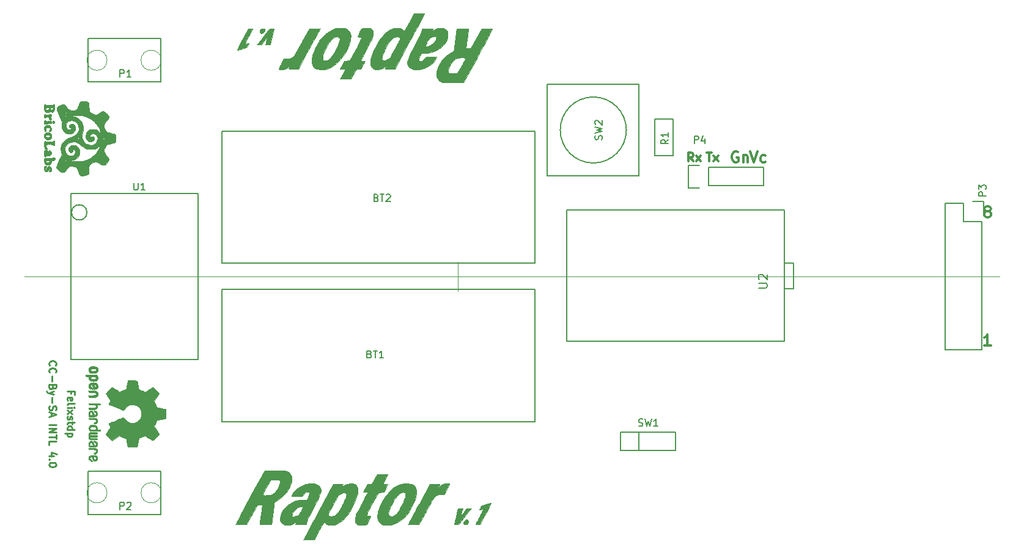
<source format=gto>
G04 #@! TF.FileFunction,Legend,Top*
%FSLAX46Y46*%
G04 Gerber Fmt 4.6, Leading zero omitted, Abs format (unit mm)*
G04 Created by KiCad (PCBNEW 4.0.5+dfsg1-4~bpo8+1) date Sun Mar 12 21:32:37 2017*
%MOMM*%
%LPD*%
G01*
G04 APERTURE LIST*
%ADD10C,0.100000*%
%ADD11C,0.250000*%
%ADD12C,0.300000*%
%ADD13C,0.150000*%
%ADD14C,0.010000*%
G04 APERTURE END LIST*
D10*
D11*
X94921429Y-121264286D02*
X94921429Y-120930952D01*
X94397619Y-120930952D02*
X95397619Y-120930952D01*
X95397619Y-121407143D01*
X94445238Y-122169048D02*
X94397619Y-122073810D01*
X94397619Y-121883333D01*
X94445238Y-121788095D01*
X94540476Y-121740476D01*
X94921429Y-121740476D01*
X95016667Y-121788095D01*
X95064286Y-121883333D01*
X95064286Y-122073810D01*
X95016667Y-122169048D01*
X94921429Y-122216667D01*
X94826190Y-122216667D01*
X94730952Y-121740476D01*
X94397619Y-122788095D02*
X94445238Y-122692857D01*
X94540476Y-122645238D01*
X95397619Y-122645238D01*
X94397619Y-123169048D02*
X95064286Y-123169048D01*
X95397619Y-123169048D02*
X95350000Y-123121429D01*
X95302381Y-123169048D01*
X95350000Y-123216667D01*
X95397619Y-123169048D01*
X95302381Y-123169048D01*
X94397619Y-123550000D02*
X95064286Y-124073810D01*
X95064286Y-123550000D02*
X94397619Y-124073810D01*
X94445238Y-124407143D02*
X94397619Y-124502381D01*
X94397619Y-124692857D01*
X94445238Y-124788096D01*
X94540476Y-124835715D01*
X94588095Y-124835715D01*
X94683333Y-124788096D01*
X94730952Y-124692857D01*
X94730952Y-124550000D01*
X94778571Y-124454762D01*
X94873810Y-124407143D01*
X94921429Y-124407143D01*
X95016667Y-124454762D01*
X95064286Y-124550000D01*
X95064286Y-124692857D01*
X95016667Y-124788096D01*
X95064286Y-125121429D02*
X95064286Y-125502381D01*
X95397619Y-125264286D02*
X94540476Y-125264286D01*
X94445238Y-125311905D01*
X94397619Y-125407143D01*
X94397619Y-125502381D01*
X94397619Y-126264287D02*
X95397619Y-126264287D01*
X94445238Y-126264287D02*
X94397619Y-126169049D01*
X94397619Y-125978572D01*
X94445238Y-125883334D01*
X94492857Y-125835715D01*
X94588095Y-125788096D01*
X94873810Y-125788096D01*
X94969048Y-125835715D01*
X95016667Y-125883334D01*
X95064286Y-125978572D01*
X95064286Y-126169049D01*
X95016667Y-126264287D01*
X95064286Y-126740477D02*
X94064286Y-126740477D01*
X95016667Y-126740477D02*
X95064286Y-126835715D01*
X95064286Y-127026192D01*
X95016667Y-127121430D01*
X94969048Y-127169049D01*
X94873810Y-127216668D01*
X94588095Y-127216668D01*
X94492857Y-127169049D01*
X94445238Y-127121430D01*
X94397619Y-127026192D01*
X94397619Y-126835715D01*
X94445238Y-126740477D01*
X91952857Y-117335715D02*
X91905238Y-117288096D01*
X91857619Y-117145239D01*
X91857619Y-117050001D01*
X91905238Y-116907143D01*
X92000476Y-116811905D01*
X92095714Y-116764286D01*
X92286190Y-116716667D01*
X92429048Y-116716667D01*
X92619524Y-116764286D01*
X92714762Y-116811905D01*
X92810000Y-116907143D01*
X92857619Y-117050001D01*
X92857619Y-117145239D01*
X92810000Y-117288096D01*
X92762381Y-117335715D01*
X91952857Y-118335715D02*
X91905238Y-118288096D01*
X91857619Y-118145239D01*
X91857619Y-118050001D01*
X91905238Y-117907143D01*
X92000476Y-117811905D01*
X92095714Y-117764286D01*
X92286190Y-117716667D01*
X92429048Y-117716667D01*
X92619524Y-117764286D01*
X92714762Y-117811905D01*
X92810000Y-117907143D01*
X92857619Y-118050001D01*
X92857619Y-118145239D01*
X92810000Y-118288096D01*
X92762381Y-118335715D01*
X92238571Y-118764286D02*
X92238571Y-119526191D01*
X92381429Y-120335715D02*
X92333810Y-120478572D01*
X92286190Y-120526191D01*
X92190952Y-120573810D01*
X92048095Y-120573810D01*
X91952857Y-120526191D01*
X91905238Y-120478572D01*
X91857619Y-120383334D01*
X91857619Y-120002381D01*
X92857619Y-120002381D01*
X92857619Y-120335715D01*
X92810000Y-120430953D01*
X92762381Y-120478572D01*
X92667143Y-120526191D01*
X92571905Y-120526191D01*
X92476667Y-120478572D01*
X92429048Y-120430953D01*
X92381429Y-120335715D01*
X92381429Y-120002381D01*
X92524286Y-120907143D02*
X91857619Y-121145238D01*
X92524286Y-121383334D02*
X91857619Y-121145238D01*
X91619524Y-121050000D01*
X91571905Y-121002381D01*
X91524286Y-120907143D01*
X92238571Y-121764286D02*
X92238571Y-122526191D01*
X91905238Y-122954762D02*
X91857619Y-123097619D01*
X91857619Y-123335715D01*
X91905238Y-123430953D01*
X91952857Y-123478572D01*
X92048095Y-123526191D01*
X92143333Y-123526191D01*
X92238571Y-123478572D01*
X92286190Y-123430953D01*
X92333810Y-123335715D01*
X92381429Y-123145238D01*
X92429048Y-123050000D01*
X92476667Y-123002381D01*
X92571905Y-122954762D01*
X92667143Y-122954762D01*
X92762381Y-123002381D01*
X92810000Y-123050000D01*
X92857619Y-123145238D01*
X92857619Y-123383334D01*
X92810000Y-123526191D01*
X92143333Y-123907143D02*
X92143333Y-124383334D01*
X91857619Y-123811905D02*
X92857619Y-124145238D01*
X91857619Y-124478572D01*
X91857619Y-125573810D02*
X92857619Y-125573810D01*
X91857619Y-126050000D02*
X92857619Y-126050000D01*
X91857619Y-126621429D01*
X92857619Y-126621429D01*
X92857619Y-126954762D02*
X92857619Y-127526191D01*
X91857619Y-127240476D02*
X92857619Y-127240476D01*
X91857619Y-128335715D02*
X91857619Y-127859524D01*
X92857619Y-127859524D01*
X92524286Y-129859525D02*
X91857619Y-129859525D01*
X92905238Y-129621429D02*
X92190952Y-129383334D01*
X92190952Y-130002382D01*
X91952857Y-130383334D02*
X91905238Y-130430953D01*
X91857619Y-130383334D01*
X91905238Y-130335715D01*
X91952857Y-130383334D01*
X91857619Y-130383334D01*
X92857619Y-131050000D02*
X92857619Y-131145239D01*
X92810000Y-131240477D01*
X92762381Y-131288096D01*
X92667143Y-131335715D01*
X92476667Y-131383334D01*
X92238571Y-131383334D01*
X92048095Y-131335715D01*
X91952857Y-131288096D01*
X91905238Y-131240477D01*
X91857619Y-131145239D01*
X91857619Y-131050000D01*
X91905238Y-130954762D01*
X91952857Y-130907143D01*
X92048095Y-130859524D01*
X92238571Y-130811905D01*
X92476667Y-130811905D01*
X92667143Y-130859524D01*
X92762381Y-130907143D01*
X92810000Y-130954762D01*
X92857619Y-131050000D01*
D12*
X221707144Y-95931429D02*
X221564286Y-95860000D01*
X221492858Y-95788571D01*
X221421429Y-95645714D01*
X221421429Y-95574286D01*
X221492858Y-95431429D01*
X221564286Y-95360000D01*
X221707144Y-95288571D01*
X221992858Y-95288571D01*
X222135715Y-95360000D01*
X222207144Y-95431429D01*
X222278572Y-95574286D01*
X222278572Y-95645714D01*
X222207144Y-95788571D01*
X222135715Y-95860000D01*
X221992858Y-95931429D01*
X221707144Y-95931429D01*
X221564286Y-96002857D01*
X221492858Y-96074286D01*
X221421429Y-96217143D01*
X221421429Y-96502857D01*
X221492858Y-96645714D01*
X221564286Y-96717143D01*
X221707144Y-96788571D01*
X221992858Y-96788571D01*
X222135715Y-96717143D01*
X222207144Y-96645714D01*
X222278572Y-96502857D01*
X222278572Y-96217143D01*
X222207144Y-96074286D01*
X222135715Y-96002857D01*
X221992858Y-95931429D01*
X222278572Y-114568571D02*
X221421429Y-114568571D01*
X221850001Y-114568571D02*
X221850001Y-113068571D01*
X221707144Y-113282857D01*
X221564286Y-113425714D01*
X221421429Y-113497143D01*
X187274286Y-87740000D02*
X187131429Y-87668571D01*
X186917143Y-87668571D01*
X186702858Y-87740000D01*
X186560000Y-87882857D01*
X186488572Y-88025714D01*
X186417143Y-88311429D01*
X186417143Y-88525714D01*
X186488572Y-88811429D01*
X186560000Y-88954286D01*
X186702858Y-89097143D01*
X186917143Y-89168571D01*
X187060000Y-89168571D01*
X187274286Y-89097143D01*
X187345715Y-89025714D01*
X187345715Y-88525714D01*
X187060000Y-88525714D01*
X187988572Y-88168571D02*
X187988572Y-89168571D01*
X187988572Y-88311429D02*
X188060000Y-88240000D01*
X188202858Y-88168571D01*
X188417143Y-88168571D01*
X188560000Y-88240000D01*
X188631429Y-88382857D01*
X188631429Y-89168571D01*
X188957143Y-87668571D02*
X189457143Y-89168571D01*
X189957143Y-87668571D01*
X191100000Y-89097143D02*
X190957143Y-89168571D01*
X190671429Y-89168571D01*
X190528571Y-89097143D01*
X190457143Y-89025714D01*
X190385714Y-88882857D01*
X190385714Y-88454286D01*
X190457143Y-88311429D01*
X190528571Y-88240000D01*
X190671429Y-88168571D01*
X190957143Y-88168571D01*
X191100000Y-88240000D01*
X182921429Y-87832857D02*
X183607143Y-87832857D01*
X183264286Y-89032857D02*
X183264286Y-87832857D01*
X183892858Y-89032857D02*
X184521429Y-88232857D01*
X183892858Y-88232857D02*
X184521429Y-89032857D01*
X181095715Y-89032857D02*
X180695715Y-88461429D01*
X180410000Y-89032857D02*
X180410000Y-87832857D01*
X180867143Y-87832857D01*
X180981429Y-87890000D01*
X181038572Y-87947143D01*
X181095715Y-88061429D01*
X181095715Y-88232857D01*
X181038572Y-88347143D01*
X180981429Y-88404286D01*
X180867143Y-88461429D01*
X180410000Y-88461429D01*
X181495715Y-89032857D02*
X182124286Y-88232857D01*
X181495715Y-88232857D02*
X182124286Y-89032857D01*
D10*
X148501100Y-103003600D02*
X148501100Y-107003600D01*
X88501100Y-105003600D02*
X223501100Y-105003600D01*
X107401100Y-135003600D02*
G75*
G03X107401100Y-135003600I-1400000J0D01*
G01*
X99901100Y-135003600D02*
G75*
G03X99901100Y-135003600I-1400000J0D01*
G01*
X107401100Y-75003600D02*
G75*
G03X107401100Y-75003600I-1400000J0D01*
G01*
X99901100Y-75003600D02*
G75*
G03X99901100Y-75003600I-1400000J0D01*
G01*
D13*
X97300000Y-135000000D02*
X97300000Y-132000000D01*
X97300000Y-132000000D02*
X107300000Y-132000000D01*
X107300000Y-132000000D02*
X107300000Y-138000000D01*
X107300000Y-138000000D02*
X97300000Y-138000000D01*
X97300000Y-138000000D02*
X97300000Y-135000000D01*
X115820000Y-106820000D02*
X159180000Y-106820000D01*
X159180000Y-125180000D02*
X115820000Y-125180000D01*
X115820000Y-116000000D02*
X115820000Y-106820000D01*
X115820000Y-116000000D02*
X115820000Y-125180000D01*
X159180000Y-116000000D02*
X159180000Y-106820000D01*
X159180000Y-116000000D02*
X159180000Y-125180000D01*
X159180000Y-103180000D02*
X115820000Y-103180000D01*
X115820000Y-84820000D02*
X159180000Y-84820000D01*
X159180000Y-94000000D02*
X159180000Y-103180000D01*
X159180000Y-94000000D02*
X159180000Y-84820000D01*
X115820000Y-94000000D02*
X115820000Y-103180000D01*
X115820000Y-94000000D02*
X115820000Y-84820000D01*
X97300000Y-75000000D02*
X97300000Y-72000000D01*
X97300000Y-72000000D02*
X107300000Y-72000000D01*
X107300000Y-72000000D02*
X107300000Y-78000000D01*
X107300000Y-78000000D02*
X97300000Y-78000000D01*
X97300000Y-78000000D02*
X97300000Y-75000000D01*
D14*
G36*
X98608097Y-119221900D02*
X98552478Y-119333450D01*
X98450069Y-119431908D01*
X98412136Y-119459023D01*
X98362500Y-119488562D01*
X98308588Y-119507728D01*
X98236636Y-119518693D01*
X98132878Y-119523629D01*
X97995899Y-119524713D01*
X97808185Y-119519818D01*
X97667242Y-119502804D01*
X97562092Y-119470177D01*
X97481757Y-119418442D01*
X97415259Y-119344104D01*
X97411322Y-119338642D01*
X97371047Y-119265380D01*
X97351120Y-119177160D01*
X97346207Y-119064962D01*
X97346207Y-118882567D01*
X97169143Y-118882491D01*
X97070530Y-118880793D01*
X97012686Y-118870450D01*
X96977994Y-118843422D01*
X96948836Y-118791668D01*
X96942879Y-118779239D01*
X96914961Y-118721077D01*
X96897328Y-118676044D01*
X96895806Y-118642559D01*
X96916219Y-118619038D01*
X96964393Y-118603900D01*
X97046154Y-118595563D01*
X97167328Y-118592444D01*
X97333740Y-118592960D01*
X97551215Y-118595529D01*
X97616264Y-118596332D01*
X97840498Y-118599222D01*
X97987179Y-118601812D01*
X97987179Y-118882414D01*
X97862674Y-118883991D01*
X97781213Y-118891000D01*
X97727485Y-118906858D01*
X97686177Y-118934981D01*
X97666029Y-118954075D01*
X97607079Y-119032135D01*
X97602280Y-119101247D01*
X97650962Y-119172560D01*
X97652759Y-119174368D01*
X97690382Y-119203383D01*
X97741516Y-119221033D01*
X97820262Y-119229936D01*
X97940724Y-119232709D01*
X97967412Y-119232759D01*
X98133417Y-119226058D01*
X98248495Y-119204248D01*
X98318746Y-119164765D01*
X98350271Y-119105044D01*
X98353448Y-119070528D01*
X98338540Y-118988611D01*
X98289452Y-118932421D01*
X98199638Y-118898598D01*
X98062555Y-118883780D01*
X97987179Y-118882414D01*
X97987179Y-118601812D01*
X98014048Y-118602287D01*
X98144618Y-118606247D01*
X98239913Y-118611826D01*
X98307636Y-118619746D01*
X98355493Y-118630731D01*
X98391187Y-118645501D01*
X98422422Y-118664782D01*
X98434176Y-118673049D01*
X98545203Y-118782712D01*
X98608153Y-118921365D01*
X98625703Y-119081754D01*
X98608097Y-119221900D01*
X98608097Y-119221900D01*
G37*
X98608097Y-119221900D02*
X98552478Y-119333450D01*
X98450069Y-119431908D01*
X98412136Y-119459023D01*
X98362500Y-119488562D01*
X98308588Y-119507728D01*
X98236636Y-119518693D01*
X98132878Y-119523629D01*
X97995899Y-119524713D01*
X97808185Y-119519818D01*
X97667242Y-119502804D01*
X97562092Y-119470177D01*
X97481757Y-119418442D01*
X97415259Y-119344104D01*
X97411322Y-119338642D01*
X97371047Y-119265380D01*
X97351120Y-119177160D01*
X97346207Y-119064962D01*
X97346207Y-118882567D01*
X97169143Y-118882491D01*
X97070530Y-118880793D01*
X97012686Y-118870450D01*
X96977994Y-118843422D01*
X96948836Y-118791668D01*
X96942879Y-118779239D01*
X96914961Y-118721077D01*
X96897328Y-118676044D01*
X96895806Y-118642559D01*
X96916219Y-118619038D01*
X96964393Y-118603900D01*
X97046154Y-118595563D01*
X97167328Y-118592444D01*
X97333740Y-118592960D01*
X97551215Y-118595529D01*
X97616264Y-118596332D01*
X97840498Y-118599222D01*
X97987179Y-118601812D01*
X97987179Y-118882414D01*
X97862674Y-118883991D01*
X97781213Y-118891000D01*
X97727485Y-118906858D01*
X97686177Y-118934981D01*
X97666029Y-118954075D01*
X97607079Y-119032135D01*
X97602280Y-119101247D01*
X97650962Y-119172560D01*
X97652759Y-119174368D01*
X97690382Y-119203383D01*
X97741516Y-119221033D01*
X97820262Y-119229936D01*
X97940724Y-119232709D01*
X97967412Y-119232759D01*
X98133417Y-119226058D01*
X98248495Y-119204248D01*
X98318746Y-119164765D01*
X98350271Y-119105044D01*
X98353448Y-119070528D01*
X98338540Y-118988611D01*
X98289452Y-118932421D01*
X98199638Y-118898598D01*
X98062555Y-118883780D01*
X97987179Y-118882414D01*
X97987179Y-118601812D01*
X98014048Y-118602287D01*
X98144618Y-118606247D01*
X98239913Y-118611826D01*
X98307636Y-118619746D01*
X98355493Y-118630731D01*
X98391187Y-118645501D01*
X98422422Y-118664782D01*
X98434176Y-118673049D01*
X98545203Y-118782712D01*
X98608153Y-118921365D01*
X98625703Y-119081754D01*
X98608097Y-119221900D01*
G36*
X98592281Y-121467429D02*
X98538086Y-121561123D01*
X98484293Y-121626264D01*
X98427934Y-121673907D01*
X98359013Y-121706728D01*
X98267532Y-121727406D01*
X98143494Y-121738620D01*
X97976902Y-121743049D01*
X97857149Y-121743563D01*
X97416341Y-121743563D01*
X97360717Y-121619483D01*
X97305093Y-121495402D01*
X97787905Y-121480805D01*
X97968221Y-121474773D01*
X98099099Y-121468445D01*
X98189489Y-121460606D01*
X98248336Y-121450037D01*
X98284587Y-121435523D01*
X98307190Y-121415848D01*
X98312083Y-121409535D01*
X98350294Y-121313888D01*
X98335173Y-121217207D01*
X98295057Y-121159655D01*
X98266630Y-121136245D01*
X98229328Y-121120039D01*
X98172777Y-121109741D01*
X98086606Y-121104049D01*
X97960442Y-121101664D01*
X97828958Y-121101264D01*
X97664001Y-121101186D01*
X97547239Y-121098361D01*
X97468490Y-121088907D01*
X97417569Y-121068940D01*
X97384294Y-121034576D01*
X97358480Y-120981932D01*
X97331656Y-120911617D01*
X97302458Y-120834820D01*
X97820654Y-120843962D01*
X98007461Y-120847643D01*
X98145510Y-120851950D01*
X98244432Y-120858123D01*
X98313855Y-120867402D01*
X98363410Y-120881027D01*
X98402727Y-120900239D01*
X98437416Y-120923402D01*
X98548230Y-121035152D01*
X98612311Y-121171513D01*
X98627661Y-121319825D01*
X98592281Y-121467429D01*
X98592281Y-121467429D01*
G37*
X98592281Y-121467429D02*
X98538086Y-121561123D01*
X98484293Y-121626264D01*
X98427934Y-121673907D01*
X98359013Y-121706728D01*
X98267532Y-121727406D01*
X98143494Y-121738620D01*
X97976902Y-121743049D01*
X97857149Y-121743563D01*
X97416341Y-121743563D01*
X97360717Y-121619483D01*
X97305093Y-121495402D01*
X97787905Y-121480805D01*
X97968221Y-121474773D01*
X98099099Y-121468445D01*
X98189489Y-121460606D01*
X98248336Y-121450037D01*
X98284587Y-121435523D01*
X98307190Y-121415848D01*
X98312083Y-121409535D01*
X98350294Y-121313888D01*
X98335173Y-121217207D01*
X98295057Y-121159655D01*
X98266630Y-121136245D01*
X98229328Y-121120039D01*
X98172777Y-121109741D01*
X98086606Y-121104049D01*
X97960442Y-121101664D01*
X97828958Y-121101264D01*
X97664001Y-121101186D01*
X97547239Y-121098361D01*
X97468490Y-121088907D01*
X97417569Y-121068940D01*
X97384294Y-121034576D01*
X97358480Y-120981932D01*
X97331656Y-120911617D01*
X97302458Y-120834820D01*
X97820654Y-120843962D01*
X98007461Y-120847643D01*
X98145510Y-120851950D01*
X98244432Y-120858123D01*
X98313855Y-120867402D01*
X98363410Y-120881027D01*
X98402727Y-120900239D01*
X98437416Y-120923402D01*
X98548230Y-121035152D01*
X98612311Y-121171513D01*
X98627661Y-121319825D01*
X98592281Y-121467429D01*
G36*
X98603985Y-118098221D02*
X98532032Y-118235061D01*
X98416234Y-118336051D01*
X98341787Y-118371925D01*
X98230008Y-118399839D01*
X98088773Y-118414129D01*
X97934629Y-118415484D01*
X97784121Y-118404595D01*
X97653795Y-118382153D01*
X97560197Y-118348850D01*
X97544078Y-118338615D01*
X97423751Y-118217382D01*
X97351683Y-118073387D01*
X97330592Y-117917139D01*
X97363198Y-117759148D01*
X97382747Y-117715180D01*
X97442988Y-117629556D01*
X97522865Y-117554408D01*
X97532996Y-117547306D01*
X97581819Y-117518439D01*
X97634010Y-117499357D01*
X97702715Y-117488084D01*
X97801082Y-117482645D01*
X97942256Y-117481062D01*
X97973908Y-117481035D01*
X97983981Y-117481107D01*
X97983981Y-117772989D01*
X97850744Y-117774687D01*
X97762326Y-117781372D01*
X97705215Y-117795425D01*
X97665898Y-117819229D01*
X97652759Y-117831379D01*
X97602828Y-117901236D01*
X97605105Y-117969059D01*
X97648416Y-118037635D01*
X97694654Y-118078535D01*
X97762143Y-118102758D01*
X97868567Y-118116361D01*
X97880980Y-118117294D01*
X98073853Y-118119616D01*
X98217100Y-118095350D01*
X98309840Y-118044824D01*
X98351193Y-117968368D01*
X98353448Y-117941076D01*
X98342107Y-117869411D01*
X98302816Y-117820390D01*
X98227674Y-117790418D01*
X98108778Y-117775899D01*
X97983981Y-117772989D01*
X97983981Y-117481107D01*
X98124341Y-117482122D01*
X98229451Y-117486688D01*
X98302286Y-117496688D01*
X98355892Y-117514079D01*
X98403319Y-117540816D01*
X98412136Y-117546724D01*
X98530993Y-117646032D01*
X98599992Y-117754242D01*
X98627381Y-117885981D01*
X98628719Y-117930717D01*
X98603985Y-118098221D01*
X98603985Y-118098221D01*
G37*
X98603985Y-118098221D02*
X98532032Y-118235061D01*
X98416234Y-118336051D01*
X98341787Y-118371925D01*
X98230008Y-118399839D01*
X98088773Y-118414129D01*
X97934629Y-118415484D01*
X97784121Y-118404595D01*
X97653795Y-118382153D01*
X97560197Y-118348850D01*
X97544078Y-118338615D01*
X97423751Y-118217382D01*
X97351683Y-118073387D01*
X97330592Y-117917139D01*
X97363198Y-117759148D01*
X97382747Y-117715180D01*
X97442988Y-117629556D01*
X97522865Y-117554408D01*
X97532996Y-117547306D01*
X97581819Y-117518439D01*
X97634010Y-117499357D01*
X97702715Y-117488084D01*
X97801082Y-117482645D01*
X97942256Y-117481062D01*
X97973908Y-117481035D01*
X97983981Y-117481107D01*
X97983981Y-117772989D01*
X97850744Y-117774687D01*
X97762326Y-117781372D01*
X97705215Y-117795425D01*
X97665898Y-117819229D01*
X97652759Y-117831379D01*
X97602828Y-117901236D01*
X97605105Y-117969059D01*
X97648416Y-118037635D01*
X97694654Y-118078535D01*
X97762143Y-118102758D01*
X97868567Y-118116361D01*
X97880980Y-118117294D01*
X98073853Y-118119616D01*
X98217100Y-118095350D01*
X98309840Y-118044824D01*
X98351193Y-117968368D01*
X98353448Y-117941076D01*
X98342107Y-117869411D01*
X98302816Y-117820390D01*
X98227674Y-117790418D01*
X98108778Y-117775899D01*
X97983981Y-117772989D01*
X97983981Y-117481107D01*
X98124341Y-117482122D01*
X98229451Y-117486688D01*
X98302286Y-117496688D01*
X98355892Y-117514079D01*
X98403319Y-117540816D01*
X98412136Y-117546724D01*
X98530993Y-117646032D01*
X98599992Y-117754242D01*
X98627381Y-117885981D01*
X98628719Y-117930717D01*
X98603985Y-118098221D01*
G36*
X98585324Y-120365552D02*
X98507889Y-120480658D01*
X98396051Y-120569611D01*
X98253735Y-120622749D01*
X98148985Y-120633497D01*
X98105274Y-120632276D01*
X98071806Y-120622056D01*
X98041821Y-120593961D01*
X98008560Y-120539116D01*
X97965262Y-120448645D01*
X97905167Y-120313672D01*
X97904866Y-120312989D01*
X97847963Y-120188751D01*
X97797435Y-120086873D01*
X97758720Y-120017767D01*
X97737260Y-119991846D01*
X97737087Y-119991839D01*
X97690356Y-120014685D01*
X97638846Y-120068109D01*
X97601739Y-120129442D01*
X97594368Y-120160515D01*
X97619862Y-120245289D01*
X97683709Y-120318293D01*
X97753906Y-120353913D01*
X97805657Y-120388180D01*
X97864591Y-120455303D01*
X97915504Y-120534208D01*
X97943191Y-120603821D01*
X97944713Y-120618377D01*
X97919679Y-120634763D01*
X97855689Y-120635750D01*
X97769407Y-120623708D01*
X97677499Y-120601007D01*
X97596631Y-120570014D01*
X97593491Y-120568448D01*
X97463266Y-120475181D01*
X97374689Y-120354304D01*
X97331214Y-120217027D01*
X97336294Y-120074560D01*
X97393384Y-119938112D01*
X97397398Y-119932045D01*
X97494674Y-119824710D01*
X97621591Y-119754132D01*
X97788474Y-119715074D01*
X97835361Y-119709832D01*
X98056671Y-119700548D01*
X98159876Y-119711678D01*
X98159876Y-119991839D01*
X98095497Y-119995479D01*
X98076709Y-120015389D01*
X98090765Y-120065026D01*
X98123991Y-120143267D01*
X98165641Y-120230726D01*
X98166744Y-120232899D01*
X98205735Y-120307030D01*
X98231756Y-120336781D01*
X98259035Y-120329445D01*
X98294879Y-120298553D01*
X98346749Y-120219960D01*
X98350561Y-120135323D01*
X98312811Y-120059403D01*
X98239999Y-120006965D01*
X98159876Y-119991839D01*
X98159876Y-119711678D01*
X98233739Y-119719644D01*
X98374171Y-119768634D01*
X98472553Y-119836836D01*
X98571970Y-119959935D01*
X98621289Y-120095528D01*
X98624432Y-120233955D01*
X98585324Y-120365552D01*
X98585324Y-120365552D01*
G37*
X98585324Y-120365552D02*
X98507889Y-120480658D01*
X98396051Y-120569611D01*
X98253735Y-120622749D01*
X98148985Y-120633497D01*
X98105274Y-120632276D01*
X98071806Y-120622056D01*
X98041821Y-120593961D01*
X98008560Y-120539116D01*
X97965262Y-120448645D01*
X97905167Y-120313672D01*
X97904866Y-120312989D01*
X97847963Y-120188751D01*
X97797435Y-120086873D01*
X97758720Y-120017767D01*
X97737260Y-119991846D01*
X97737087Y-119991839D01*
X97690356Y-120014685D01*
X97638846Y-120068109D01*
X97601739Y-120129442D01*
X97594368Y-120160515D01*
X97619862Y-120245289D01*
X97683709Y-120318293D01*
X97753906Y-120353913D01*
X97805657Y-120388180D01*
X97864591Y-120455303D01*
X97915504Y-120534208D01*
X97943191Y-120603821D01*
X97944713Y-120618377D01*
X97919679Y-120634763D01*
X97855689Y-120635750D01*
X97769407Y-120623708D01*
X97677499Y-120601007D01*
X97596631Y-120570014D01*
X97593491Y-120568448D01*
X97463266Y-120475181D01*
X97374689Y-120354304D01*
X97331214Y-120217027D01*
X97336294Y-120074560D01*
X97393384Y-119938112D01*
X97397398Y-119932045D01*
X97494674Y-119824710D01*
X97621591Y-119754132D01*
X97788474Y-119715074D01*
X97835361Y-119709832D01*
X98056671Y-119700548D01*
X98159876Y-119711678D01*
X98159876Y-119991839D01*
X98095497Y-119995479D01*
X98076709Y-120015389D01*
X98090765Y-120065026D01*
X98123991Y-120143267D01*
X98165641Y-120230726D01*
X98166744Y-120232899D01*
X98205735Y-120307030D01*
X98231756Y-120336781D01*
X98259035Y-120329445D01*
X98294879Y-120298553D01*
X98346749Y-120219960D01*
X98350561Y-120135323D01*
X98312811Y-120059403D01*
X98239999Y-120006965D01*
X98159876Y-119991839D01*
X98159876Y-119711678D01*
X98233739Y-119719644D01*
X98374171Y-119768634D01*
X98472553Y-119836836D01*
X98571970Y-119959935D01*
X98621289Y-120095528D01*
X98624432Y-120233955D01*
X98585324Y-120365552D01*
G36*
X98746143Y-122794598D02*
X98626812Y-122803154D01*
X98556494Y-122812981D01*
X98525821Y-122826599D01*
X98525429Y-122846527D01*
X98529090Y-122852989D01*
X98555602Y-122938940D01*
X98554054Y-123050745D01*
X98526801Y-123164414D01*
X98491545Y-123235510D01*
X98435222Y-123308405D01*
X98371481Y-123361693D01*
X98290490Y-123398275D01*
X98182414Y-123421050D01*
X98037420Y-123432919D01*
X97845674Y-123436782D01*
X97808891Y-123436851D01*
X97395712Y-123436897D01*
X97363661Y-123344954D01*
X97341856Y-123279652D01*
X97331703Y-123243824D01*
X97331609Y-123242770D01*
X97359140Y-123239242D01*
X97435077Y-123236239D01*
X97549435Y-123233990D01*
X97692231Y-123232724D01*
X97779049Y-123232529D01*
X97950227Y-123232123D01*
X98072912Y-123230032D01*
X98157000Y-123224947D01*
X98212386Y-123215560D01*
X98248968Y-123200561D01*
X98276641Y-123178642D01*
X98289968Y-123164957D01*
X98343672Y-123070949D01*
X98347693Y-122968364D01*
X98302275Y-122875290D01*
X98285877Y-122858078D01*
X98255043Y-122832832D01*
X98218469Y-122815320D01*
X98165585Y-122804142D01*
X98085823Y-122797896D01*
X97968615Y-122795182D01*
X97807009Y-122794598D01*
X97395712Y-122794598D01*
X97363661Y-122702655D01*
X97341856Y-122637353D01*
X97331703Y-122601525D01*
X97331609Y-122600471D01*
X97359552Y-122597775D01*
X97438370Y-122595345D01*
X97560547Y-122593278D01*
X97718568Y-122591671D01*
X97904917Y-122590623D01*
X98112080Y-122590231D01*
X98121294Y-122590230D01*
X98910980Y-122590230D01*
X98951003Y-122685115D01*
X98991027Y-122780000D01*
X98746143Y-122794598D01*
X98746143Y-122794598D01*
G37*
X98746143Y-122794598D02*
X98626812Y-122803154D01*
X98556494Y-122812981D01*
X98525821Y-122826599D01*
X98525429Y-122846527D01*
X98529090Y-122852989D01*
X98555602Y-122938940D01*
X98554054Y-123050745D01*
X98526801Y-123164414D01*
X98491545Y-123235510D01*
X98435222Y-123308405D01*
X98371481Y-123361693D01*
X98290490Y-123398275D01*
X98182414Y-123421050D01*
X98037420Y-123432919D01*
X97845674Y-123436782D01*
X97808891Y-123436851D01*
X97395712Y-123436897D01*
X97363661Y-123344954D01*
X97341856Y-123279652D01*
X97331703Y-123243824D01*
X97331609Y-123242770D01*
X97359140Y-123239242D01*
X97435077Y-123236239D01*
X97549435Y-123233990D01*
X97692231Y-123232724D01*
X97779049Y-123232529D01*
X97950227Y-123232123D01*
X98072912Y-123230032D01*
X98157000Y-123224947D01*
X98212386Y-123215560D01*
X98248968Y-123200561D01*
X98276641Y-123178642D01*
X98289968Y-123164957D01*
X98343672Y-123070949D01*
X98347693Y-122968364D01*
X98302275Y-122875290D01*
X98285877Y-122858078D01*
X98255043Y-122832832D01*
X98218469Y-122815320D01*
X98165585Y-122804142D01*
X98085823Y-122797896D01*
X97968615Y-122795182D01*
X97807009Y-122794598D01*
X97395712Y-122794598D01*
X97363661Y-122702655D01*
X97341856Y-122637353D01*
X97331703Y-122601525D01*
X97331609Y-122600471D01*
X97359552Y-122597775D01*
X97438370Y-122595345D01*
X97560547Y-122593278D01*
X97718568Y-122591671D01*
X97904917Y-122590623D01*
X98112080Y-122590231D01*
X98121294Y-122590230D01*
X98910980Y-122590230D01*
X98951003Y-122685115D01*
X98991027Y-122780000D01*
X98746143Y-122794598D01*
G36*
X98545640Y-124129944D02*
X98503158Y-124244343D01*
X98502342Y-124245652D01*
X98450270Y-124316403D01*
X98389416Y-124368636D01*
X98310113Y-124405371D01*
X98202691Y-124429634D01*
X98057483Y-124444445D01*
X97864821Y-124452829D01*
X97837372Y-124453564D01*
X97423479Y-124464120D01*
X97377544Y-124375291D01*
X97346502Y-124311018D01*
X97331794Y-124272210D01*
X97331609Y-124270415D01*
X97358750Y-124263700D01*
X97431959Y-124258365D01*
X97538919Y-124255083D01*
X97625531Y-124254368D01*
X97765838Y-124254351D01*
X97853949Y-124247937D01*
X97895975Y-124225580D01*
X97898025Y-124177732D01*
X97866210Y-124094849D01*
X97807728Y-123969713D01*
X97759155Y-123877697D01*
X97717014Y-123830371D01*
X97671084Y-123816458D01*
X97668811Y-123816437D01*
X97589689Y-123839395D01*
X97546945Y-123907370D01*
X97540754Y-124011398D01*
X97541828Y-124086330D01*
X97520247Y-124125839D01*
X97468409Y-124150478D01*
X97402368Y-124164659D01*
X97364896Y-124144223D01*
X97359533Y-124136528D01*
X97337994Y-124064083D01*
X97334945Y-123962633D01*
X97349222Y-123858157D01*
X97375312Y-123784125D01*
X97462215Y-123681772D01*
X97583184Y-123623591D01*
X97677692Y-123612069D01*
X97762938Y-123620862D01*
X97832524Y-123652680D01*
X97894328Y-123715684D01*
X97956228Y-123818031D01*
X98026103Y-123967882D01*
X98030052Y-123977012D01*
X98092412Y-124111997D01*
X98143554Y-124195294D01*
X98189512Y-124230997D01*
X98236317Y-124223203D01*
X98290002Y-124176007D01*
X98302356Y-124161894D01*
X98350259Y-124067359D01*
X98348242Y-123969406D01*
X98301276Y-123884097D01*
X98214331Y-123827496D01*
X98197266Y-123822237D01*
X98114496Y-123771023D01*
X98074628Y-123706037D01*
X98035118Y-123612069D01*
X98137342Y-123612069D01*
X98285928Y-123640653D01*
X98422216Y-123725495D01*
X98467809Y-123769645D01*
X98526326Y-123870005D01*
X98552816Y-123997635D01*
X98545640Y-124129944D01*
X98545640Y-124129944D01*
G37*
X98545640Y-124129944D02*
X98503158Y-124244343D01*
X98502342Y-124245652D01*
X98450270Y-124316403D01*
X98389416Y-124368636D01*
X98310113Y-124405371D01*
X98202691Y-124429634D01*
X98057483Y-124444445D01*
X97864821Y-124452829D01*
X97837372Y-124453564D01*
X97423479Y-124464120D01*
X97377544Y-124375291D01*
X97346502Y-124311018D01*
X97331794Y-124272210D01*
X97331609Y-124270415D01*
X97358750Y-124263700D01*
X97431959Y-124258365D01*
X97538919Y-124255083D01*
X97625531Y-124254368D01*
X97765838Y-124254351D01*
X97853949Y-124247937D01*
X97895975Y-124225580D01*
X97898025Y-124177732D01*
X97866210Y-124094849D01*
X97807728Y-123969713D01*
X97759155Y-123877697D01*
X97717014Y-123830371D01*
X97671084Y-123816458D01*
X97668811Y-123816437D01*
X97589689Y-123839395D01*
X97546945Y-123907370D01*
X97540754Y-124011398D01*
X97541828Y-124086330D01*
X97520247Y-124125839D01*
X97468409Y-124150478D01*
X97402368Y-124164659D01*
X97364896Y-124144223D01*
X97359533Y-124136528D01*
X97337994Y-124064083D01*
X97334945Y-123962633D01*
X97349222Y-123858157D01*
X97375312Y-123784125D01*
X97462215Y-123681772D01*
X97583184Y-123623591D01*
X97677692Y-123612069D01*
X97762938Y-123620862D01*
X97832524Y-123652680D01*
X97894328Y-123715684D01*
X97956228Y-123818031D01*
X98026103Y-123967882D01*
X98030052Y-123977012D01*
X98092412Y-124111997D01*
X98143554Y-124195294D01*
X98189512Y-124230997D01*
X98236317Y-124223203D01*
X98290002Y-124176007D01*
X98302356Y-124161894D01*
X98350259Y-124067359D01*
X98348242Y-123969406D01*
X98301276Y-123884097D01*
X98214331Y-123827496D01*
X98197266Y-123822237D01*
X98114496Y-123771023D01*
X98074628Y-123706037D01*
X98035118Y-123612069D01*
X98137342Y-123612069D01*
X98285928Y-123640653D01*
X98422216Y-123725495D01*
X98467809Y-123769645D01*
X98526326Y-123870005D01*
X98552816Y-123997635D01*
X98545640Y-124129944D01*
G36*
X98548080Y-125115943D02*
X98499141Y-125248565D01*
X98412581Y-125356010D01*
X98351648Y-125398032D01*
X98239839Y-125443843D01*
X98158994Y-125442891D01*
X98104622Y-125394808D01*
X98095376Y-125377017D01*
X98066550Y-125300204D01*
X98073935Y-125260976D01*
X98122342Y-125247689D01*
X98149080Y-125247012D01*
X98247452Y-125222686D01*
X98316266Y-125159281D01*
X98349502Y-125071154D01*
X98341139Y-124972663D01*
X98297704Y-124892602D01*
X98272928Y-124865561D01*
X98242871Y-124846394D01*
X98197435Y-124833446D01*
X98126524Y-124825064D01*
X98020040Y-124819593D01*
X97867888Y-124815378D01*
X97819713Y-124814287D01*
X97654905Y-124810307D01*
X97538912Y-124805781D01*
X97462167Y-124798995D01*
X97415107Y-124788231D01*
X97388165Y-124771773D01*
X97371777Y-124747906D01*
X97364537Y-124732626D01*
X97339780Y-124667733D01*
X97331609Y-124629534D01*
X97358897Y-124616912D01*
X97441397Y-124609208D01*
X97580059Y-124606380D01*
X97775838Y-124608386D01*
X97806035Y-124609011D01*
X97984651Y-124613421D01*
X98115077Y-124618635D01*
X98207508Y-124626055D01*
X98272142Y-124637082D01*
X98319175Y-124653117D01*
X98358804Y-124675561D01*
X98375785Y-124687302D01*
X98450920Y-124754619D01*
X98509362Y-124829910D01*
X98514464Y-124839128D01*
X98554740Y-124974133D01*
X98548080Y-125115943D01*
X98548080Y-125115943D01*
G37*
X98548080Y-125115943D02*
X98499141Y-125248565D01*
X98412581Y-125356010D01*
X98351648Y-125398032D01*
X98239839Y-125443843D01*
X98158994Y-125442891D01*
X98104622Y-125394808D01*
X98095376Y-125377017D01*
X98066550Y-125300204D01*
X98073935Y-125260976D01*
X98122342Y-125247689D01*
X98149080Y-125247012D01*
X98247452Y-125222686D01*
X98316266Y-125159281D01*
X98349502Y-125071154D01*
X98341139Y-124972663D01*
X98297704Y-124892602D01*
X98272928Y-124865561D01*
X98242871Y-124846394D01*
X98197435Y-124833446D01*
X98126524Y-124825064D01*
X98020040Y-124819593D01*
X97867888Y-124815378D01*
X97819713Y-124814287D01*
X97654905Y-124810307D01*
X97538912Y-124805781D01*
X97462167Y-124798995D01*
X97415107Y-124788231D01*
X97388165Y-124771773D01*
X97371777Y-124747906D01*
X97364537Y-124732626D01*
X97339780Y-124667733D01*
X97331609Y-124629534D01*
X97358897Y-124616912D01*
X97441397Y-124609208D01*
X97580059Y-124606380D01*
X97775838Y-124608386D01*
X97806035Y-124609011D01*
X97984651Y-124613421D01*
X98115077Y-124618635D01*
X98207508Y-124626055D01*
X98272142Y-124637082D01*
X98319175Y-124653117D01*
X98358804Y-124675561D01*
X98375785Y-124687302D01*
X98450920Y-124754619D01*
X98509362Y-124829910D01*
X98514464Y-124839128D01*
X98554740Y-124974133D01*
X98548080Y-125115943D01*
G36*
X98315545Y-126443914D02*
X98097339Y-126443543D01*
X97929481Y-126442108D01*
X97803930Y-126439002D01*
X97712645Y-126433622D01*
X97647585Y-126425362D01*
X97600709Y-126413616D01*
X97563976Y-126397781D01*
X97543009Y-126385790D01*
X97429306Y-126286490D01*
X97358035Y-126160588D01*
X97332462Y-126021291D01*
X97355850Y-125881805D01*
X97397881Y-125798743D01*
X97470589Y-125711545D01*
X97559388Y-125652117D01*
X97675680Y-125616261D01*
X97830865Y-125599781D01*
X97944713Y-125597447D01*
X97952894Y-125597761D01*
X97952894Y-125801724D01*
X97822343Y-125802970D01*
X97735920Y-125808678D01*
X97679382Y-125821804D01*
X97638486Y-125845306D01*
X97607638Y-125873386D01*
X97548095Y-125967688D01*
X97543008Y-126068940D01*
X97592721Y-126164636D01*
X97599457Y-126172084D01*
X97634498Y-126203874D01*
X97676189Y-126223808D01*
X97738238Y-126234600D01*
X97834356Y-126238965D01*
X97940621Y-126239655D01*
X98074120Y-126238159D01*
X98163178Y-126231964D01*
X98221707Y-126218514D01*
X98263618Y-126195251D01*
X98285877Y-126176175D01*
X98342015Y-126087563D01*
X98348765Y-125985508D01*
X98305886Y-125888095D01*
X98289968Y-125869296D01*
X98254618Y-125837293D01*
X98212498Y-125817318D01*
X98149749Y-125806593D01*
X98052513Y-125802339D01*
X97952894Y-125801724D01*
X97952894Y-125597761D01*
X98128053Y-125604504D01*
X98265805Y-125628472D01*
X98369368Y-125673548D01*
X98450144Y-125743928D01*
X98491545Y-125798743D01*
X98536272Y-125898376D01*
X98557033Y-126013855D01*
X98551475Y-126121199D01*
X98529057Y-126181264D01*
X98522677Y-126204835D01*
X98546465Y-126220477D01*
X98610212Y-126231395D01*
X98707313Y-126239655D01*
X98815459Y-126248699D01*
X98880525Y-126261261D01*
X98917732Y-126284119D01*
X98942301Y-126324051D01*
X98953181Y-126349138D01*
X98992928Y-126444023D01*
X98315545Y-126443914D01*
X98315545Y-126443914D01*
G37*
X98315545Y-126443914D02*
X98097339Y-126443543D01*
X97929481Y-126442108D01*
X97803930Y-126439002D01*
X97712645Y-126433622D01*
X97647585Y-126425362D01*
X97600709Y-126413616D01*
X97563976Y-126397781D01*
X97543009Y-126385790D01*
X97429306Y-126286490D01*
X97358035Y-126160588D01*
X97332462Y-126021291D01*
X97355850Y-125881805D01*
X97397881Y-125798743D01*
X97470589Y-125711545D01*
X97559388Y-125652117D01*
X97675680Y-125616261D01*
X97830865Y-125599781D01*
X97944713Y-125597447D01*
X97952894Y-125597761D01*
X97952894Y-125801724D01*
X97822343Y-125802970D01*
X97735920Y-125808678D01*
X97679382Y-125821804D01*
X97638486Y-125845306D01*
X97607638Y-125873386D01*
X97548095Y-125967688D01*
X97543008Y-126068940D01*
X97592721Y-126164636D01*
X97599457Y-126172084D01*
X97634498Y-126203874D01*
X97676189Y-126223808D01*
X97738238Y-126234600D01*
X97834356Y-126238965D01*
X97940621Y-126239655D01*
X98074120Y-126238159D01*
X98163178Y-126231964D01*
X98221707Y-126218514D01*
X98263618Y-126195251D01*
X98285877Y-126176175D01*
X98342015Y-126087563D01*
X98348765Y-125985508D01*
X98305886Y-125888095D01*
X98289968Y-125869296D01*
X98254618Y-125837293D01*
X98212498Y-125817318D01*
X98149749Y-125806593D01*
X98052513Y-125802339D01*
X97952894Y-125801724D01*
X97952894Y-125597761D01*
X98128053Y-125604504D01*
X98265805Y-125628472D01*
X98369368Y-125673548D01*
X98450144Y-125743928D01*
X98491545Y-125798743D01*
X98536272Y-125898376D01*
X98557033Y-126013855D01*
X98551475Y-126121199D01*
X98529057Y-126181264D01*
X98522677Y-126204835D01*
X98546465Y-126220477D01*
X98610212Y-126231395D01*
X98707313Y-126239655D01*
X98815459Y-126248699D01*
X98880525Y-126261261D01*
X98917732Y-126284119D01*
X98942301Y-126324051D01*
X98953181Y-126349138D01*
X98992928Y-126444023D01*
X98315545Y-126443914D01*
G36*
X98530160Y-127630124D02*
X98453347Y-127634579D01*
X98336609Y-127638071D01*
X98189179Y-127640315D01*
X98034545Y-127641035D01*
X97511273Y-127641035D01*
X97418883Y-127548645D01*
X97361953Y-127484978D01*
X97338893Y-127429089D01*
X97340353Y-127352702D01*
X97344066Y-127322380D01*
X97354874Y-127227610D01*
X97361067Y-127149222D01*
X97361639Y-127130115D01*
X97357898Y-127065699D01*
X97348506Y-126973571D01*
X97344066Y-126937850D01*
X97337199Y-126850114D01*
X97352115Y-126791153D01*
X97398165Y-126732690D01*
X97418883Y-126711585D01*
X97511273Y-126619195D01*
X98490053Y-126619195D01*
X98523934Y-126693558D01*
X98549030Y-126757590D01*
X98557816Y-126795052D01*
X98530050Y-126804657D01*
X98452470Y-126813635D01*
X98333652Y-126821386D01*
X98182172Y-126827314D01*
X98054195Y-126830173D01*
X97550575Y-126838161D01*
X97540722Y-126907848D01*
X97547611Y-126971229D01*
X97569917Y-127002286D01*
X97611621Y-127010967D01*
X97700456Y-127018378D01*
X97825166Y-127023931D01*
X97974493Y-127027036D01*
X98051339Y-127027484D01*
X98493713Y-127027931D01*
X98525765Y-127119874D01*
X98547557Y-127184949D01*
X98557719Y-127220347D01*
X98557816Y-127221368D01*
X98530191Y-127224920D01*
X98453589Y-127228823D01*
X98337421Y-127232751D01*
X98191096Y-127236376D01*
X98054195Y-127238908D01*
X97550575Y-127246897D01*
X97550575Y-127422069D01*
X98010035Y-127430107D01*
X98469495Y-127438146D01*
X98513656Y-127523543D01*
X98543981Y-127586593D01*
X98557742Y-127623910D01*
X98557816Y-127624987D01*
X98530160Y-127630124D01*
X98530160Y-127630124D01*
G37*
X98530160Y-127630124D02*
X98453347Y-127634579D01*
X98336609Y-127638071D01*
X98189179Y-127640315D01*
X98034545Y-127641035D01*
X97511273Y-127641035D01*
X97418883Y-127548645D01*
X97361953Y-127484978D01*
X97338893Y-127429089D01*
X97340353Y-127352702D01*
X97344066Y-127322380D01*
X97354874Y-127227610D01*
X97361067Y-127149222D01*
X97361639Y-127130115D01*
X97357898Y-127065699D01*
X97348506Y-126973571D01*
X97344066Y-126937850D01*
X97337199Y-126850114D01*
X97352115Y-126791153D01*
X97398165Y-126732690D01*
X97418883Y-126711585D01*
X97511273Y-126619195D01*
X98490053Y-126619195D01*
X98523934Y-126693558D01*
X98549030Y-126757590D01*
X98557816Y-126795052D01*
X98530050Y-126804657D01*
X98452470Y-126813635D01*
X98333652Y-126821386D01*
X98182172Y-126827314D01*
X98054195Y-126830173D01*
X97550575Y-126838161D01*
X97540722Y-126907848D01*
X97547611Y-126971229D01*
X97569917Y-127002286D01*
X97611621Y-127010967D01*
X97700456Y-127018378D01*
X97825166Y-127023931D01*
X97974493Y-127027036D01*
X98051339Y-127027484D01*
X98493713Y-127027931D01*
X98525765Y-127119874D01*
X98547557Y-127184949D01*
X98557719Y-127220347D01*
X98557816Y-127221368D01*
X98530191Y-127224920D01*
X98453589Y-127228823D01*
X98337421Y-127232751D01*
X98191096Y-127236376D01*
X98054195Y-127238908D01*
X97550575Y-127246897D01*
X97550575Y-127422069D01*
X98010035Y-127430107D01*
X98469495Y-127438146D01*
X98513656Y-127523543D01*
X98543981Y-127586593D01*
X98557742Y-127623910D01*
X98557816Y-127624987D01*
X98530160Y-127630124D01*
G36*
X98534844Y-128364406D02*
X98496607Y-128448469D01*
X98450274Y-128514450D01*
X98398468Y-128562794D01*
X98331637Y-128596172D01*
X98240231Y-128617253D01*
X98114699Y-128628707D01*
X97945492Y-128633203D01*
X97834067Y-128633678D01*
X97399373Y-128633678D01*
X97365491Y-128559316D01*
X97340728Y-128500746D01*
X97331609Y-128471730D01*
X97358743Y-128466179D01*
X97431906Y-128461775D01*
X97538737Y-128459078D01*
X97623563Y-128458506D01*
X97746113Y-128456046D01*
X97843332Y-128449412D01*
X97902866Y-128439726D01*
X97915517Y-128432032D01*
X97902598Y-128380311D01*
X97869461Y-128299117D01*
X97824539Y-128205102D01*
X97776265Y-128114917D01*
X97733072Y-128045215D01*
X97703392Y-128012648D01*
X97703071Y-128012519D01*
X97648143Y-128015320D01*
X97595708Y-128040439D01*
X97553119Y-128084541D01*
X97538874Y-128148909D01*
X97540534Y-128203921D01*
X97541755Y-128281835D01*
X97523502Y-128322732D01*
X97475274Y-128347295D01*
X97466180Y-128350392D01*
X97397402Y-128361040D01*
X97355640Y-128332565D01*
X97335737Y-128258344D01*
X97332056Y-128178168D01*
X97359342Y-128033890D01*
X97398310Y-127959203D01*
X97489852Y-127866963D01*
X97602218Y-127818043D01*
X97720949Y-127813654D01*
X97831589Y-127855001D01*
X97900920Y-127917197D01*
X97939735Y-127979294D01*
X97988875Y-128076895D01*
X98038708Y-128190632D01*
X98046323Y-128209590D01*
X98101455Y-128334521D01*
X98150046Y-128406539D01*
X98198353Y-128429700D01*
X98252630Y-128408064D01*
X98295057Y-128370920D01*
X98347298Y-128283127D01*
X98351216Y-128186530D01*
X98310959Y-128097944D01*
X98230674Y-128034186D01*
X98209960Y-128025817D01*
X98133775Y-127977096D01*
X98077215Y-127905965D01*
X98030799Y-127816207D01*
X98162416Y-127816207D01*
X98242832Y-127821490D01*
X98306214Y-127844142D01*
X98373837Y-127894367D01*
X98425924Y-127942582D01*
X98499678Y-128017554D01*
X98539298Y-128075806D01*
X98555190Y-128138372D01*
X98557816Y-128209193D01*
X98534844Y-128364406D01*
X98534844Y-128364406D01*
G37*
X98534844Y-128364406D02*
X98496607Y-128448469D01*
X98450274Y-128514450D01*
X98398468Y-128562794D01*
X98331637Y-128596172D01*
X98240231Y-128617253D01*
X98114699Y-128628707D01*
X97945492Y-128633203D01*
X97834067Y-128633678D01*
X97399373Y-128633678D01*
X97365491Y-128559316D01*
X97340728Y-128500746D01*
X97331609Y-128471730D01*
X97358743Y-128466179D01*
X97431906Y-128461775D01*
X97538737Y-128459078D01*
X97623563Y-128458506D01*
X97746113Y-128456046D01*
X97843332Y-128449412D01*
X97902866Y-128439726D01*
X97915517Y-128432032D01*
X97902598Y-128380311D01*
X97869461Y-128299117D01*
X97824539Y-128205102D01*
X97776265Y-128114917D01*
X97733072Y-128045215D01*
X97703392Y-128012648D01*
X97703071Y-128012519D01*
X97648143Y-128015320D01*
X97595708Y-128040439D01*
X97553119Y-128084541D01*
X97538874Y-128148909D01*
X97540534Y-128203921D01*
X97541755Y-128281835D01*
X97523502Y-128322732D01*
X97475274Y-128347295D01*
X97466180Y-128350392D01*
X97397402Y-128361040D01*
X97355640Y-128332565D01*
X97335737Y-128258344D01*
X97332056Y-128178168D01*
X97359342Y-128033890D01*
X97398310Y-127959203D01*
X97489852Y-127866963D01*
X97602218Y-127818043D01*
X97720949Y-127813654D01*
X97831589Y-127855001D01*
X97900920Y-127917197D01*
X97939735Y-127979294D01*
X97988875Y-128076895D01*
X98038708Y-128190632D01*
X98046323Y-128209590D01*
X98101455Y-128334521D01*
X98150046Y-128406539D01*
X98198353Y-128429700D01*
X98252630Y-128408064D01*
X98295057Y-128370920D01*
X98347298Y-128283127D01*
X98351216Y-128186530D01*
X98310959Y-128097944D01*
X98230674Y-128034186D01*
X98209960Y-128025817D01*
X98133775Y-127977096D01*
X98077215Y-127905965D01*
X98030799Y-127816207D01*
X98162416Y-127816207D01*
X98242832Y-127821490D01*
X98306214Y-127844142D01*
X98373837Y-127894367D01*
X98425924Y-127942582D01*
X98499678Y-128017554D01*
X98539298Y-128075806D01*
X98555190Y-128138372D01*
X98557816Y-128209193D01*
X98534844Y-128364406D01*
G36*
X98529982Y-129385690D02*
X98514731Y-129420585D01*
X98448765Y-129503877D01*
X98353382Y-129575103D01*
X98251594Y-129619153D01*
X98201413Y-129626322D01*
X98131353Y-129602285D01*
X98094283Y-129549561D01*
X98071836Y-129493031D01*
X98067700Y-129467146D01*
X98097717Y-129454542D01*
X98163039Y-129429654D01*
X98192555Y-129418735D01*
X98294652Y-129357508D01*
X98345577Y-129268861D01*
X98344011Y-129155193D01*
X98342006Y-129146774D01*
X98313233Y-129086088D01*
X98257141Y-129041474D01*
X98166837Y-129011002D01*
X98035429Y-128992744D01*
X97856026Y-128984771D01*
X97760567Y-128984023D01*
X97610087Y-128983652D01*
X97507505Y-128981223D01*
X97442328Y-128974760D01*
X97404062Y-128962288D01*
X97382215Y-128941833D01*
X97366293Y-128911419D01*
X97365491Y-128909661D01*
X97340728Y-128851091D01*
X97331609Y-128822075D01*
X97359178Y-128817616D01*
X97435380Y-128813799D01*
X97550459Y-128810899D01*
X97694659Y-128809191D01*
X97800186Y-128808851D01*
X98004387Y-128810588D01*
X98159303Y-128817382D01*
X98273976Y-128831607D01*
X98357449Y-128855638D01*
X98418764Y-128891848D01*
X98466966Y-128942612D01*
X98500607Y-128992739D01*
X98545381Y-129113275D01*
X98555479Y-129253557D01*
X98529982Y-129385690D01*
X98529982Y-129385690D01*
G37*
X98529982Y-129385690D02*
X98514731Y-129420585D01*
X98448765Y-129503877D01*
X98353382Y-129575103D01*
X98251594Y-129619153D01*
X98201413Y-129626322D01*
X98131353Y-129602285D01*
X98094283Y-129549561D01*
X98071836Y-129493031D01*
X98067700Y-129467146D01*
X98097717Y-129454542D01*
X98163039Y-129429654D01*
X98192555Y-129418735D01*
X98294652Y-129357508D01*
X98345577Y-129268861D01*
X98344011Y-129155193D01*
X98342006Y-129146774D01*
X98313233Y-129086088D01*
X98257141Y-129041474D01*
X98166837Y-129011002D01*
X98035429Y-128992744D01*
X97856026Y-128984771D01*
X97760567Y-128984023D01*
X97610087Y-128983652D01*
X97507505Y-128981223D01*
X97442328Y-128974760D01*
X97404062Y-128962288D01*
X97382215Y-128941833D01*
X97366293Y-128911419D01*
X97365491Y-128909661D01*
X97340728Y-128851091D01*
X97331609Y-128822075D01*
X97359178Y-128817616D01*
X97435380Y-128813799D01*
X97550459Y-128810899D01*
X97694659Y-128809191D01*
X97800186Y-128808851D01*
X98004387Y-128810588D01*
X98159303Y-128817382D01*
X98273976Y-128831607D01*
X98357449Y-128855638D01*
X98418764Y-128891848D01*
X98466966Y-128942612D01*
X98500607Y-128992739D01*
X98545381Y-129113275D01*
X98555479Y-129253557D01*
X98529982Y-129385690D01*
G36*
X98513460Y-130393439D02*
X98437966Y-130508950D01*
X98370383Y-130564664D01*
X98247745Y-130608804D01*
X98150702Y-130612309D01*
X98020944Y-130604368D01*
X97889961Y-130305115D01*
X97823042Y-130159611D01*
X97769210Y-130064537D01*
X97722584Y-130015101D01*
X97677280Y-130006511D01*
X97627418Y-130033972D01*
X97594368Y-130064253D01*
X97541367Y-130152363D01*
X97537653Y-130248196D01*
X97578959Y-130336212D01*
X97661017Y-130400869D01*
X97689992Y-130412433D01*
X97780491Y-130467825D01*
X97819060Y-130531553D01*
X97852054Y-130618966D01*
X97726966Y-130618966D01*
X97641844Y-130611238D01*
X97570062Y-130580966D01*
X97487644Y-130517518D01*
X97476934Y-130508088D01*
X97403609Y-130437513D01*
X97364258Y-130376847D01*
X97346155Y-130300950D01*
X97340226Y-130238030D01*
X97338749Y-130125487D01*
X97357465Y-130045370D01*
X97385253Y-129995390D01*
X97446359Y-129916838D01*
X97512446Y-129862463D01*
X97595559Y-129828052D01*
X97707746Y-129809388D01*
X97861054Y-129802256D01*
X97938864Y-129801687D01*
X98032147Y-129803622D01*
X98032147Y-129979899D01*
X97982104Y-129981944D01*
X97973908Y-129987039D01*
X97985042Y-130020666D01*
X98014507Y-130093030D01*
X98056399Y-130189747D01*
X98065403Y-130209973D01*
X98127558Y-130332203D01*
X98182185Y-130399547D01*
X98233351Y-130414348D01*
X98285124Y-130378947D01*
X98308000Y-130349711D01*
X98353750Y-130244216D01*
X98346192Y-130145476D01*
X98290349Y-130062812D01*
X98191247Y-130005548D01*
X98112586Y-129987188D01*
X98032147Y-129979899D01*
X98032147Y-129803622D01*
X98120649Y-129805459D01*
X98255147Y-129819359D01*
X98353084Y-129846894D01*
X98425189Y-129891572D01*
X98482187Y-129956901D01*
X98500607Y-129985383D01*
X98548578Y-130114763D01*
X98551597Y-130256412D01*
X98513460Y-130393439D01*
X98513460Y-130393439D01*
G37*
X98513460Y-130393439D02*
X98437966Y-130508950D01*
X98370383Y-130564664D01*
X98247745Y-130608804D01*
X98150702Y-130612309D01*
X98020944Y-130604368D01*
X97889961Y-130305115D01*
X97823042Y-130159611D01*
X97769210Y-130064537D01*
X97722584Y-130015101D01*
X97677280Y-130006511D01*
X97627418Y-130033972D01*
X97594368Y-130064253D01*
X97541367Y-130152363D01*
X97537653Y-130248196D01*
X97578959Y-130336212D01*
X97661017Y-130400869D01*
X97689992Y-130412433D01*
X97780491Y-130467825D01*
X97819060Y-130531553D01*
X97852054Y-130618966D01*
X97726966Y-130618966D01*
X97641844Y-130611238D01*
X97570062Y-130580966D01*
X97487644Y-130517518D01*
X97476934Y-130508088D01*
X97403609Y-130437513D01*
X97364258Y-130376847D01*
X97346155Y-130300950D01*
X97340226Y-130238030D01*
X97338749Y-130125487D01*
X97357465Y-130045370D01*
X97385253Y-129995390D01*
X97446359Y-129916838D01*
X97512446Y-129862463D01*
X97595559Y-129828052D01*
X97707746Y-129809388D01*
X97861054Y-129802256D01*
X97938864Y-129801687D01*
X98032147Y-129803622D01*
X98032147Y-129979899D01*
X97982104Y-129981944D01*
X97973908Y-129987039D01*
X97985042Y-130020666D01*
X98014507Y-130093030D01*
X98056399Y-130189747D01*
X98065403Y-130209973D01*
X98127558Y-130332203D01*
X98182185Y-130399547D01*
X98233351Y-130414348D01*
X98285124Y-130378947D01*
X98308000Y-130349711D01*
X98353750Y-130244216D01*
X98346192Y-130145476D01*
X98290349Y-130062812D01*
X98191247Y-130005548D01*
X98112586Y-129987188D01*
X98032147Y-129979899D01*
X98032147Y-129803622D01*
X98120649Y-129805459D01*
X98255147Y-129819359D01*
X98353084Y-129846894D01*
X98425189Y-129891572D01*
X98482187Y-129956901D01*
X98500607Y-129985383D01*
X98548578Y-130114763D01*
X98551597Y-130256412D01*
X98513460Y-130393439D01*
G36*
X108017002Y-124259014D02*
X108016137Y-124417006D01*
X108013795Y-124531347D01*
X108009238Y-124609407D01*
X108001730Y-124658554D01*
X107990534Y-124686159D01*
X107974912Y-124699592D01*
X107954127Y-124706221D01*
X107951437Y-124706865D01*
X107902887Y-124716935D01*
X107807095Y-124735575D01*
X107674257Y-124760845D01*
X107514569Y-124790807D01*
X107338226Y-124823522D01*
X107332033Y-124824664D01*
X107159218Y-124857433D01*
X107006531Y-124888093D01*
X106883129Y-124914664D01*
X106798169Y-124935167D01*
X106760810Y-124947626D01*
X106760148Y-124948220D01*
X106741905Y-124984919D01*
X106711503Y-125060586D01*
X106675507Y-125158878D01*
X106675315Y-125159425D01*
X106628778Y-125283233D01*
X106569496Y-125429196D01*
X106509891Y-125566781D01*
X106506944Y-125573293D01*
X106405235Y-125797390D01*
X106744103Y-126293619D01*
X106847408Y-126445846D01*
X106939763Y-126583741D01*
X107015916Y-126699315D01*
X107070615Y-126784579D01*
X107098607Y-126831544D01*
X107100683Y-126836004D01*
X107091440Y-126870134D01*
X107046844Y-126933881D01*
X106964791Y-127029731D01*
X106843179Y-127160169D01*
X106713795Y-127293328D01*
X106586298Y-127421694D01*
X106469954Y-127536581D01*
X106371948Y-127631073D01*
X106299464Y-127698253D01*
X106259687Y-127731206D01*
X106257639Y-127732432D01*
X106230344Y-127736074D01*
X106185766Y-127722350D01*
X106117888Y-127687869D01*
X106020689Y-127629239D01*
X105888149Y-127543070D01*
X105717524Y-127428200D01*
X105567345Y-127326254D01*
X105432650Y-127235123D01*
X105321260Y-127160073D01*
X105240995Y-127106369D01*
X105199675Y-127079280D01*
X105196870Y-127077574D01*
X105157279Y-127080882D01*
X105080331Y-127105953D01*
X104980568Y-127147798D01*
X104948709Y-127162712D01*
X104806774Y-127227786D01*
X104645727Y-127297212D01*
X104506379Y-127353609D01*
X104402956Y-127394247D01*
X104324358Y-127426526D01*
X104283280Y-127445178D01*
X104280115Y-127447497D01*
X104274872Y-127481803D01*
X104260506Y-127562669D01*
X104239063Y-127679343D01*
X104212587Y-127821075D01*
X104183123Y-127977110D01*
X104152717Y-128136698D01*
X104123412Y-128289085D01*
X104097255Y-128423521D01*
X104076290Y-128529252D01*
X104062561Y-128595526D01*
X104058680Y-128611782D01*
X104049100Y-128628573D01*
X104027464Y-128641249D01*
X103986469Y-128650378D01*
X103918811Y-128656531D01*
X103817188Y-128660280D01*
X103674297Y-128662192D01*
X103482835Y-128662840D01*
X103404355Y-128662874D01*
X102766094Y-128662874D01*
X102735840Y-128509598D01*
X102719436Y-128424322D01*
X102695491Y-128297070D01*
X102666893Y-128143315D01*
X102636533Y-127978534D01*
X102628194Y-127932989D01*
X102598630Y-127780932D01*
X102569558Y-127648468D01*
X102543671Y-127546714D01*
X102523663Y-127486788D01*
X102517699Y-127476805D01*
X102475466Y-127452293D01*
X102393630Y-127417148D01*
X102288317Y-127378173D01*
X102265632Y-127370442D01*
X102124982Y-127319360D01*
X101966286Y-127255954D01*
X101823775Y-127193904D01*
X101823114Y-127193598D01*
X101599560Y-127090267D01*
X100599768Y-127769961D01*
X100162700Y-127333621D01*
X100032619Y-127201649D01*
X99917952Y-127081279D01*
X99824819Y-126979273D01*
X99759342Y-126902391D01*
X99727643Y-126857393D01*
X99725632Y-126850938D01*
X99741471Y-126813040D01*
X99785504Y-126735708D01*
X99852510Y-126627389D01*
X99937266Y-126496532D01*
X100032184Y-126355052D01*
X100129002Y-126211461D01*
X100213249Y-126083435D01*
X100279742Y-125979105D01*
X100323298Y-125906600D01*
X100338736Y-125874158D01*
X100325672Y-125834576D01*
X100291250Y-125759519D01*
X100242620Y-125664468D01*
X100237215Y-125654392D01*
X100173020Y-125526391D01*
X100141537Y-125438618D01*
X100141202Y-125384028D01*
X100170452Y-125355575D01*
X100170862Y-125355410D01*
X100205502Y-125341188D01*
X100287731Y-125307269D01*
X100411186Y-125256284D01*
X100569502Y-125190862D01*
X100756314Y-125113634D01*
X100965258Y-125027229D01*
X101167554Y-124943551D01*
X101390800Y-124851588D01*
X101597608Y-124767150D01*
X101781638Y-124692769D01*
X101936549Y-124630974D01*
X102056004Y-124584297D01*
X102133661Y-124555268D01*
X102162644Y-124546322D01*
X102195890Y-124568756D01*
X102248877Y-124627439D01*
X102307296Y-124705689D01*
X102492048Y-124928534D01*
X102703818Y-125102718D01*
X102938144Y-125226154D01*
X103190566Y-125296754D01*
X103456623Y-125312431D01*
X103579425Y-125301036D01*
X103834207Y-125238950D01*
X104059199Y-125132023D01*
X104252183Y-124986889D01*
X104410939Y-124810178D01*
X104533250Y-124608522D01*
X104616895Y-124388554D01*
X104659656Y-124156906D01*
X104659313Y-123920209D01*
X104613648Y-123685095D01*
X104520441Y-123458196D01*
X104377473Y-123246144D01*
X104296617Y-123157636D01*
X104088993Y-122987889D01*
X103862105Y-122869699D01*
X103622567Y-122802278D01*
X103376993Y-122784840D01*
X103131997Y-122816598D01*
X102894192Y-122896765D01*
X102670193Y-123024555D01*
X102466613Y-123199180D01*
X102307296Y-123394312D01*
X102246398Y-123475591D01*
X102193985Y-123533009D01*
X102162594Y-123553678D01*
X102128361Y-123542856D01*
X102046581Y-123512077D01*
X101923593Y-123463874D01*
X101765737Y-123400778D01*
X101579351Y-123325322D01*
X101370774Y-123240038D01*
X101167504Y-123156219D01*
X100944067Y-123063745D01*
X100737016Y-122978089D01*
X100552714Y-122901882D01*
X100397525Y-122837753D01*
X100277812Y-122788332D01*
X100199939Y-122756248D01*
X100170862Y-122744359D01*
X100141323Y-122716274D01*
X100141409Y-122661949D01*
X100172674Y-122574395D01*
X100236671Y-122446619D01*
X100237215Y-122445608D01*
X100286879Y-122349402D01*
X100323055Y-122271631D01*
X100338592Y-122227777D01*
X100338736Y-122225842D01*
X100322976Y-122192829D01*
X100279150Y-122119946D01*
X100212443Y-122015322D01*
X100128036Y-121887090D01*
X100032184Y-121744948D01*
X99935133Y-121600233D01*
X99850730Y-121469804D01*
X99784199Y-121362110D01*
X99740762Y-121285598D01*
X99725632Y-121249062D01*
X99745518Y-121215418D01*
X99801097Y-121147776D01*
X99886246Y-121052893D01*
X99994847Y-120937530D01*
X100120779Y-120808445D01*
X100162851Y-120766229D01*
X100600069Y-120329739D01*
X101087660Y-120661977D01*
X101237395Y-120762946D01*
X101371780Y-120851562D01*
X101483031Y-120922854D01*
X101563361Y-120971850D01*
X101604986Y-120993578D01*
X101607947Y-120994215D01*
X101647182Y-120982760D01*
X101726105Y-120951949D01*
X101831491Y-120907116D01*
X101902046Y-120875647D01*
X102037124Y-120816808D01*
X102173591Y-120761396D01*
X102288897Y-120718436D01*
X102324023Y-120706766D01*
X102417826Y-120673611D01*
X102490306Y-120641201D01*
X102517699Y-120623399D01*
X102534464Y-120584114D01*
X102558230Y-120498374D01*
X102586303Y-120377303D01*
X102615991Y-120232027D01*
X102628194Y-120167012D01*
X102658532Y-120001913D01*
X102687907Y-119843552D01*
X102713431Y-119707404D01*
X102732215Y-119608943D01*
X102735840Y-119590402D01*
X102766094Y-119437127D01*
X103404355Y-119437127D01*
X103614230Y-119437471D01*
X103773020Y-119438884D01*
X103888027Y-119441936D01*
X103966554Y-119447197D01*
X104015904Y-119455237D01*
X104043381Y-119466627D01*
X104056287Y-119481937D01*
X104058680Y-119488218D01*
X104067167Y-119526104D01*
X104084100Y-119609805D01*
X104107434Y-119728567D01*
X104135125Y-119871639D01*
X104165127Y-120028268D01*
X104195396Y-120187703D01*
X104223885Y-120339191D01*
X104248551Y-120471981D01*
X104267349Y-120575319D01*
X104278233Y-120638455D01*
X104280115Y-120652503D01*
X104305296Y-120665230D01*
X104372378Y-120693400D01*
X104468667Y-120731748D01*
X104506379Y-120746391D01*
X104652079Y-120805452D01*
X104813049Y-120875000D01*
X104948709Y-120937288D01*
X105052439Y-120983121D01*
X105137674Y-121013613D01*
X105189874Y-121023792D01*
X105196870Y-121022169D01*
X105229898Y-121000657D01*
X105303357Y-120951535D01*
X105409423Y-120880077D01*
X105540274Y-120791555D01*
X105688088Y-120691241D01*
X105717266Y-120671406D01*
X105890137Y-120555012D01*
X106021774Y-120469452D01*
X106118239Y-120411316D01*
X106185592Y-120377192D01*
X106229894Y-120363669D01*
X106257206Y-120367336D01*
X106257380Y-120367430D01*
X106293254Y-120396293D01*
X106362609Y-120460133D01*
X106458255Y-120552031D01*
X106573001Y-120665067D01*
X106699659Y-120792321D01*
X106713795Y-120806672D01*
X106869097Y-120967043D01*
X106983130Y-121090805D01*
X107057998Y-121180445D01*
X107095804Y-121238448D01*
X107100683Y-121263996D01*
X107079397Y-121301282D01*
X107030227Y-121378657D01*
X106958425Y-121488133D01*
X106869245Y-121621720D01*
X106767937Y-121771430D01*
X106744103Y-121806382D01*
X106405235Y-122302610D01*
X106506944Y-122526707D01*
X106566217Y-122662989D01*
X106625830Y-122809276D01*
X106673360Y-122935035D01*
X106675315Y-122940575D01*
X106711323Y-123038943D01*
X106741771Y-123114771D01*
X106760095Y-123151718D01*
X106760148Y-123151780D01*
X106793271Y-123163504D01*
X106874733Y-123183432D01*
X106995375Y-123209587D01*
X107146041Y-123239990D01*
X107317572Y-123272663D01*
X107332033Y-123275336D01*
X107508765Y-123308110D01*
X107669190Y-123338198D01*
X107803112Y-123363661D01*
X107900337Y-123382559D01*
X107950668Y-123392953D01*
X107951437Y-123393135D01*
X107972847Y-123399461D01*
X107989012Y-123411761D01*
X108000669Y-123437406D01*
X108008555Y-123483765D01*
X108013407Y-123558208D01*
X108015961Y-123668105D01*
X108016955Y-123820825D01*
X108017126Y-124023738D01*
X108017126Y-124050000D01*
X108017002Y-124259014D01*
X108017002Y-124259014D01*
G37*
X108017002Y-124259014D02*
X108016137Y-124417006D01*
X108013795Y-124531347D01*
X108009238Y-124609407D01*
X108001730Y-124658554D01*
X107990534Y-124686159D01*
X107974912Y-124699592D01*
X107954127Y-124706221D01*
X107951437Y-124706865D01*
X107902887Y-124716935D01*
X107807095Y-124735575D01*
X107674257Y-124760845D01*
X107514569Y-124790807D01*
X107338226Y-124823522D01*
X107332033Y-124824664D01*
X107159218Y-124857433D01*
X107006531Y-124888093D01*
X106883129Y-124914664D01*
X106798169Y-124935167D01*
X106760810Y-124947626D01*
X106760148Y-124948220D01*
X106741905Y-124984919D01*
X106711503Y-125060586D01*
X106675507Y-125158878D01*
X106675315Y-125159425D01*
X106628778Y-125283233D01*
X106569496Y-125429196D01*
X106509891Y-125566781D01*
X106506944Y-125573293D01*
X106405235Y-125797390D01*
X106744103Y-126293619D01*
X106847408Y-126445846D01*
X106939763Y-126583741D01*
X107015916Y-126699315D01*
X107070615Y-126784579D01*
X107098607Y-126831544D01*
X107100683Y-126836004D01*
X107091440Y-126870134D01*
X107046844Y-126933881D01*
X106964791Y-127029731D01*
X106843179Y-127160169D01*
X106713795Y-127293328D01*
X106586298Y-127421694D01*
X106469954Y-127536581D01*
X106371948Y-127631073D01*
X106299464Y-127698253D01*
X106259687Y-127731206D01*
X106257639Y-127732432D01*
X106230344Y-127736074D01*
X106185766Y-127722350D01*
X106117888Y-127687869D01*
X106020689Y-127629239D01*
X105888149Y-127543070D01*
X105717524Y-127428200D01*
X105567345Y-127326254D01*
X105432650Y-127235123D01*
X105321260Y-127160073D01*
X105240995Y-127106369D01*
X105199675Y-127079280D01*
X105196870Y-127077574D01*
X105157279Y-127080882D01*
X105080331Y-127105953D01*
X104980568Y-127147798D01*
X104948709Y-127162712D01*
X104806774Y-127227786D01*
X104645727Y-127297212D01*
X104506379Y-127353609D01*
X104402956Y-127394247D01*
X104324358Y-127426526D01*
X104283280Y-127445178D01*
X104280115Y-127447497D01*
X104274872Y-127481803D01*
X104260506Y-127562669D01*
X104239063Y-127679343D01*
X104212587Y-127821075D01*
X104183123Y-127977110D01*
X104152717Y-128136698D01*
X104123412Y-128289085D01*
X104097255Y-128423521D01*
X104076290Y-128529252D01*
X104062561Y-128595526D01*
X104058680Y-128611782D01*
X104049100Y-128628573D01*
X104027464Y-128641249D01*
X103986469Y-128650378D01*
X103918811Y-128656531D01*
X103817188Y-128660280D01*
X103674297Y-128662192D01*
X103482835Y-128662840D01*
X103404355Y-128662874D01*
X102766094Y-128662874D01*
X102735840Y-128509598D01*
X102719436Y-128424322D01*
X102695491Y-128297070D01*
X102666893Y-128143315D01*
X102636533Y-127978534D01*
X102628194Y-127932989D01*
X102598630Y-127780932D01*
X102569558Y-127648468D01*
X102543671Y-127546714D01*
X102523663Y-127486788D01*
X102517699Y-127476805D01*
X102475466Y-127452293D01*
X102393630Y-127417148D01*
X102288317Y-127378173D01*
X102265632Y-127370442D01*
X102124982Y-127319360D01*
X101966286Y-127255954D01*
X101823775Y-127193904D01*
X101823114Y-127193598D01*
X101599560Y-127090267D01*
X100599768Y-127769961D01*
X100162700Y-127333621D01*
X100032619Y-127201649D01*
X99917952Y-127081279D01*
X99824819Y-126979273D01*
X99759342Y-126902391D01*
X99727643Y-126857393D01*
X99725632Y-126850938D01*
X99741471Y-126813040D01*
X99785504Y-126735708D01*
X99852510Y-126627389D01*
X99937266Y-126496532D01*
X100032184Y-126355052D01*
X100129002Y-126211461D01*
X100213249Y-126083435D01*
X100279742Y-125979105D01*
X100323298Y-125906600D01*
X100338736Y-125874158D01*
X100325672Y-125834576D01*
X100291250Y-125759519D01*
X100242620Y-125664468D01*
X100237215Y-125654392D01*
X100173020Y-125526391D01*
X100141537Y-125438618D01*
X100141202Y-125384028D01*
X100170452Y-125355575D01*
X100170862Y-125355410D01*
X100205502Y-125341188D01*
X100287731Y-125307269D01*
X100411186Y-125256284D01*
X100569502Y-125190862D01*
X100756314Y-125113634D01*
X100965258Y-125027229D01*
X101167554Y-124943551D01*
X101390800Y-124851588D01*
X101597608Y-124767150D01*
X101781638Y-124692769D01*
X101936549Y-124630974D01*
X102056004Y-124584297D01*
X102133661Y-124555268D01*
X102162644Y-124546322D01*
X102195890Y-124568756D01*
X102248877Y-124627439D01*
X102307296Y-124705689D01*
X102492048Y-124928534D01*
X102703818Y-125102718D01*
X102938144Y-125226154D01*
X103190566Y-125296754D01*
X103456623Y-125312431D01*
X103579425Y-125301036D01*
X103834207Y-125238950D01*
X104059199Y-125132023D01*
X104252183Y-124986889D01*
X104410939Y-124810178D01*
X104533250Y-124608522D01*
X104616895Y-124388554D01*
X104659656Y-124156906D01*
X104659313Y-123920209D01*
X104613648Y-123685095D01*
X104520441Y-123458196D01*
X104377473Y-123246144D01*
X104296617Y-123157636D01*
X104088993Y-122987889D01*
X103862105Y-122869699D01*
X103622567Y-122802278D01*
X103376993Y-122784840D01*
X103131997Y-122816598D01*
X102894192Y-122896765D01*
X102670193Y-123024555D01*
X102466613Y-123199180D01*
X102307296Y-123394312D01*
X102246398Y-123475591D01*
X102193985Y-123533009D01*
X102162594Y-123553678D01*
X102128361Y-123542856D01*
X102046581Y-123512077D01*
X101923593Y-123463874D01*
X101765737Y-123400778D01*
X101579351Y-123325322D01*
X101370774Y-123240038D01*
X101167504Y-123156219D01*
X100944067Y-123063745D01*
X100737016Y-122978089D01*
X100552714Y-122901882D01*
X100397525Y-122837753D01*
X100277812Y-122788332D01*
X100199939Y-122756248D01*
X100170862Y-122744359D01*
X100141323Y-122716274D01*
X100141409Y-122661949D01*
X100172674Y-122574395D01*
X100236671Y-122446619D01*
X100237215Y-122445608D01*
X100286879Y-122349402D01*
X100323055Y-122271631D01*
X100338592Y-122227777D01*
X100338736Y-122225842D01*
X100322976Y-122192829D01*
X100279150Y-122119946D01*
X100212443Y-122015322D01*
X100128036Y-121887090D01*
X100032184Y-121744948D01*
X99935133Y-121600233D01*
X99850730Y-121469804D01*
X99784199Y-121362110D01*
X99740762Y-121285598D01*
X99725632Y-121249062D01*
X99745518Y-121215418D01*
X99801097Y-121147776D01*
X99886246Y-121052893D01*
X99994847Y-120937530D01*
X100120779Y-120808445D01*
X100162851Y-120766229D01*
X100600069Y-120329739D01*
X101087660Y-120661977D01*
X101237395Y-120762946D01*
X101371780Y-120851562D01*
X101483031Y-120922854D01*
X101563361Y-120971850D01*
X101604986Y-120993578D01*
X101607947Y-120994215D01*
X101647182Y-120982760D01*
X101726105Y-120951949D01*
X101831491Y-120907116D01*
X101902046Y-120875647D01*
X102037124Y-120816808D01*
X102173591Y-120761396D01*
X102288897Y-120718436D01*
X102324023Y-120706766D01*
X102417826Y-120673611D01*
X102490306Y-120641201D01*
X102517699Y-120623399D01*
X102534464Y-120584114D01*
X102558230Y-120498374D01*
X102586303Y-120377303D01*
X102615991Y-120232027D01*
X102628194Y-120167012D01*
X102658532Y-120001913D01*
X102687907Y-119843552D01*
X102713431Y-119707404D01*
X102732215Y-119608943D01*
X102735840Y-119590402D01*
X102766094Y-119437127D01*
X103404355Y-119437127D01*
X103614230Y-119437471D01*
X103773020Y-119438884D01*
X103888027Y-119441936D01*
X103966554Y-119447197D01*
X104015904Y-119455237D01*
X104043381Y-119466627D01*
X104056287Y-119481937D01*
X104058680Y-119488218D01*
X104067167Y-119526104D01*
X104084100Y-119609805D01*
X104107434Y-119728567D01*
X104135125Y-119871639D01*
X104165127Y-120028268D01*
X104195396Y-120187703D01*
X104223885Y-120339191D01*
X104248551Y-120471981D01*
X104267349Y-120575319D01*
X104278233Y-120638455D01*
X104280115Y-120652503D01*
X104305296Y-120665230D01*
X104372378Y-120693400D01*
X104468667Y-120731748D01*
X104506379Y-120746391D01*
X104652079Y-120805452D01*
X104813049Y-120875000D01*
X104948709Y-120937288D01*
X105052439Y-120983121D01*
X105137674Y-121013613D01*
X105189874Y-121023792D01*
X105196870Y-121022169D01*
X105229898Y-121000657D01*
X105303357Y-120951535D01*
X105409423Y-120880077D01*
X105540274Y-120791555D01*
X105688088Y-120691241D01*
X105717266Y-120671406D01*
X105890137Y-120555012D01*
X106021774Y-120469452D01*
X106118239Y-120411316D01*
X106185592Y-120377192D01*
X106229894Y-120363669D01*
X106257206Y-120367336D01*
X106257380Y-120367430D01*
X106293254Y-120396293D01*
X106362609Y-120460133D01*
X106458255Y-120552031D01*
X106573001Y-120665067D01*
X106699659Y-120792321D01*
X106713795Y-120806672D01*
X106869097Y-120967043D01*
X106983130Y-121090805D01*
X107057998Y-121180445D01*
X107095804Y-121238448D01*
X107100683Y-121263996D01*
X107079397Y-121301282D01*
X107030227Y-121378657D01*
X106958425Y-121488133D01*
X106869245Y-121621720D01*
X106767937Y-121771430D01*
X106744103Y-121806382D01*
X106405235Y-122302610D01*
X106506944Y-122526707D01*
X106566217Y-122662989D01*
X106625830Y-122809276D01*
X106673360Y-122935035D01*
X106675315Y-122940575D01*
X106711323Y-123038943D01*
X106741771Y-123114771D01*
X106760095Y-123151718D01*
X106760148Y-123151780D01*
X106793271Y-123163504D01*
X106874733Y-123183432D01*
X106995375Y-123209587D01*
X107146041Y-123239990D01*
X107317572Y-123272663D01*
X107332033Y-123275336D01*
X107508765Y-123308110D01*
X107669190Y-123338198D01*
X107803112Y-123363661D01*
X107900337Y-123382559D01*
X107950668Y-123392953D01*
X107951437Y-123393135D01*
X107972847Y-123399461D01*
X107989012Y-123411761D01*
X108000669Y-123437406D01*
X108008555Y-123483765D01*
X108013407Y-123558208D01*
X108015961Y-123668105D01*
X108016955Y-123820825D01*
X108017126Y-124023738D01*
X108017126Y-124050000D01*
X108017002Y-124259014D01*
D13*
X171050000Y-129130000D02*
X171050000Y-126590000D01*
X171050000Y-126590000D02*
X178670000Y-126590000D01*
X178670000Y-126590000D02*
X178670000Y-129130000D01*
X178670000Y-129130000D02*
X171050000Y-129130000D01*
X173590000Y-126590000D02*
X173590000Y-129130000D01*
X171819050Y-84680000D02*
G75*
G03X171819050Y-84680000I-4579050J0D01*
G01*
X173590000Y-78330000D02*
X173590000Y-91030000D01*
X173590000Y-91030000D02*
X160890000Y-91030000D01*
X160890000Y-91030000D02*
X160890000Y-78330000D01*
X160890000Y-78330000D02*
X173590000Y-78330000D01*
X215980000Y-115180000D02*
X215980000Y-94860000D01*
X221060000Y-97400000D02*
X221060000Y-115180000D01*
X215980000Y-115180000D02*
X221060000Y-115180000D01*
X215980000Y-94860000D02*
X218520000Y-94860000D01*
X221340000Y-96130000D02*
X221340000Y-94580000D01*
X218520000Y-94860000D02*
X218520000Y-97400000D01*
X218520000Y-97400000D02*
X221060000Y-97400000D01*
X221340000Y-94580000D02*
X219790000Y-94580000D01*
X178275000Y-83195000D02*
X178275000Y-88275000D01*
X178275000Y-88275000D02*
X175735000Y-88275000D01*
X175735000Y-88275000D02*
X175735000Y-83195000D01*
X175735000Y-83195000D02*
X178275000Y-83195000D01*
X193740000Y-103100000D02*
X194980000Y-103100000D01*
X194980000Y-103100000D02*
X194980000Y-106730000D01*
X194980000Y-106730000D02*
X193740000Y-106730000D01*
X163600000Y-95780000D02*
X163600000Y-114020000D01*
X193740000Y-95780000D02*
X193740000Y-114020000D01*
X193740000Y-95780004D02*
X163600000Y-95780003D01*
X163600000Y-114020007D02*
X193740000Y-114020008D01*
X183242000Y-89887000D02*
X190862000Y-89887000D01*
X183242000Y-92427000D02*
X190862000Y-92427000D01*
X180422000Y-92707000D02*
X181972000Y-92707000D01*
X190862000Y-89887000D02*
X190862000Y-92427000D01*
X183242000Y-92427000D02*
X183242000Y-89887000D01*
X181972000Y-89607000D02*
X180422000Y-89607000D01*
X180422000Y-89607000D02*
X180422000Y-92707000D01*
D14*
G36*
X133896112Y-133712245D02*
X134164539Y-133781260D01*
X134382325Y-133911245D01*
X134534057Y-134101767D01*
X134537421Y-134108400D01*
X134618538Y-134377812D01*
X134628639Y-134716282D01*
X134568382Y-135120860D01*
X134438426Y-135588596D01*
X134239431Y-136116542D01*
X133972057Y-136701748D01*
X133945614Y-136755211D01*
X133586939Y-137421696D01*
X133221626Y-137990646D01*
X132846261Y-138466076D01*
X132457436Y-138851998D01*
X132051738Y-139152427D01*
X131781600Y-139301719D01*
X131583486Y-139388441D01*
X131401865Y-139441525D01*
X131193085Y-139471222D01*
X131007009Y-139483603D01*
X130715999Y-139488102D01*
X130499363Y-139463219D01*
X130332246Y-139401390D01*
X130189792Y-139295050D01*
X130108918Y-139210273D01*
X130004265Y-139107100D01*
X129937791Y-139084511D01*
X129913997Y-139102233D01*
X129877843Y-139161612D01*
X129799931Y-139297753D01*
X129687200Y-139498251D01*
X129546592Y-139750700D01*
X129385046Y-140042694D01*
X129219228Y-140344100D01*
X128571165Y-141525200D01*
X127839582Y-141525200D01*
X127580096Y-141523422D01*
X127361107Y-141518533D01*
X127200537Y-141511200D01*
X127116307Y-141502088D01*
X127108000Y-141497999D01*
X127131529Y-141450198D01*
X127199790Y-141319496D01*
X127309295Y-141112420D01*
X127456555Y-140835495D01*
X127638080Y-140495248D01*
X127850383Y-140098207D01*
X128089973Y-139650896D01*
X128353362Y-139159843D01*
X128637061Y-138631573D01*
X128937582Y-138072614D01*
X128990637Y-137974026D01*
X130512731Y-137974026D01*
X130553705Y-138076262D01*
X130657026Y-138178385D01*
X130765600Y-138237960D01*
X130981883Y-138268101D01*
X131229991Y-138220718D01*
X131357447Y-138168698D01*
X131564052Y-138042241D01*
X131761919Y-137862898D01*
X131958685Y-137620619D01*
X132161987Y-137305355D01*
X132379461Y-136907056D01*
X132500004Y-136665187D01*
X132637942Y-136372699D01*
X132765907Y-136085452D01*
X132874248Y-135826317D01*
X132953309Y-135618165D01*
X132987044Y-135511339D01*
X133031458Y-135333837D01*
X133048086Y-135224991D01*
X133036349Y-135155567D01*
X132995668Y-135096333D01*
X132978446Y-135076966D01*
X132831310Y-134986535D01*
X132633058Y-134972175D01*
X132398616Y-135032748D01*
X132190551Y-135137100D01*
X132110667Y-135187059D01*
X132041643Y-135237807D01*
X131976249Y-135300181D01*
X131907251Y-135385020D01*
X131827419Y-135503161D01*
X131729520Y-135665444D01*
X131606322Y-135882707D01*
X131450593Y-136165787D01*
X131255102Y-136525524D01*
X131216030Y-136597600D01*
X131036293Y-136931826D01*
X130873481Y-137239643D01*
X130733720Y-137509061D01*
X130623137Y-137728090D01*
X130547858Y-137884739D01*
X130514011Y-137967017D01*
X130512731Y-137974026D01*
X128990637Y-137974026D01*
X129171903Y-137637199D01*
X131235806Y-133803600D01*
X131916135Y-133803600D01*
X132596464Y-133803599D01*
X132490323Y-134011654D01*
X132384181Y-134219709D01*
X132624211Y-134054564D01*
X132941093Y-133875360D01*
X133268978Y-133758861D01*
X133592455Y-133704634D01*
X133896112Y-133712245D01*
X133896112Y-133712245D01*
G37*
X133896112Y-133712245D02*
X134164539Y-133781260D01*
X134382325Y-133911245D01*
X134534057Y-134101767D01*
X134537421Y-134108400D01*
X134618538Y-134377812D01*
X134628639Y-134716282D01*
X134568382Y-135120860D01*
X134438426Y-135588596D01*
X134239431Y-136116542D01*
X133972057Y-136701748D01*
X133945614Y-136755211D01*
X133586939Y-137421696D01*
X133221626Y-137990646D01*
X132846261Y-138466076D01*
X132457436Y-138851998D01*
X132051738Y-139152427D01*
X131781600Y-139301719D01*
X131583486Y-139388441D01*
X131401865Y-139441525D01*
X131193085Y-139471222D01*
X131007009Y-139483603D01*
X130715999Y-139488102D01*
X130499363Y-139463219D01*
X130332246Y-139401390D01*
X130189792Y-139295050D01*
X130108918Y-139210273D01*
X130004265Y-139107100D01*
X129937791Y-139084511D01*
X129913997Y-139102233D01*
X129877843Y-139161612D01*
X129799931Y-139297753D01*
X129687200Y-139498251D01*
X129546592Y-139750700D01*
X129385046Y-140042694D01*
X129219228Y-140344100D01*
X128571165Y-141525200D01*
X127839582Y-141525200D01*
X127580096Y-141523422D01*
X127361107Y-141518533D01*
X127200537Y-141511200D01*
X127116307Y-141502088D01*
X127108000Y-141497999D01*
X127131529Y-141450198D01*
X127199790Y-141319496D01*
X127309295Y-141112420D01*
X127456555Y-140835495D01*
X127638080Y-140495248D01*
X127850383Y-140098207D01*
X128089973Y-139650896D01*
X128353362Y-139159843D01*
X128637061Y-138631573D01*
X128937582Y-138072614D01*
X128990637Y-137974026D01*
X130512731Y-137974026D01*
X130553705Y-138076262D01*
X130657026Y-138178385D01*
X130765600Y-138237960D01*
X130981883Y-138268101D01*
X131229991Y-138220718D01*
X131357447Y-138168698D01*
X131564052Y-138042241D01*
X131761919Y-137862898D01*
X131958685Y-137620619D01*
X132161987Y-137305355D01*
X132379461Y-136907056D01*
X132500004Y-136665187D01*
X132637942Y-136372699D01*
X132765907Y-136085452D01*
X132874248Y-135826317D01*
X132953309Y-135618165D01*
X132987044Y-135511339D01*
X133031458Y-135333837D01*
X133048086Y-135224991D01*
X133036349Y-135155567D01*
X132995668Y-135096333D01*
X132978446Y-135076966D01*
X132831310Y-134986535D01*
X132633058Y-134972175D01*
X132398616Y-135032748D01*
X132190551Y-135137100D01*
X132110667Y-135187059D01*
X132041643Y-135237807D01*
X131976249Y-135300181D01*
X131907251Y-135385020D01*
X131827419Y-135503161D01*
X131729520Y-135665444D01*
X131606322Y-135882707D01*
X131450593Y-136165787D01*
X131255102Y-136525524D01*
X131216030Y-136597600D01*
X131036293Y-136931826D01*
X130873481Y-137239643D01*
X130733720Y-137509061D01*
X130623137Y-137728090D01*
X130547858Y-137884739D01*
X130514011Y-137967017D01*
X130512731Y-137974026D01*
X128990637Y-137974026D01*
X129171903Y-137637199D01*
X131235806Y-133803600D01*
X131916135Y-133803600D01*
X132596464Y-133803599D01*
X132490323Y-134011654D01*
X132384181Y-134219709D01*
X132624211Y-134054564D01*
X132941093Y-133875360D01*
X133268978Y-133758861D01*
X133592455Y-133704634D01*
X133896112Y-133712245D01*
G36*
X128584822Y-133725401D02*
X128731513Y-133752299D01*
X129011710Y-133867384D01*
X129241038Y-134056193D01*
X129404697Y-134300464D01*
X129487884Y-134581935D01*
X129495316Y-134694626D01*
X129484220Y-134822903D01*
X129447887Y-134980597D01*
X129382710Y-135176106D01*
X129285078Y-135417827D01*
X129151383Y-135714155D01*
X128978014Y-136073489D01*
X128761363Y-136504223D01*
X128498765Y-137012941D01*
X128256840Y-137479527D01*
X128058517Y-137867679D01*
X127898908Y-138188244D01*
X127773123Y-138452069D01*
X127676274Y-138670003D01*
X127603473Y-138852892D01*
X127549829Y-139011584D01*
X127510455Y-139156927D01*
X127489691Y-139251900D01*
X127461664Y-139391600D01*
X126726032Y-139391600D01*
X126465777Y-139390752D01*
X126245972Y-139388421D01*
X126084489Y-139384923D01*
X125999201Y-139380575D01*
X125990400Y-139378564D01*
X126002862Y-139326148D01*
X126033112Y-139216619D01*
X126035628Y-139207825D01*
X126080857Y-139050121D01*
X125796416Y-139221403D01*
X125615240Y-139321303D01*
X125438551Y-139403879D01*
X125332087Y-139442659D01*
X125067358Y-139487406D01*
X124780836Y-139489674D01*
X124513688Y-139451613D01*
X124335524Y-139390617D01*
X124117544Y-139229015D01*
X123967133Y-139000878D01*
X123889619Y-138719973D01*
X123890328Y-138400068D01*
X123908752Y-138287717D01*
X123937011Y-138191171D01*
X125487278Y-138191171D01*
X125500169Y-138247032D01*
X125572763Y-138306322D01*
X125711078Y-138323000D01*
X125889116Y-138298159D01*
X126080878Y-138232892D01*
X126105253Y-138221594D01*
X126242966Y-138152571D01*
X126348880Y-138086006D01*
X126439087Y-138004082D01*
X126529680Y-137888985D01*
X126636749Y-137722899D01*
X126776388Y-137488009D01*
X126792090Y-137461200D01*
X127104336Y-136927800D01*
X126878409Y-136912350D01*
X126609563Y-136939006D01*
X126317573Y-137047281D01*
X126025780Y-137228452D01*
X126019440Y-137233267D01*
X125848295Y-137395769D01*
X125697044Y-137597141D01*
X125578148Y-137813053D01*
X125504072Y-138019173D01*
X125487278Y-138191171D01*
X123937011Y-138191171D01*
X124031329Y-137868943D01*
X124226532Y-137485200D01*
X124505664Y-137116505D01*
X124670114Y-136941679D01*
X125096673Y-136577665D01*
X125564133Y-136302760D01*
X126077907Y-136114836D01*
X126643406Y-136011768D01*
X127094568Y-135988882D01*
X127563737Y-135988000D01*
X127724035Y-135670500D01*
X127859092Y-135378693D01*
X127930538Y-135159660D01*
X127938198Y-135006817D01*
X127881902Y-134913578D01*
X127761478Y-134873359D01*
X127703112Y-134870589D01*
X127480131Y-134920312D01*
X127253776Y-135065198D01*
X127054553Y-135272492D01*
X126887795Y-135479999D01*
X126156527Y-135480000D01*
X125425258Y-135480000D01*
X125568129Y-135217413D01*
X125828110Y-134836872D01*
X126170718Y-134487142D01*
X126578274Y-134182861D01*
X127033102Y-133938665D01*
X127191266Y-133873490D01*
X127509981Y-133781761D01*
X127874495Y-133724456D01*
X128245784Y-133704646D01*
X128584822Y-133725401D01*
X128584822Y-133725401D01*
G37*
X128584822Y-133725401D02*
X128731513Y-133752299D01*
X129011710Y-133867384D01*
X129241038Y-134056193D01*
X129404697Y-134300464D01*
X129487884Y-134581935D01*
X129495316Y-134694626D01*
X129484220Y-134822903D01*
X129447887Y-134980597D01*
X129382710Y-135176106D01*
X129285078Y-135417827D01*
X129151383Y-135714155D01*
X128978014Y-136073489D01*
X128761363Y-136504223D01*
X128498765Y-137012941D01*
X128256840Y-137479527D01*
X128058517Y-137867679D01*
X127898908Y-138188244D01*
X127773123Y-138452069D01*
X127676274Y-138670003D01*
X127603473Y-138852892D01*
X127549829Y-139011584D01*
X127510455Y-139156927D01*
X127489691Y-139251900D01*
X127461664Y-139391600D01*
X126726032Y-139391600D01*
X126465777Y-139390752D01*
X126245972Y-139388421D01*
X126084489Y-139384923D01*
X125999201Y-139380575D01*
X125990400Y-139378564D01*
X126002862Y-139326148D01*
X126033112Y-139216619D01*
X126035628Y-139207825D01*
X126080857Y-139050121D01*
X125796416Y-139221403D01*
X125615240Y-139321303D01*
X125438551Y-139403879D01*
X125332087Y-139442659D01*
X125067358Y-139487406D01*
X124780836Y-139489674D01*
X124513688Y-139451613D01*
X124335524Y-139390617D01*
X124117544Y-139229015D01*
X123967133Y-139000878D01*
X123889619Y-138719973D01*
X123890328Y-138400068D01*
X123908752Y-138287717D01*
X123937011Y-138191171D01*
X125487278Y-138191171D01*
X125500169Y-138247032D01*
X125572763Y-138306322D01*
X125711078Y-138323000D01*
X125889116Y-138298159D01*
X126080878Y-138232892D01*
X126105253Y-138221594D01*
X126242966Y-138152571D01*
X126348880Y-138086006D01*
X126439087Y-138004082D01*
X126529680Y-137888985D01*
X126636749Y-137722899D01*
X126776388Y-137488009D01*
X126792090Y-137461200D01*
X127104336Y-136927800D01*
X126878409Y-136912350D01*
X126609563Y-136939006D01*
X126317573Y-137047281D01*
X126025780Y-137228452D01*
X126019440Y-137233267D01*
X125848295Y-137395769D01*
X125697044Y-137597141D01*
X125578148Y-137813053D01*
X125504072Y-138019173D01*
X125487278Y-138191171D01*
X123937011Y-138191171D01*
X124031329Y-137868943D01*
X124226532Y-137485200D01*
X124505664Y-137116505D01*
X124670114Y-136941679D01*
X125096673Y-136577665D01*
X125564133Y-136302760D01*
X126077907Y-136114836D01*
X126643406Y-136011768D01*
X127094568Y-135988882D01*
X127563737Y-135988000D01*
X127724035Y-135670500D01*
X127859092Y-135378693D01*
X127930538Y-135159660D01*
X127938198Y-135006817D01*
X127881902Y-134913578D01*
X127761478Y-134873359D01*
X127703112Y-134870589D01*
X127480131Y-134920312D01*
X127253776Y-135065198D01*
X127054553Y-135272492D01*
X126887795Y-135479999D01*
X126156527Y-135480000D01*
X125425258Y-135480000D01*
X125568129Y-135217413D01*
X125828110Y-134836872D01*
X126170718Y-134487142D01*
X126578274Y-134182861D01*
X127033102Y-133938665D01*
X127191266Y-133873490D01*
X127509981Y-133781761D01*
X127874495Y-133724456D01*
X128245784Y-133704646D01*
X128584822Y-133725401D01*
G36*
X138695687Y-132439784D02*
X138782467Y-132443792D01*
X138792000Y-132446338D01*
X138769242Y-132494664D01*
X138706611Y-132616216D01*
X138612565Y-132794854D01*
X138495564Y-133014438D01*
X138438492Y-133120796D01*
X138084984Y-133778200D01*
X138439093Y-133793137D01*
X138793202Y-133808075D01*
X138500501Y-134362117D01*
X138207800Y-134916160D01*
X137458588Y-134946600D01*
X136724526Y-136318200D01*
X136477068Y-136780934D01*
X136274980Y-137161933D01*
X136115881Y-137469137D01*
X135997387Y-137710489D01*
X135917118Y-137893930D01*
X135872689Y-138027402D01*
X135861719Y-138118847D01*
X135881824Y-138176206D01*
X135930623Y-138207422D01*
X136005734Y-138220437D01*
X136104772Y-138223192D01*
X136153038Y-138223200D01*
X136296004Y-138230820D01*
X136382722Y-138250373D01*
X136395933Y-138267064D01*
X136368719Y-138328019D01*
X136307399Y-138460925D01*
X136221221Y-138645850D01*
X136125000Y-138851026D01*
X136013226Y-139084269D01*
X135929907Y-139241788D01*
X135862459Y-139340802D01*
X135798299Y-139398531D01*
X135724842Y-139432193D01*
X135693200Y-139441878D01*
X135509052Y-139474440D01*
X135274237Y-139488727D01*
X135024252Y-139485510D01*
X134794595Y-139465560D01*
X134620766Y-139429650D01*
X134589300Y-139417884D01*
X134403789Y-139285094D01*
X134281539Y-139082683D01*
X134225136Y-138822527D01*
X134237170Y-138516500D01*
X134319338Y-138179112D01*
X134368148Y-138059813D01*
X134458158Y-137865017D01*
X134582447Y-137608711D01*
X134734096Y-137304879D01*
X134906182Y-136967506D01*
X135091786Y-136610577D01*
X135154435Y-136491615D01*
X135338094Y-136143219D01*
X135507192Y-135820966D01*
X135655638Y-135536579D01*
X135777343Y-135301780D01*
X135866216Y-135128293D01*
X135916167Y-135027839D01*
X135924131Y-135010100D01*
X135931647Y-134959434D01*
X135890944Y-134932608D01*
X135781585Y-134922381D01*
X135673235Y-134921200D01*
X135518510Y-134915909D01*
X135415063Y-134902239D01*
X135388400Y-134888440D01*
X135411084Y-134833316D01*
X135472783Y-134707815D01*
X135563965Y-134530815D01*
X135670564Y-134329640D01*
X135952729Y-133803600D01*
X136267464Y-133803365D01*
X136582200Y-133803130D01*
X137309524Y-132457400D01*
X138050762Y-132443341D01*
X138312037Y-132439486D01*
X138532945Y-132438324D01*
X138695687Y-132439784D01*
X138695687Y-132439784D01*
G37*
X138695687Y-132439784D02*
X138782467Y-132443792D01*
X138792000Y-132446338D01*
X138769242Y-132494664D01*
X138706611Y-132616216D01*
X138612565Y-132794854D01*
X138495564Y-133014438D01*
X138438492Y-133120796D01*
X138084984Y-133778200D01*
X138439093Y-133793137D01*
X138793202Y-133808075D01*
X138500501Y-134362117D01*
X138207800Y-134916160D01*
X137458588Y-134946600D01*
X136724526Y-136318200D01*
X136477068Y-136780934D01*
X136274980Y-137161933D01*
X136115881Y-137469137D01*
X135997387Y-137710489D01*
X135917118Y-137893930D01*
X135872689Y-138027402D01*
X135861719Y-138118847D01*
X135881824Y-138176206D01*
X135930623Y-138207422D01*
X136005734Y-138220437D01*
X136104772Y-138223192D01*
X136153038Y-138223200D01*
X136296004Y-138230820D01*
X136382722Y-138250373D01*
X136395933Y-138267064D01*
X136368719Y-138328019D01*
X136307399Y-138460925D01*
X136221221Y-138645850D01*
X136125000Y-138851026D01*
X136013226Y-139084269D01*
X135929907Y-139241788D01*
X135862459Y-139340802D01*
X135798299Y-139398531D01*
X135724842Y-139432193D01*
X135693200Y-139441878D01*
X135509052Y-139474440D01*
X135274237Y-139488727D01*
X135024252Y-139485510D01*
X134794595Y-139465560D01*
X134620766Y-139429650D01*
X134589300Y-139417884D01*
X134403789Y-139285094D01*
X134281539Y-139082683D01*
X134225136Y-138822527D01*
X134237170Y-138516500D01*
X134319338Y-138179112D01*
X134368148Y-138059813D01*
X134458158Y-137865017D01*
X134582447Y-137608711D01*
X134734096Y-137304879D01*
X134906182Y-136967506D01*
X135091786Y-136610577D01*
X135154435Y-136491615D01*
X135338094Y-136143219D01*
X135507192Y-135820966D01*
X135655638Y-135536579D01*
X135777343Y-135301780D01*
X135866216Y-135128293D01*
X135916167Y-135027839D01*
X135924131Y-135010100D01*
X135931647Y-134959434D01*
X135890944Y-134932608D01*
X135781585Y-134922381D01*
X135673235Y-134921200D01*
X135518510Y-134915909D01*
X135415063Y-134902239D01*
X135388400Y-134888440D01*
X135411084Y-134833316D01*
X135472783Y-134707815D01*
X135563965Y-134530815D01*
X135670564Y-134329640D01*
X135952729Y-133803600D01*
X136267464Y-133803365D01*
X136582200Y-133803130D01*
X137309524Y-132457400D01*
X138050762Y-132443341D01*
X138312037Y-132439486D01*
X138532945Y-132438324D01*
X138695687Y-132439784D01*
G36*
X141971157Y-133762592D02*
X142028331Y-133778490D01*
X142310781Y-133909854D01*
X142524781Y-134113156D01*
X142668797Y-134383879D01*
X142741292Y-134717507D01*
X142740731Y-135109524D01*
X142665577Y-135555414D01*
X142651666Y-135611573D01*
X142563218Y-135890859D01*
X142430073Y-136227138D01*
X142265020Y-136593635D01*
X142080849Y-136963570D01*
X141890348Y-137310166D01*
X141706308Y-137606645D01*
X141681224Y-137643442D01*
X141285103Y-138150590D01*
X140848138Y-138589947D01*
X140381128Y-138953171D01*
X139894868Y-139231920D01*
X139400155Y-139417850D01*
X139376461Y-139424276D01*
X139186650Y-139458191D01*
X138941666Y-139479043D01*
X138673274Y-139486649D01*
X138413239Y-139480825D01*
X138193327Y-139461388D01*
X138055400Y-139431907D01*
X137784383Y-139287395D01*
X137558622Y-139070367D01*
X137459433Y-138918757D01*
X137377981Y-138679382D01*
X137342962Y-138375426D01*
X137353871Y-138032417D01*
X137366415Y-137953020D01*
X138842800Y-137953020D01*
X138884802Y-138110890D01*
X138999846Y-138215625D01*
X139171484Y-138262198D01*
X139383269Y-138245584D01*
X139581156Y-138178667D01*
X139820206Y-138023910D01*
X140068235Y-137775784D01*
X140319534Y-137441453D01*
X140568395Y-137028079D01*
X140699182Y-136775679D01*
X140917418Y-136314185D01*
X141078244Y-135929986D01*
X141182981Y-135617472D01*
X141232952Y-135371033D01*
X141229477Y-135185061D01*
X141173879Y-135053946D01*
X141117496Y-135000280D01*
X140930353Y-134927514D01*
X140715594Y-134945182D01*
X140481079Y-135048513D01*
X140234671Y-135232737D01*
X139984229Y-135493081D01*
X139737617Y-135824777D01*
X139723519Y-135846222D01*
X139570158Y-136101739D01*
X139412923Y-136399817D01*
X139259979Y-136720930D01*
X139119487Y-137045551D01*
X138999611Y-137354152D01*
X138908515Y-137627207D01*
X138854360Y-137845190D01*
X138842800Y-137953020D01*
X137366415Y-137953020D01*
X137410202Y-137675883D01*
X137489612Y-137392275D01*
X137752276Y-136730808D01*
X138069456Y-136110132D01*
X138433163Y-135540367D01*
X138835407Y-135031634D01*
X139268195Y-134594055D01*
X139723537Y-134237750D01*
X140187058Y-133975754D01*
X140640211Y-133810017D01*
X141103805Y-133717616D01*
X141555051Y-133700994D01*
X141971157Y-133762592D01*
X141971157Y-133762592D01*
G37*
X141971157Y-133762592D02*
X142028331Y-133778490D01*
X142310781Y-133909854D01*
X142524781Y-134113156D01*
X142668797Y-134383879D01*
X142741292Y-134717507D01*
X142740731Y-135109524D01*
X142665577Y-135555414D01*
X142651666Y-135611573D01*
X142563218Y-135890859D01*
X142430073Y-136227138D01*
X142265020Y-136593635D01*
X142080849Y-136963570D01*
X141890348Y-137310166D01*
X141706308Y-137606645D01*
X141681224Y-137643442D01*
X141285103Y-138150590D01*
X140848138Y-138589947D01*
X140381128Y-138953171D01*
X139894868Y-139231920D01*
X139400155Y-139417850D01*
X139376461Y-139424276D01*
X139186650Y-139458191D01*
X138941666Y-139479043D01*
X138673274Y-139486649D01*
X138413239Y-139480825D01*
X138193327Y-139461388D01*
X138055400Y-139431907D01*
X137784383Y-139287395D01*
X137558622Y-139070367D01*
X137459433Y-138918757D01*
X137377981Y-138679382D01*
X137342962Y-138375426D01*
X137353871Y-138032417D01*
X137366415Y-137953020D01*
X138842800Y-137953020D01*
X138884802Y-138110890D01*
X138999846Y-138215625D01*
X139171484Y-138262198D01*
X139383269Y-138245584D01*
X139581156Y-138178667D01*
X139820206Y-138023910D01*
X140068235Y-137775784D01*
X140319534Y-137441453D01*
X140568395Y-137028079D01*
X140699182Y-136775679D01*
X140917418Y-136314185D01*
X141078244Y-135929986D01*
X141182981Y-135617472D01*
X141232952Y-135371033D01*
X141229477Y-135185061D01*
X141173879Y-135053946D01*
X141117496Y-135000280D01*
X140930353Y-134927514D01*
X140715594Y-134945182D01*
X140481079Y-135048513D01*
X140234671Y-135232737D01*
X139984229Y-135493081D01*
X139737617Y-135824777D01*
X139723519Y-135846222D01*
X139570158Y-136101739D01*
X139412923Y-136399817D01*
X139259979Y-136720930D01*
X139119487Y-137045551D01*
X138999611Y-137354152D01*
X138908515Y-137627207D01*
X138854360Y-137845190D01*
X138842800Y-137953020D01*
X137366415Y-137953020D01*
X137410202Y-137675883D01*
X137489612Y-137392275D01*
X137752276Y-136730808D01*
X138069456Y-136110132D01*
X138433163Y-135540367D01*
X138835407Y-135031634D01*
X139268195Y-134594055D01*
X139723537Y-134237750D01*
X140187058Y-133975754D01*
X140640211Y-133810017D01*
X141103805Y-133717616D01*
X141555051Y-133700994D01*
X141971157Y-133762592D01*
G36*
X123539868Y-131898897D02*
X123869915Y-131900402D01*
X124124694Y-131904032D01*
X124317369Y-131910705D01*
X124461106Y-131921340D01*
X124569070Y-131936855D01*
X124654427Y-131958168D01*
X124730342Y-131986196D01*
X124795967Y-132015381D01*
X125095261Y-132191351D01*
X125304216Y-132406883D01*
X125430009Y-132673028D01*
X125479819Y-133000838D01*
X125481284Y-133070479D01*
X125455324Y-133396240D01*
X125370872Y-133736765D01*
X125221604Y-134114196D01*
X125126968Y-134311216D01*
X124793568Y-134870413D01*
X124394836Y-135352769D01*
X123932138Y-135756866D01*
X123431485Y-136068587D01*
X123261263Y-136157501D01*
X123130152Y-136226777D01*
X123060598Y-136264529D01*
X123055229Y-136267817D01*
X123046190Y-136318501D01*
X123027316Y-136455048D01*
X123000420Y-136662391D01*
X122967312Y-136925465D01*
X122929802Y-137229200D01*
X122889701Y-137558532D01*
X122848820Y-137898392D01*
X122808970Y-138233714D01*
X122771961Y-138549431D01*
X122739603Y-138830476D01*
X122713708Y-139061781D01*
X122696087Y-139228280D01*
X122688549Y-139314907D01*
X122688400Y-139320274D01*
X122671727Y-139347325D01*
X122613093Y-139366833D01*
X122499575Y-139379897D01*
X122318251Y-139387618D01*
X122056198Y-139391094D01*
X121850200Y-139391600D01*
X121571431Y-139390872D01*
X121332166Y-139388860D01*
X121149092Y-139385817D01*
X121038898Y-139381995D01*
X121014054Y-139378900D01*
X121021394Y-139327309D01*
X121041056Y-139188232D01*
X121071187Y-138974786D01*
X121109938Y-138700092D01*
X121155456Y-138377270D01*
X121205890Y-138019437D01*
X121207600Y-138007300D01*
X121399091Y-136648400D01*
X121040445Y-136649448D01*
X120681800Y-136650496D01*
X119950577Y-138021048D01*
X119219355Y-139391600D01*
X118464677Y-139391600D01*
X118200965Y-139389184D01*
X117977574Y-139382532D01*
X117812116Y-139372533D01*
X117722202Y-139360077D01*
X117711048Y-139353500D01*
X117734718Y-139303942D01*
X117803037Y-139171609D01*
X117912454Y-138963166D01*
X118059421Y-138685278D01*
X118240388Y-138344610D01*
X118451805Y-137947827D01*
X118690124Y-137501595D01*
X118951794Y-137012579D01*
X119233268Y-136487443D01*
X119530995Y-135932853D01*
X119706134Y-135607000D01*
X119892688Y-135260057D01*
X121435433Y-135260057D01*
X121451058Y-135312962D01*
X121553515Y-135345838D01*
X121747161Y-135359359D01*
X122036352Y-135354197D01*
X122043451Y-135353894D01*
X122313551Y-135330280D01*
X122529622Y-135279408D01*
X122713508Y-135202967D01*
X122984703Y-135026312D01*
X123246148Y-134777077D01*
X123480531Y-134479624D01*
X123670541Y-134158314D01*
X123798867Y-133837507D01*
X123844224Y-133611804D01*
X123850381Y-133451159D01*
X123822806Y-133349381D01*
X123755161Y-133270124D01*
X123691501Y-133223837D01*
X123608777Y-133193981D01*
X123484989Y-133177125D01*
X123298137Y-133169842D01*
X123103729Y-133168600D01*
X122564435Y-133168600D01*
X122012335Y-134184600D01*
X121852541Y-134479245D01*
X121708701Y-134745588D01*
X121588060Y-134970121D01*
X121497864Y-135139336D01*
X121445358Y-135239726D01*
X121435433Y-135260057D01*
X119892688Y-135260057D01*
X121700173Y-131898600D01*
X123121386Y-131898600D01*
X123539868Y-131898897D01*
X123539868Y-131898897D01*
G37*
X123539868Y-131898897D02*
X123869915Y-131900402D01*
X124124694Y-131904032D01*
X124317369Y-131910705D01*
X124461106Y-131921340D01*
X124569070Y-131936855D01*
X124654427Y-131958168D01*
X124730342Y-131986196D01*
X124795967Y-132015381D01*
X125095261Y-132191351D01*
X125304216Y-132406883D01*
X125430009Y-132673028D01*
X125479819Y-133000838D01*
X125481284Y-133070479D01*
X125455324Y-133396240D01*
X125370872Y-133736765D01*
X125221604Y-134114196D01*
X125126968Y-134311216D01*
X124793568Y-134870413D01*
X124394836Y-135352769D01*
X123932138Y-135756866D01*
X123431485Y-136068587D01*
X123261263Y-136157501D01*
X123130152Y-136226777D01*
X123060598Y-136264529D01*
X123055229Y-136267817D01*
X123046190Y-136318501D01*
X123027316Y-136455048D01*
X123000420Y-136662391D01*
X122967312Y-136925465D01*
X122929802Y-137229200D01*
X122889701Y-137558532D01*
X122848820Y-137898392D01*
X122808970Y-138233714D01*
X122771961Y-138549431D01*
X122739603Y-138830476D01*
X122713708Y-139061781D01*
X122696087Y-139228280D01*
X122688549Y-139314907D01*
X122688400Y-139320274D01*
X122671727Y-139347325D01*
X122613093Y-139366833D01*
X122499575Y-139379897D01*
X122318251Y-139387618D01*
X122056198Y-139391094D01*
X121850200Y-139391600D01*
X121571431Y-139390872D01*
X121332166Y-139388860D01*
X121149092Y-139385817D01*
X121038898Y-139381995D01*
X121014054Y-139378900D01*
X121021394Y-139327309D01*
X121041056Y-139188232D01*
X121071187Y-138974786D01*
X121109938Y-138700092D01*
X121155456Y-138377270D01*
X121205890Y-138019437D01*
X121207600Y-138007300D01*
X121399091Y-136648400D01*
X121040445Y-136649448D01*
X120681800Y-136650496D01*
X119950577Y-138021048D01*
X119219355Y-139391600D01*
X118464677Y-139391600D01*
X118200965Y-139389184D01*
X117977574Y-139382532D01*
X117812116Y-139372533D01*
X117722202Y-139360077D01*
X117711048Y-139353500D01*
X117734718Y-139303942D01*
X117803037Y-139171609D01*
X117912454Y-138963166D01*
X118059421Y-138685278D01*
X118240388Y-138344610D01*
X118451805Y-137947827D01*
X118690124Y-137501595D01*
X118951794Y-137012579D01*
X119233268Y-136487443D01*
X119530995Y-135932853D01*
X119706134Y-135607000D01*
X119892688Y-135260057D01*
X121435433Y-135260057D01*
X121451058Y-135312962D01*
X121553515Y-135345838D01*
X121747161Y-135359359D01*
X122036352Y-135354197D01*
X122043451Y-135353894D01*
X122313551Y-135330280D01*
X122529622Y-135279408D01*
X122713508Y-135202967D01*
X122984703Y-135026312D01*
X123246148Y-134777077D01*
X123480531Y-134479624D01*
X123670541Y-134158314D01*
X123798867Y-133837507D01*
X123844224Y-133611804D01*
X123850381Y-133451159D01*
X123822806Y-133349381D01*
X123755161Y-133270124D01*
X123691501Y-133223837D01*
X123608777Y-133193981D01*
X123484989Y-133177125D01*
X123298137Y-133169842D01*
X123103729Y-133168600D01*
X122564435Y-133168600D01*
X122012335Y-134184600D01*
X121852541Y-134479245D01*
X121708701Y-134745588D01*
X121588060Y-134970121D01*
X121497864Y-135139336D01*
X121445358Y-135239726D01*
X121435433Y-135260057D01*
X119892688Y-135260057D01*
X121700173Y-131898600D01*
X123121386Y-131898600D01*
X123539868Y-131898897D01*
G36*
X147226667Y-133726901D02*
X147266870Y-133743425D01*
X147283700Y-133780831D01*
X147269885Y-133859205D01*
X147221010Y-133990091D01*
X147132657Y-134185033D01*
X147000409Y-134455577D01*
X146974873Y-134506668D01*
X146615407Y-135224232D01*
X146247003Y-135214730D01*
X145994211Y-135219628D01*
X145797920Y-135254046D01*
X145647419Y-135309881D01*
X145530788Y-135365556D01*
X145426932Y-135425105D01*
X145329841Y-135497108D01*
X145233501Y-135590143D01*
X145131901Y-135712788D01*
X145019028Y-135873622D01*
X144888871Y-136081224D01*
X144735417Y-136344170D01*
X144552655Y-136671041D01*
X144334573Y-137070414D01*
X144075158Y-137550868D01*
X144069494Y-137561385D01*
X143084600Y-139390529D01*
X142330472Y-139391064D01*
X141576345Y-139391600D01*
X141700691Y-139175700D01*
X141747406Y-139091623D01*
X141837404Y-138926825D01*
X141965931Y-138690106D01*
X142128229Y-138390270D01*
X142319542Y-138036119D01*
X142535115Y-137636455D01*
X142770190Y-137200081D01*
X143020013Y-136735799D01*
X143210364Y-136381700D01*
X144595692Y-133803600D01*
X145275246Y-133803600D01*
X145524705Y-133805524D01*
X145732994Y-133810799D01*
X145881517Y-133818673D01*
X145951681Y-133828395D01*
X145954800Y-133831023D01*
X145933648Y-133888802D01*
X145880104Y-134003576D01*
X145847782Y-134068219D01*
X145740764Y-134277991D01*
X145954726Y-134094847D01*
X146115801Y-133970157D01*
X146282902Y-133860610D01*
X146353844Y-133822001D01*
X146499414Y-133773180D01*
X146691832Y-133736475D01*
X146898748Y-133714671D01*
X147087809Y-133710552D01*
X147226667Y-133726901D01*
X147226667Y-133726901D01*
G37*
X147226667Y-133726901D02*
X147266870Y-133743425D01*
X147283700Y-133780831D01*
X147269885Y-133859205D01*
X147221010Y-133990091D01*
X147132657Y-134185033D01*
X147000409Y-134455577D01*
X146974873Y-134506668D01*
X146615407Y-135224232D01*
X146247003Y-135214730D01*
X145994211Y-135219628D01*
X145797920Y-135254046D01*
X145647419Y-135309881D01*
X145530788Y-135365556D01*
X145426932Y-135425105D01*
X145329841Y-135497108D01*
X145233501Y-135590143D01*
X145131901Y-135712788D01*
X145019028Y-135873622D01*
X144888871Y-136081224D01*
X144735417Y-136344170D01*
X144552655Y-136671041D01*
X144334573Y-137070414D01*
X144075158Y-137550868D01*
X144069494Y-137561385D01*
X143084600Y-139390529D01*
X142330472Y-139391064D01*
X141576345Y-139391600D01*
X141700691Y-139175700D01*
X141747406Y-139091623D01*
X141837404Y-138926825D01*
X141965931Y-138690106D01*
X142128229Y-138390270D01*
X142319542Y-138036119D01*
X142535115Y-137636455D01*
X142770190Y-137200081D01*
X143020013Y-136735799D01*
X143210364Y-136381700D01*
X144595692Y-133803600D01*
X145275246Y-133803600D01*
X145524705Y-133805524D01*
X145732994Y-133810799D01*
X145881517Y-133818673D01*
X145951681Y-133828395D01*
X145954800Y-133831023D01*
X145933648Y-133888802D01*
X145880104Y-134003576D01*
X145847782Y-134068219D01*
X145740764Y-134277991D01*
X145954726Y-134094847D01*
X146115801Y-133970157D01*
X146282902Y-133860610D01*
X146353844Y-133822001D01*
X146499414Y-133773180D01*
X146691832Y-133736475D01*
X146898748Y-133714671D01*
X147087809Y-133710552D01*
X147226667Y-133726901D01*
G36*
X149001376Y-137158589D02*
X149116521Y-137164301D01*
X149155200Y-137171479D01*
X149140069Y-137222564D01*
X149098746Y-137351211D01*
X149037339Y-137538654D01*
X148961951Y-137766125D01*
X148952736Y-137793779D01*
X148876947Y-138022375D01*
X148828101Y-138180874D01*
X148810907Y-138267331D01*
X148830076Y-138279804D01*
X148890317Y-138216350D01*
X148996341Y-138075025D01*
X149152856Y-137853888D01*
X149292991Y-137653411D01*
X149637800Y-137159822D01*
X150332242Y-137156400D01*
X150119636Y-137423100D01*
X150022657Y-137545357D01*
X149876354Y-137730574D01*
X149694107Y-137961768D01*
X149489302Y-138221961D01*
X149275321Y-138494172D01*
X149239014Y-138540396D01*
X148571000Y-139390993D01*
X148278900Y-139391296D01*
X148121707Y-139385447D01*
X148015183Y-139369989D01*
X147985597Y-139353500D01*
X147996932Y-139295063D01*
X148029332Y-139152815D01*
X148079286Y-138941530D01*
X148143286Y-138675979D01*
X148217820Y-138370936D01*
X148251100Y-138235900D01*
X148517806Y-137156400D01*
X148836503Y-137156400D01*
X149001376Y-137158589D01*
X149001376Y-137158589D01*
G37*
X149001376Y-137158589D02*
X149116521Y-137164301D01*
X149155200Y-137171479D01*
X149140069Y-137222564D01*
X149098746Y-137351211D01*
X149037339Y-137538654D01*
X148961951Y-137766125D01*
X148952736Y-137793779D01*
X148876947Y-138022375D01*
X148828101Y-138180874D01*
X148810907Y-138267331D01*
X148830076Y-138279804D01*
X148890317Y-138216350D01*
X148996341Y-138075025D01*
X149152856Y-137853888D01*
X149292991Y-137653411D01*
X149637800Y-137159822D01*
X150332242Y-137156400D01*
X150119636Y-137423100D01*
X150022657Y-137545357D01*
X149876354Y-137730574D01*
X149694107Y-137961768D01*
X149489302Y-138221961D01*
X149275321Y-138494172D01*
X149239014Y-138540396D01*
X148571000Y-139390993D01*
X148278900Y-139391296D01*
X148121707Y-139385447D01*
X148015183Y-139369989D01*
X147985597Y-139353500D01*
X147996932Y-139295063D01*
X148029332Y-139152815D01*
X148079286Y-138941530D01*
X148143286Y-138675979D01*
X148217820Y-138370936D01*
X148251100Y-138235900D01*
X148517806Y-137156400D01*
X148836503Y-137156400D01*
X149001376Y-137158589D01*
G36*
X149865218Y-138766398D02*
X149950929Y-138861053D01*
X149960680Y-138998754D01*
X149890280Y-139163093D01*
X149836484Y-139235302D01*
X149717321Y-139346361D01*
X149584105Y-139388439D01*
X149512504Y-139391600D01*
X149371088Y-139373853D01*
X149270909Y-139330159D01*
X149260832Y-139320259D01*
X149223852Y-139205376D01*
X149259571Y-139066965D01*
X149350438Y-138928158D01*
X149478902Y-138812090D01*
X149627412Y-138741894D01*
X149707737Y-138731200D01*
X149865218Y-138766398D01*
X149865218Y-138766398D01*
G37*
X149865218Y-138766398D02*
X149950929Y-138861053D01*
X149960680Y-138998754D01*
X149890280Y-139163093D01*
X149836484Y-139235302D01*
X149717321Y-139346361D01*
X149584105Y-139388439D01*
X149512504Y-139391600D01*
X149371088Y-139373853D01*
X149270909Y-139330159D01*
X149260832Y-139320259D01*
X149223852Y-139205376D01*
X149259571Y-139066965D01*
X149350438Y-138928158D01*
X149478902Y-138812090D01*
X149627412Y-138741894D01*
X149707737Y-138731200D01*
X149865218Y-138766398D01*
G36*
X153062834Y-136401911D02*
X153052477Y-136449241D01*
X152998928Y-136575384D01*
X152907360Y-136769803D01*
X152782942Y-137021957D01*
X152630845Y-137321310D01*
X152456240Y-137657322D01*
X152324990Y-137905700D01*
X151534578Y-139391600D01*
X151233889Y-139391600D01*
X151074345Y-139386501D01*
X150965315Y-139373266D01*
X150933200Y-139358367D01*
X150956423Y-139306120D01*
X151021573Y-139177614D01*
X151121868Y-138985752D01*
X151250525Y-138743438D01*
X151400764Y-138463576D01*
X151496144Y-138287245D01*
X151654720Y-137992434D01*
X151794220Y-137728377D01*
X151908153Y-137507755D01*
X151990027Y-137343249D01*
X152033351Y-137247538D01*
X152038158Y-137228425D01*
X151982356Y-137231232D01*
X151863343Y-137261648D01*
X151780818Y-137288049D01*
X151633128Y-137331840D01*
X151523563Y-137352563D01*
X151493783Y-137351401D01*
X151489402Y-137302519D01*
X151529838Y-137193403D01*
X151588599Y-137079769D01*
X151734040Y-136825338D01*
X152372154Y-136604680D01*
X152612458Y-136524167D01*
X152819637Y-136459596D01*
X152974188Y-136416694D01*
X153056609Y-136401184D01*
X153062834Y-136401911D01*
X153062834Y-136401911D01*
G37*
X153062834Y-136401911D02*
X153052477Y-136449241D01*
X152998928Y-136575384D01*
X152907360Y-136769803D01*
X152782942Y-137021957D01*
X152630845Y-137321310D01*
X152456240Y-137657322D01*
X152324990Y-137905700D01*
X151534578Y-139391600D01*
X151233889Y-139391600D01*
X151074345Y-139386501D01*
X150965315Y-139373266D01*
X150933200Y-139358367D01*
X150956423Y-139306120D01*
X151021573Y-139177614D01*
X151121868Y-138985752D01*
X151250525Y-138743438D01*
X151400764Y-138463576D01*
X151496144Y-138287245D01*
X151654720Y-137992434D01*
X151794220Y-137728377D01*
X151908153Y-137507755D01*
X151990027Y-137343249D01*
X152033351Y-137247538D01*
X152038158Y-137228425D01*
X151982356Y-137231232D01*
X151863343Y-137261648D01*
X151780818Y-137288049D01*
X151633128Y-137331840D01*
X151523563Y-137352563D01*
X151493783Y-137351401D01*
X151489402Y-137302519D01*
X151529838Y-137193403D01*
X151588599Y-137079769D01*
X151734040Y-136825338D01*
X152372154Y-136604680D01*
X152612458Y-136524167D01*
X152819637Y-136459596D01*
X152974188Y-136416694D01*
X153056609Y-136401184D01*
X153062834Y-136401911D01*
G36*
X137083888Y-76287755D02*
X136815461Y-76218740D01*
X136597675Y-76088755D01*
X136445943Y-75898233D01*
X136442579Y-75891600D01*
X136361462Y-75622188D01*
X136351361Y-75283718D01*
X136411618Y-74879140D01*
X136541574Y-74411404D01*
X136740569Y-73883458D01*
X137007943Y-73298252D01*
X137034386Y-73244789D01*
X137393061Y-72578304D01*
X137758374Y-72009354D01*
X138133739Y-71533924D01*
X138522564Y-71148002D01*
X138928262Y-70847573D01*
X139198400Y-70698281D01*
X139396514Y-70611559D01*
X139578135Y-70558475D01*
X139786915Y-70528778D01*
X139972991Y-70516397D01*
X140264001Y-70511898D01*
X140480637Y-70536781D01*
X140647754Y-70598610D01*
X140790208Y-70704950D01*
X140871082Y-70789727D01*
X140975735Y-70892900D01*
X141042209Y-70915489D01*
X141066003Y-70897767D01*
X141102157Y-70838388D01*
X141180069Y-70702247D01*
X141292800Y-70501749D01*
X141433408Y-70249300D01*
X141594954Y-69957306D01*
X141760772Y-69655900D01*
X142408835Y-68474800D01*
X143140418Y-68474800D01*
X143399904Y-68476578D01*
X143618893Y-68481467D01*
X143779463Y-68488800D01*
X143863693Y-68497912D01*
X143872000Y-68502001D01*
X143848471Y-68549802D01*
X143780210Y-68680504D01*
X143670705Y-68887580D01*
X143523445Y-69164505D01*
X143341920Y-69504752D01*
X143129617Y-69901793D01*
X142890027Y-70349104D01*
X142626638Y-70840157D01*
X142342939Y-71368427D01*
X142042418Y-71927386D01*
X141989363Y-72025974D01*
X140467269Y-72025974D01*
X140426295Y-71923738D01*
X140322974Y-71821615D01*
X140214400Y-71762040D01*
X139998117Y-71731899D01*
X139750009Y-71779282D01*
X139622553Y-71831302D01*
X139415948Y-71957759D01*
X139218081Y-72137102D01*
X139021315Y-72379381D01*
X138818013Y-72694645D01*
X138600539Y-73092944D01*
X138479996Y-73334813D01*
X138342058Y-73627301D01*
X138214093Y-73914548D01*
X138105752Y-74173683D01*
X138026691Y-74381835D01*
X137992956Y-74488661D01*
X137948542Y-74666163D01*
X137931914Y-74775009D01*
X137943651Y-74844433D01*
X137984332Y-74903667D01*
X138001554Y-74923034D01*
X138148690Y-75013465D01*
X138346942Y-75027825D01*
X138581384Y-74967252D01*
X138789449Y-74862900D01*
X138869333Y-74812941D01*
X138938357Y-74762193D01*
X139003751Y-74699819D01*
X139072749Y-74614980D01*
X139152581Y-74496839D01*
X139250480Y-74334556D01*
X139373678Y-74117293D01*
X139529407Y-73834213D01*
X139724898Y-73474476D01*
X139763970Y-73402400D01*
X139943707Y-73068174D01*
X140106519Y-72760357D01*
X140246280Y-72490939D01*
X140356863Y-72271910D01*
X140432142Y-72115261D01*
X140465989Y-72032983D01*
X140467269Y-72025974D01*
X141989363Y-72025974D01*
X141808097Y-72362801D01*
X139744194Y-76196400D01*
X139063865Y-76196400D01*
X138383536Y-76196401D01*
X138489677Y-75988346D01*
X138595819Y-75780291D01*
X138355789Y-75945436D01*
X138038907Y-76124640D01*
X137711022Y-76241139D01*
X137387545Y-76295366D01*
X137083888Y-76287755D01*
X137083888Y-76287755D01*
G37*
X137083888Y-76287755D02*
X136815461Y-76218740D01*
X136597675Y-76088755D01*
X136445943Y-75898233D01*
X136442579Y-75891600D01*
X136361462Y-75622188D01*
X136351361Y-75283718D01*
X136411618Y-74879140D01*
X136541574Y-74411404D01*
X136740569Y-73883458D01*
X137007943Y-73298252D01*
X137034386Y-73244789D01*
X137393061Y-72578304D01*
X137758374Y-72009354D01*
X138133739Y-71533924D01*
X138522564Y-71148002D01*
X138928262Y-70847573D01*
X139198400Y-70698281D01*
X139396514Y-70611559D01*
X139578135Y-70558475D01*
X139786915Y-70528778D01*
X139972991Y-70516397D01*
X140264001Y-70511898D01*
X140480637Y-70536781D01*
X140647754Y-70598610D01*
X140790208Y-70704950D01*
X140871082Y-70789727D01*
X140975735Y-70892900D01*
X141042209Y-70915489D01*
X141066003Y-70897767D01*
X141102157Y-70838388D01*
X141180069Y-70702247D01*
X141292800Y-70501749D01*
X141433408Y-70249300D01*
X141594954Y-69957306D01*
X141760772Y-69655900D01*
X142408835Y-68474800D01*
X143140418Y-68474800D01*
X143399904Y-68476578D01*
X143618893Y-68481467D01*
X143779463Y-68488800D01*
X143863693Y-68497912D01*
X143872000Y-68502001D01*
X143848471Y-68549802D01*
X143780210Y-68680504D01*
X143670705Y-68887580D01*
X143523445Y-69164505D01*
X143341920Y-69504752D01*
X143129617Y-69901793D01*
X142890027Y-70349104D01*
X142626638Y-70840157D01*
X142342939Y-71368427D01*
X142042418Y-71927386D01*
X141989363Y-72025974D01*
X140467269Y-72025974D01*
X140426295Y-71923738D01*
X140322974Y-71821615D01*
X140214400Y-71762040D01*
X139998117Y-71731899D01*
X139750009Y-71779282D01*
X139622553Y-71831302D01*
X139415948Y-71957759D01*
X139218081Y-72137102D01*
X139021315Y-72379381D01*
X138818013Y-72694645D01*
X138600539Y-73092944D01*
X138479996Y-73334813D01*
X138342058Y-73627301D01*
X138214093Y-73914548D01*
X138105752Y-74173683D01*
X138026691Y-74381835D01*
X137992956Y-74488661D01*
X137948542Y-74666163D01*
X137931914Y-74775009D01*
X137943651Y-74844433D01*
X137984332Y-74903667D01*
X138001554Y-74923034D01*
X138148690Y-75013465D01*
X138346942Y-75027825D01*
X138581384Y-74967252D01*
X138789449Y-74862900D01*
X138869333Y-74812941D01*
X138938357Y-74762193D01*
X139003751Y-74699819D01*
X139072749Y-74614980D01*
X139152581Y-74496839D01*
X139250480Y-74334556D01*
X139373678Y-74117293D01*
X139529407Y-73834213D01*
X139724898Y-73474476D01*
X139763970Y-73402400D01*
X139943707Y-73068174D01*
X140106519Y-72760357D01*
X140246280Y-72490939D01*
X140356863Y-72271910D01*
X140432142Y-72115261D01*
X140465989Y-72032983D01*
X140467269Y-72025974D01*
X141989363Y-72025974D01*
X141808097Y-72362801D01*
X139744194Y-76196400D01*
X139063865Y-76196400D01*
X138383536Y-76196401D01*
X138489677Y-75988346D01*
X138595819Y-75780291D01*
X138355789Y-75945436D01*
X138038907Y-76124640D01*
X137711022Y-76241139D01*
X137387545Y-76295366D01*
X137083888Y-76287755D01*
G36*
X142395178Y-76274599D02*
X142248487Y-76247701D01*
X141968290Y-76132616D01*
X141738962Y-75943807D01*
X141575303Y-75699536D01*
X141492116Y-75418065D01*
X141484684Y-75305374D01*
X141495780Y-75177097D01*
X141532113Y-75019403D01*
X141597290Y-74823894D01*
X141694922Y-74582173D01*
X141828617Y-74285845D01*
X142001986Y-73926511D01*
X142218637Y-73495777D01*
X142481235Y-72987059D01*
X142723160Y-72520473D01*
X142921483Y-72132321D01*
X143081092Y-71811756D01*
X143206877Y-71547931D01*
X143303726Y-71329997D01*
X143376527Y-71147108D01*
X143430171Y-70988416D01*
X143469545Y-70843073D01*
X143490309Y-70748100D01*
X143518336Y-70608400D01*
X144253968Y-70608400D01*
X144514223Y-70609248D01*
X144734028Y-70611579D01*
X144895511Y-70615077D01*
X144980799Y-70619425D01*
X144989600Y-70621436D01*
X144977138Y-70673852D01*
X144946888Y-70783381D01*
X144944372Y-70792175D01*
X144899143Y-70949879D01*
X145183584Y-70778597D01*
X145364760Y-70678697D01*
X145541449Y-70596121D01*
X145647913Y-70557341D01*
X145912642Y-70512594D01*
X146199164Y-70510326D01*
X146466312Y-70548387D01*
X146644476Y-70609383D01*
X146862456Y-70770985D01*
X147012867Y-70999122D01*
X147090381Y-71280027D01*
X147089672Y-71599932D01*
X147071248Y-71712283D01*
X147042989Y-71808829D01*
X145492722Y-71808829D01*
X145479831Y-71752968D01*
X145407237Y-71693678D01*
X145268922Y-71677000D01*
X145090884Y-71701841D01*
X144899122Y-71767108D01*
X144874747Y-71778406D01*
X144737034Y-71847429D01*
X144631120Y-71913994D01*
X144540913Y-71995918D01*
X144450320Y-72111015D01*
X144343251Y-72277101D01*
X144203612Y-72511991D01*
X144187910Y-72538800D01*
X143875664Y-73072200D01*
X144101591Y-73087650D01*
X144370437Y-73060994D01*
X144662427Y-72952719D01*
X144954220Y-72771548D01*
X144960560Y-72766733D01*
X145131705Y-72604231D01*
X145282956Y-72402859D01*
X145401852Y-72186947D01*
X145475928Y-71980827D01*
X145492722Y-71808829D01*
X147042989Y-71808829D01*
X146948671Y-72131057D01*
X146753468Y-72514800D01*
X146474336Y-72883495D01*
X146309886Y-73058321D01*
X145883327Y-73422335D01*
X145415867Y-73697240D01*
X144902093Y-73885164D01*
X144336594Y-73988232D01*
X143885432Y-74011118D01*
X143416263Y-74012000D01*
X143255965Y-74329500D01*
X143120908Y-74621307D01*
X143049462Y-74840340D01*
X143041802Y-74993183D01*
X143098098Y-75086422D01*
X143218522Y-75126641D01*
X143276888Y-75129411D01*
X143499869Y-75079688D01*
X143726224Y-74934802D01*
X143925447Y-74727508D01*
X144092205Y-74520001D01*
X144823473Y-74520000D01*
X145554742Y-74520000D01*
X145411871Y-74782587D01*
X145151890Y-75163128D01*
X144809282Y-75512858D01*
X144401726Y-75817139D01*
X143946898Y-76061335D01*
X143788734Y-76126510D01*
X143470019Y-76218239D01*
X143105505Y-76275544D01*
X142734216Y-76295354D01*
X142395178Y-76274599D01*
X142395178Y-76274599D01*
G37*
X142395178Y-76274599D02*
X142248487Y-76247701D01*
X141968290Y-76132616D01*
X141738962Y-75943807D01*
X141575303Y-75699536D01*
X141492116Y-75418065D01*
X141484684Y-75305374D01*
X141495780Y-75177097D01*
X141532113Y-75019403D01*
X141597290Y-74823894D01*
X141694922Y-74582173D01*
X141828617Y-74285845D01*
X142001986Y-73926511D01*
X142218637Y-73495777D01*
X142481235Y-72987059D01*
X142723160Y-72520473D01*
X142921483Y-72132321D01*
X143081092Y-71811756D01*
X143206877Y-71547931D01*
X143303726Y-71329997D01*
X143376527Y-71147108D01*
X143430171Y-70988416D01*
X143469545Y-70843073D01*
X143490309Y-70748100D01*
X143518336Y-70608400D01*
X144253968Y-70608400D01*
X144514223Y-70609248D01*
X144734028Y-70611579D01*
X144895511Y-70615077D01*
X144980799Y-70619425D01*
X144989600Y-70621436D01*
X144977138Y-70673852D01*
X144946888Y-70783381D01*
X144944372Y-70792175D01*
X144899143Y-70949879D01*
X145183584Y-70778597D01*
X145364760Y-70678697D01*
X145541449Y-70596121D01*
X145647913Y-70557341D01*
X145912642Y-70512594D01*
X146199164Y-70510326D01*
X146466312Y-70548387D01*
X146644476Y-70609383D01*
X146862456Y-70770985D01*
X147012867Y-70999122D01*
X147090381Y-71280027D01*
X147089672Y-71599932D01*
X147071248Y-71712283D01*
X147042989Y-71808829D01*
X145492722Y-71808829D01*
X145479831Y-71752968D01*
X145407237Y-71693678D01*
X145268922Y-71677000D01*
X145090884Y-71701841D01*
X144899122Y-71767108D01*
X144874747Y-71778406D01*
X144737034Y-71847429D01*
X144631120Y-71913994D01*
X144540913Y-71995918D01*
X144450320Y-72111015D01*
X144343251Y-72277101D01*
X144203612Y-72511991D01*
X144187910Y-72538800D01*
X143875664Y-73072200D01*
X144101591Y-73087650D01*
X144370437Y-73060994D01*
X144662427Y-72952719D01*
X144954220Y-72771548D01*
X144960560Y-72766733D01*
X145131705Y-72604231D01*
X145282956Y-72402859D01*
X145401852Y-72186947D01*
X145475928Y-71980827D01*
X145492722Y-71808829D01*
X147042989Y-71808829D01*
X146948671Y-72131057D01*
X146753468Y-72514800D01*
X146474336Y-72883495D01*
X146309886Y-73058321D01*
X145883327Y-73422335D01*
X145415867Y-73697240D01*
X144902093Y-73885164D01*
X144336594Y-73988232D01*
X143885432Y-74011118D01*
X143416263Y-74012000D01*
X143255965Y-74329500D01*
X143120908Y-74621307D01*
X143049462Y-74840340D01*
X143041802Y-74993183D01*
X143098098Y-75086422D01*
X143218522Y-75126641D01*
X143276888Y-75129411D01*
X143499869Y-75079688D01*
X143726224Y-74934802D01*
X143925447Y-74727508D01*
X144092205Y-74520001D01*
X144823473Y-74520000D01*
X145554742Y-74520000D01*
X145411871Y-74782587D01*
X145151890Y-75163128D01*
X144809282Y-75512858D01*
X144401726Y-75817139D01*
X143946898Y-76061335D01*
X143788734Y-76126510D01*
X143470019Y-76218239D01*
X143105505Y-76275544D01*
X142734216Y-76295354D01*
X142395178Y-76274599D01*
G36*
X132284313Y-77560216D02*
X132197533Y-77556208D01*
X132188000Y-77553662D01*
X132210758Y-77505336D01*
X132273389Y-77383784D01*
X132367435Y-77205146D01*
X132484436Y-76985562D01*
X132541508Y-76879204D01*
X132895016Y-76221800D01*
X132540907Y-76206863D01*
X132186798Y-76191925D01*
X132479499Y-75637883D01*
X132772200Y-75083840D01*
X133521412Y-75053400D01*
X134255474Y-73681800D01*
X134502932Y-73219066D01*
X134705020Y-72838067D01*
X134864119Y-72530863D01*
X134982613Y-72289511D01*
X135062882Y-72106070D01*
X135107311Y-71972598D01*
X135118281Y-71881153D01*
X135098176Y-71823794D01*
X135049377Y-71792578D01*
X134974266Y-71779563D01*
X134875228Y-71776808D01*
X134826962Y-71776800D01*
X134683996Y-71769180D01*
X134597278Y-71749627D01*
X134584067Y-71732936D01*
X134611281Y-71671981D01*
X134672601Y-71539075D01*
X134758779Y-71354150D01*
X134855000Y-71148974D01*
X134966774Y-70915731D01*
X135050093Y-70758212D01*
X135117541Y-70659198D01*
X135181701Y-70601469D01*
X135255158Y-70567807D01*
X135286800Y-70558122D01*
X135470948Y-70525560D01*
X135705763Y-70511273D01*
X135955748Y-70514490D01*
X136185405Y-70534440D01*
X136359234Y-70570350D01*
X136390700Y-70582116D01*
X136576211Y-70714906D01*
X136698461Y-70917317D01*
X136754864Y-71177473D01*
X136742830Y-71483500D01*
X136660662Y-71820888D01*
X136611852Y-71940187D01*
X136521842Y-72134983D01*
X136397553Y-72391289D01*
X136245904Y-72695121D01*
X136073818Y-73032494D01*
X135888214Y-73389423D01*
X135825565Y-73508385D01*
X135641906Y-73856781D01*
X135472808Y-74179034D01*
X135324362Y-74463421D01*
X135202657Y-74698220D01*
X135113784Y-74871707D01*
X135063833Y-74972161D01*
X135055869Y-74989900D01*
X135048353Y-75040566D01*
X135089056Y-75067392D01*
X135198415Y-75077619D01*
X135306765Y-75078800D01*
X135461490Y-75084091D01*
X135564937Y-75097761D01*
X135591600Y-75111560D01*
X135568916Y-75166684D01*
X135507217Y-75292185D01*
X135416035Y-75469185D01*
X135309436Y-75670360D01*
X135027271Y-76196400D01*
X134712536Y-76196635D01*
X134397800Y-76196870D01*
X133670476Y-77542600D01*
X132929238Y-77556659D01*
X132667963Y-77560514D01*
X132447055Y-77561676D01*
X132284313Y-77560216D01*
X132284313Y-77560216D01*
G37*
X132284313Y-77560216D02*
X132197533Y-77556208D01*
X132188000Y-77553662D01*
X132210758Y-77505336D01*
X132273389Y-77383784D01*
X132367435Y-77205146D01*
X132484436Y-76985562D01*
X132541508Y-76879204D01*
X132895016Y-76221800D01*
X132540907Y-76206863D01*
X132186798Y-76191925D01*
X132479499Y-75637883D01*
X132772200Y-75083840D01*
X133521412Y-75053400D01*
X134255474Y-73681800D01*
X134502932Y-73219066D01*
X134705020Y-72838067D01*
X134864119Y-72530863D01*
X134982613Y-72289511D01*
X135062882Y-72106070D01*
X135107311Y-71972598D01*
X135118281Y-71881153D01*
X135098176Y-71823794D01*
X135049377Y-71792578D01*
X134974266Y-71779563D01*
X134875228Y-71776808D01*
X134826962Y-71776800D01*
X134683996Y-71769180D01*
X134597278Y-71749627D01*
X134584067Y-71732936D01*
X134611281Y-71671981D01*
X134672601Y-71539075D01*
X134758779Y-71354150D01*
X134855000Y-71148974D01*
X134966774Y-70915731D01*
X135050093Y-70758212D01*
X135117541Y-70659198D01*
X135181701Y-70601469D01*
X135255158Y-70567807D01*
X135286800Y-70558122D01*
X135470948Y-70525560D01*
X135705763Y-70511273D01*
X135955748Y-70514490D01*
X136185405Y-70534440D01*
X136359234Y-70570350D01*
X136390700Y-70582116D01*
X136576211Y-70714906D01*
X136698461Y-70917317D01*
X136754864Y-71177473D01*
X136742830Y-71483500D01*
X136660662Y-71820888D01*
X136611852Y-71940187D01*
X136521842Y-72134983D01*
X136397553Y-72391289D01*
X136245904Y-72695121D01*
X136073818Y-73032494D01*
X135888214Y-73389423D01*
X135825565Y-73508385D01*
X135641906Y-73856781D01*
X135472808Y-74179034D01*
X135324362Y-74463421D01*
X135202657Y-74698220D01*
X135113784Y-74871707D01*
X135063833Y-74972161D01*
X135055869Y-74989900D01*
X135048353Y-75040566D01*
X135089056Y-75067392D01*
X135198415Y-75077619D01*
X135306765Y-75078800D01*
X135461490Y-75084091D01*
X135564937Y-75097761D01*
X135591600Y-75111560D01*
X135568916Y-75166684D01*
X135507217Y-75292185D01*
X135416035Y-75469185D01*
X135309436Y-75670360D01*
X135027271Y-76196400D01*
X134712536Y-76196635D01*
X134397800Y-76196870D01*
X133670476Y-77542600D01*
X132929238Y-77556659D01*
X132667963Y-77560514D01*
X132447055Y-77561676D01*
X132284313Y-77560216D01*
G36*
X129008843Y-76237408D02*
X128951669Y-76221510D01*
X128669219Y-76090146D01*
X128455219Y-75886844D01*
X128311203Y-75616121D01*
X128238708Y-75282493D01*
X128239269Y-74890476D01*
X128314423Y-74444586D01*
X128328334Y-74388427D01*
X128416782Y-74109141D01*
X128549927Y-73772862D01*
X128714980Y-73406365D01*
X128899151Y-73036430D01*
X129089652Y-72689834D01*
X129273692Y-72393355D01*
X129298776Y-72356558D01*
X129694897Y-71849410D01*
X130131862Y-71410053D01*
X130598872Y-71046829D01*
X131085132Y-70768080D01*
X131579845Y-70582150D01*
X131603539Y-70575724D01*
X131793350Y-70541809D01*
X132038334Y-70520957D01*
X132306726Y-70513351D01*
X132566761Y-70519175D01*
X132786673Y-70538612D01*
X132924600Y-70568093D01*
X133195617Y-70712605D01*
X133421378Y-70929633D01*
X133520567Y-71081243D01*
X133602019Y-71320618D01*
X133637038Y-71624574D01*
X133626129Y-71967583D01*
X133613585Y-72046980D01*
X132137200Y-72046980D01*
X132095198Y-71889110D01*
X131980154Y-71784375D01*
X131808516Y-71737802D01*
X131596731Y-71754416D01*
X131398844Y-71821333D01*
X131159794Y-71976090D01*
X130911765Y-72224216D01*
X130660466Y-72558547D01*
X130411605Y-72971921D01*
X130280818Y-73224321D01*
X130062582Y-73685815D01*
X129901756Y-74070014D01*
X129797019Y-74382528D01*
X129747048Y-74628967D01*
X129750523Y-74814939D01*
X129806121Y-74946054D01*
X129862504Y-74999720D01*
X130049647Y-75072486D01*
X130264406Y-75054818D01*
X130498921Y-74951487D01*
X130745329Y-74767263D01*
X130995771Y-74506919D01*
X131242383Y-74175223D01*
X131256481Y-74153778D01*
X131409842Y-73898261D01*
X131567077Y-73600183D01*
X131720021Y-73279070D01*
X131860513Y-72954449D01*
X131980389Y-72645848D01*
X132071485Y-72372793D01*
X132125640Y-72154810D01*
X132137200Y-72046980D01*
X133613585Y-72046980D01*
X133569798Y-72324117D01*
X133490388Y-72607725D01*
X133227724Y-73269192D01*
X132910544Y-73889868D01*
X132546837Y-74459633D01*
X132144593Y-74968366D01*
X131711805Y-75405945D01*
X131256463Y-75762250D01*
X130792942Y-76024246D01*
X130339789Y-76189983D01*
X129876195Y-76282384D01*
X129424949Y-76299006D01*
X129008843Y-76237408D01*
X129008843Y-76237408D01*
G37*
X129008843Y-76237408D02*
X128951669Y-76221510D01*
X128669219Y-76090146D01*
X128455219Y-75886844D01*
X128311203Y-75616121D01*
X128238708Y-75282493D01*
X128239269Y-74890476D01*
X128314423Y-74444586D01*
X128328334Y-74388427D01*
X128416782Y-74109141D01*
X128549927Y-73772862D01*
X128714980Y-73406365D01*
X128899151Y-73036430D01*
X129089652Y-72689834D01*
X129273692Y-72393355D01*
X129298776Y-72356558D01*
X129694897Y-71849410D01*
X130131862Y-71410053D01*
X130598872Y-71046829D01*
X131085132Y-70768080D01*
X131579845Y-70582150D01*
X131603539Y-70575724D01*
X131793350Y-70541809D01*
X132038334Y-70520957D01*
X132306726Y-70513351D01*
X132566761Y-70519175D01*
X132786673Y-70538612D01*
X132924600Y-70568093D01*
X133195617Y-70712605D01*
X133421378Y-70929633D01*
X133520567Y-71081243D01*
X133602019Y-71320618D01*
X133637038Y-71624574D01*
X133626129Y-71967583D01*
X133613585Y-72046980D01*
X132137200Y-72046980D01*
X132095198Y-71889110D01*
X131980154Y-71784375D01*
X131808516Y-71737802D01*
X131596731Y-71754416D01*
X131398844Y-71821333D01*
X131159794Y-71976090D01*
X130911765Y-72224216D01*
X130660466Y-72558547D01*
X130411605Y-72971921D01*
X130280818Y-73224321D01*
X130062582Y-73685815D01*
X129901756Y-74070014D01*
X129797019Y-74382528D01*
X129747048Y-74628967D01*
X129750523Y-74814939D01*
X129806121Y-74946054D01*
X129862504Y-74999720D01*
X130049647Y-75072486D01*
X130264406Y-75054818D01*
X130498921Y-74951487D01*
X130745329Y-74767263D01*
X130995771Y-74506919D01*
X131242383Y-74175223D01*
X131256481Y-74153778D01*
X131409842Y-73898261D01*
X131567077Y-73600183D01*
X131720021Y-73279070D01*
X131860513Y-72954449D01*
X131980389Y-72645848D01*
X132071485Y-72372793D01*
X132125640Y-72154810D01*
X132137200Y-72046980D01*
X133613585Y-72046980D01*
X133569798Y-72324117D01*
X133490388Y-72607725D01*
X133227724Y-73269192D01*
X132910544Y-73889868D01*
X132546837Y-74459633D01*
X132144593Y-74968366D01*
X131711805Y-75405945D01*
X131256463Y-75762250D01*
X130792942Y-76024246D01*
X130339789Y-76189983D01*
X129876195Y-76282384D01*
X129424949Y-76299006D01*
X129008843Y-76237408D01*
G36*
X147440132Y-78101103D02*
X147110085Y-78099598D01*
X146855306Y-78095968D01*
X146662631Y-78089295D01*
X146518894Y-78078660D01*
X146410930Y-78063145D01*
X146325573Y-78041832D01*
X146249658Y-78013804D01*
X146184033Y-77984619D01*
X145884739Y-77808649D01*
X145675784Y-77593117D01*
X145549991Y-77326972D01*
X145500181Y-76999162D01*
X145498716Y-76929521D01*
X145524676Y-76603760D01*
X145609128Y-76263235D01*
X145758396Y-75885804D01*
X145853032Y-75688784D01*
X146186432Y-75129587D01*
X146585164Y-74647231D01*
X147047862Y-74243134D01*
X147548515Y-73931413D01*
X147718737Y-73842499D01*
X147849848Y-73773223D01*
X147919402Y-73735471D01*
X147924771Y-73732183D01*
X147933810Y-73681499D01*
X147952684Y-73544952D01*
X147979580Y-73337609D01*
X148012688Y-73074535D01*
X148050198Y-72770800D01*
X148090299Y-72441468D01*
X148131180Y-72101608D01*
X148171030Y-71766286D01*
X148208039Y-71450569D01*
X148240397Y-71169524D01*
X148266292Y-70938219D01*
X148283913Y-70771720D01*
X148291451Y-70685093D01*
X148291600Y-70679726D01*
X148308273Y-70652675D01*
X148366907Y-70633167D01*
X148480425Y-70620103D01*
X148661749Y-70612382D01*
X148923802Y-70608906D01*
X149129800Y-70608400D01*
X149408569Y-70609128D01*
X149647834Y-70611140D01*
X149830908Y-70614183D01*
X149941102Y-70618005D01*
X149965946Y-70621100D01*
X149958606Y-70672691D01*
X149938944Y-70811768D01*
X149908813Y-71025214D01*
X149870062Y-71299908D01*
X149824544Y-71622730D01*
X149774110Y-71980563D01*
X149772400Y-71992700D01*
X149580909Y-73351600D01*
X149939555Y-73350552D01*
X150298200Y-73349504D01*
X151029423Y-71978952D01*
X151760645Y-70608400D01*
X152515323Y-70608400D01*
X152779035Y-70610816D01*
X153002426Y-70617468D01*
X153167884Y-70627467D01*
X153257798Y-70639923D01*
X153268952Y-70646500D01*
X153245282Y-70696058D01*
X153176963Y-70828391D01*
X153067546Y-71036834D01*
X152920579Y-71314722D01*
X152739612Y-71655390D01*
X152528195Y-72052173D01*
X152289876Y-72498405D01*
X152028206Y-72987421D01*
X151746732Y-73512557D01*
X151449005Y-74067147D01*
X151273866Y-74393000D01*
X151087312Y-74739943D01*
X149544567Y-74739943D01*
X149528942Y-74687038D01*
X149426485Y-74654162D01*
X149232839Y-74640641D01*
X148943648Y-74645803D01*
X148936549Y-74646106D01*
X148666449Y-74669720D01*
X148450378Y-74720592D01*
X148266492Y-74797033D01*
X147995297Y-74973688D01*
X147733852Y-75222923D01*
X147499469Y-75520376D01*
X147309459Y-75841686D01*
X147181133Y-76162493D01*
X147135776Y-76388196D01*
X147129619Y-76548841D01*
X147157194Y-76650619D01*
X147224839Y-76729876D01*
X147288499Y-76776163D01*
X147371223Y-76806019D01*
X147495011Y-76822875D01*
X147681863Y-76830158D01*
X147876271Y-76831400D01*
X148415565Y-76831400D01*
X148967665Y-75815400D01*
X149127459Y-75520755D01*
X149271299Y-75254412D01*
X149391940Y-75029879D01*
X149482136Y-74860664D01*
X149534642Y-74760274D01*
X149544567Y-74739943D01*
X151087312Y-74739943D01*
X149279827Y-78101400D01*
X147858614Y-78101400D01*
X147440132Y-78101103D01*
X147440132Y-78101103D01*
G37*
X147440132Y-78101103D02*
X147110085Y-78099598D01*
X146855306Y-78095968D01*
X146662631Y-78089295D01*
X146518894Y-78078660D01*
X146410930Y-78063145D01*
X146325573Y-78041832D01*
X146249658Y-78013804D01*
X146184033Y-77984619D01*
X145884739Y-77808649D01*
X145675784Y-77593117D01*
X145549991Y-77326972D01*
X145500181Y-76999162D01*
X145498716Y-76929521D01*
X145524676Y-76603760D01*
X145609128Y-76263235D01*
X145758396Y-75885804D01*
X145853032Y-75688784D01*
X146186432Y-75129587D01*
X146585164Y-74647231D01*
X147047862Y-74243134D01*
X147548515Y-73931413D01*
X147718737Y-73842499D01*
X147849848Y-73773223D01*
X147919402Y-73735471D01*
X147924771Y-73732183D01*
X147933810Y-73681499D01*
X147952684Y-73544952D01*
X147979580Y-73337609D01*
X148012688Y-73074535D01*
X148050198Y-72770800D01*
X148090299Y-72441468D01*
X148131180Y-72101608D01*
X148171030Y-71766286D01*
X148208039Y-71450569D01*
X148240397Y-71169524D01*
X148266292Y-70938219D01*
X148283913Y-70771720D01*
X148291451Y-70685093D01*
X148291600Y-70679726D01*
X148308273Y-70652675D01*
X148366907Y-70633167D01*
X148480425Y-70620103D01*
X148661749Y-70612382D01*
X148923802Y-70608906D01*
X149129800Y-70608400D01*
X149408569Y-70609128D01*
X149647834Y-70611140D01*
X149830908Y-70614183D01*
X149941102Y-70618005D01*
X149965946Y-70621100D01*
X149958606Y-70672691D01*
X149938944Y-70811768D01*
X149908813Y-71025214D01*
X149870062Y-71299908D01*
X149824544Y-71622730D01*
X149774110Y-71980563D01*
X149772400Y-71992700D01*
X149580909Y-73351600D01*
X149939555Y-73350552D01*
X150298200Y-73349504D01*
X151029423Y-71978952D01*
X151760645Y-70608400D01*
X152515323Y-70608400D01*
X152779035Y-70610816D01*
X153002426Y-70617468D01*
X153167884Y-70627467D01*
X153257798Y-70639923D01*
X153268952Y-70646500D01*
X153245282Y-70696058D01*
X153176963Y-70828391D01*
X153067546Y-71036834D01*
X152920579Y-71314722D01*
X152739612Y-71655390D01*
X152528195Y-72052173D01*
X152289876Y-72498405D01*
X152028206Y-72987421D01*
X151746732Y-73512557D01*
X151449005Y-74067147D01*
X151273866Y-74393000D01*
X151087312Y-74739943D01*
X149544567Y-74739943D01*
X149528942Y-74687038D01*
X149426485Y-74654162D01*
X149232839Y-74640641D01*
X148943648Y-74645803D01*
X148936549Y-74646106D01*
X148666449Y-74669720D01*
X148450378Y-74720592D01*
X148266492Y-74797033D01*
X147995297Y-74973688D01*
X147733852Y-75222923D01*
X147499469Y-75520376D01*
X147309459Y-75841686D01*
X147181133Y-76162493D01*
X147135776Y-76388196D01*
X147129619Y-76548841D01*
X147157194Y-76650619D01*
X147224839Y-76729876D01*
X147288499Y-76776163D01*
X147371223Y-76806019D01*
X147495011Y-76822875D01*
X147681863Y-76830158D01*
X147876271Y-76831400D01*
X148415565Y-76831400D01*
X148967665Y-75815400D01*
X149127459Y-75520755D01*
X149271299Y-75254412D01*
X149391940Y-75029879D01*
X149482136Y-74860664D01*
X149534642Y-74760274D01*
X149544567Y-74739943D01*
X151087312Y-74739943D01*
X149279827Y-78101400D01*
X147858614Y-78101400D01*
X147440132Y-78101103D01*
G36*
X123753333Y-76273099D02*
X123713130Y-76256575D01*
X123696300Y-76219169D01*
X123710115Y-76140795D01*
X123758990Y-76009909D01*
X123847343Y-75814967D01*
X123979591Y-75544423D01*
X124005127Y-75493332D01*
X124364593Y-74775768D01*
X124732997Y-74785270D01*
X124985789Y-74780372D01*
X125182080Y-74745954D01*
X125332581Y-74690119D01*
X125449212Y-74634444D01*
X125553068Y-74574895D01*
X125650159Y-74502892D01*
X125746499Y-74409857D01*
X125848099Y-74287212D01*
X125960972Y-74126378D01*
X126091129Y-73918776D01*
X126244583Y-73655830D01*
X126427345Y-73328959D01*
X126645427Y-72929586D01*
X126904842Y-72449132D01*
X126910506Y-72438615D01*
X127895400Y-70609471D01*
X128649528Y-70608936D01*
X129403655Y-70608400D01*
X129279309Y-70824300D01*
X129232594Y-70908377D01*
X129142596Y-71073175D01*
X129014069Y-71309894D01*
X128851771Y-71609730D01*
X128660458Y-71963881D01*
X128444885Y-72363545D01*
X128209810Y-72799919D01*
X127959987Y-73264201D01*
X127769636Y-73618300D01*
X126384308Y-76196400D01*
X125704754Y-76196400D01*
X125455295Y-76194476D01*
X125247006Y-76189201D01*
X125098483Y-76181327D01*
X125028319Y-76171605D01*
X125025200Y-76168977D01*
X125046352Y-76111198D01*
X125099896Y-75996424D01*
X125132218Y-75931781D01*
X125239236Y-75722009D01*
X125025274Y-75905153D01*
X124864199Y-76029843D01*
X124697098Y-76139390D01*
X124626156Y-76177999D01*
X124480586Y-76226820D01*
X124288168Y-76263525D01*
X124081252Y-76285329D01*
X123892191Y-76289448D01*
X123753333Y-76273099D01*
X123753333Y-76273099D01*
G37*
X123753333Y-76273099D02*
X123713130Y-76256575D01*
X123696300Y-76219169D01*
X123710115Y-76140795D01*
X123758990Y-76009909D01*
X123847343Y-75814967D01*
X123979591Y-75544423D01*
X124005127Y-75493332D01*
X124364593Y-74775768D01*
X124732997Y-74785270D01*
X124985789Y-74780372D01*
X125182080Y-74745954D01*
X125332581Y-74690119D01*
X125449212Y-74634444D01*
X125553068Y-74574895D01*
X125650159Y-74502892D01*
X125746499Y-74409857D01*
X125848099Y-74287212D01*
X125960972Y-74126378D01*
X126091129Y-73918776D01*
X126244583Y-73655830D01*
X126427345Y-73328959D01*
X126645427Y-72929586D01*
X126904842Y-72449132D01*
X126910506Y-72438615D01*
X127895400Y-70609471D01*
X128649528Y-70608936D01*
X129403655Y-70608400D01*
X129279309Y-70824300D01*
X129232594Y-70908377D01*
X129142596Y-71073175D01*
X129014069Y-71309894D01*
X128851771Y-71609730D01*
X128660458Y-71963881D01*
X128444885Y-72363545D01*
X128209810Y-72799919D01*
X127959987Y-73264201D01*
X127769636Y-73618300D01*
X126384308Y-76196400D01*
X125704754Y-76196400D01*
X125455295Y-76194476D01*
X125247006Y-76189201D01*
X125098483Y-76181327D01*
X125028319Y-76171605D01*
X125025200Y-76168977D01*
X125046352Y-76111198D01*
X125099896Y-75996424D01*
X125132218Y-75931781D01*
X125239236Y-75722009D01*
X125025274Y-75905153D01*
X124864199Y-76029843D01*
X124697098Y-76139390D01*
X124626156Y-76177999D01*
X124480586Y-76226820D01*
X124288168Y-76263525D01*
X124081252Y-76285329D01*
X123892191Y-76289448D01*
X123753333Y-76273099D01*
G36*
X121978624Y-72841411D02*
X121863479Y-72835699D01*
X121824800Y-72828521D01*
X121839931Y-72777436D01*
X121881254Y-72648789D01*
X121942661Y-72461346D01*
X122018049Y-72233875D01*
X122027264Y-72206221D01*
X122103053Y-71977625D01*
X122151899Y-71819126D01*
X122169093Y-71732669D01*
X122149924Y-71720196D01*
X122089683Y-71783650D01*
X121983659Y-71924975D01*
X121827144Y-72146112D01*
X121687009Y-72346589D01*
X121342200Y-72840178D01*
X120647758Y-72843600D01*
X120860364Y-72576900D01*
X120957343Y-72454643D01*
X121103646Y-72269426D01*
X121285893Y-72038232D01*
X121490698Y-71778039D01*
X121704679Y-71505828D01*
X121740986Y-71459604D01*
X122409000Y-70609007D01*
X122701100Y-70608704D01*
X122858293Y-70614553D01*
X122964817Y-70630011D01*
X122994403Y-70646500D01*
X122983068Y-70704937D01*
X122950668Y-70847185D01*
X122900714Y-71058470D01*
X122836714Y-71324021D01*
X122762180Y-71629064D01*
X122728900Y-71764100D01*
X122462194Y-72843600D01*
X122143497Y-72843600D01*
X121978624Y-72841411D01*
X121978624Y-72841411D01*
G37*
X121978624Y-72841411D02*
X121863479Y-72835699D01*
X121824800Y-72828521D01*
X121839931Y-72777436D01*
X121881254Y-72648789D01*
X121942661Y-72461346D01*
X122018049Y-72233875D01*
X122027264Y-72206221D01*
X122103053Y-71977625D01*
X122151899Y-71819126D01*
X122169093Y-71732669D01*
X122149924Y-71720196D01*
X122089683Y-71783650D01*
X121983659Y-71924975D01*
X121827144Y-72146112D01*
X121687009Y-72346589D01*
X121342200Y-72840178D01*
X120647758Y-72843600D01*
X120860364Y-72576900D01*
X120957343Y-72454643D01*
X121103646Y-72269426D01*
X121285893Y-72038232D01*
X121490698Y-71778039D01*
X121704679Y-71505828D01*
X121740986Y-71459604D01*
X122409000Y-70609007D01*
X122701100Y-70608704D01*
X122858293Y-70614553D01*
X122964817Y-70630011D01*
X122994403Y-70646500D01*
X122983068Y-70704937D01*
X122950668Y-70847185D01*
X122900714Y-71058470D01*
X122836714Y-71324021D01*
X122762180Y-71629064D01*
X122728900Y-71764100D01*
X122462194Y-72843600D01*
X122143497Y-72843600D01*
X121978624Y-72841411D01*
G36*
X121114782Y-71233602D02*
X121029071Y-71138947D01*
X121019320Y-71001246D01*
X121089720Y-70836907D01*
X121143516Y-70764698D01*
X121262679Y-70653639D01*
X121395895Y-70611561D01*
X121467496Y-70608400D01*
X121608912Y-70626147D01*
X121709091Y-70669841D01*
X121719168Y-70679741D01*
X121756148Y-70794624D01*
X121720429Y-70933035D01*
X121629562Y-71071842D01*
X121501098Y-71187910D01*
X121352588Y-71258106D01*
X121272263Y-71268800D01*
X121114782Y-71233602D01*
X121114782Y-71233602D01*
G37*
X121114782Y-71233602D02*
X121029071Y-71138947D01*
X121019320Y-71001246D01*
X121089720Y-70836907D01*
X121143516Y-70764698D01*
X121262679Y-70653639D01*
X121395895Y-70611561D01*
X121467496Y-70608400D01*
X121608912Y-70626147D01*
X121709091Y-70669841D01*
X121719168Y-70679741D01*
X121756148Y-70794624D01*
X121720429Y-70933035D01*
X121629562Y-71071842D01*
X121501098Y-71187910D01*
X121352588Y-71258106D01*
X121272263Y-71268800D01*
X121114782Y-71233602D01*
G36*
X117917166Y-73598089D02*
X117927523Y-73550759D01*
X117981072Y-73424616D01*
X118072640Y-73230197D01*
X118197058Y-72978043D01*
X118349155Y-72678690D01*
X118523760Y-72342678D01*
X118655010Y-72094300D01*
X119445422Y-70608400D01*
X119746111Y-70608400D01*
X119905655Y-70613499D01*
X120014685Y-70626734D01*
X120046800Y-70641633D01*
X120023577Y-70693880D01*
X119958427Y-70822386D01*
X119858132Y-71014248D01*
X119729475Y-71256562D01*
X119579236Y-71536424D01*
X119483856Y-71712755D01*
X119325280Y-72007566D01*
X119185780Y-72271623D01*
X119071847Y-72492245D01*
X118989973Y-72656751D01*
X118946649Y-72752462D01*
X118941842Y-72771575D01*
X118997644Y-72768768D01*
X119116657Y-72738352D01*
X119199182Y-72711951D01*
X119346872Y-72668160D01*
X119456437Y-72647437D01*
X119486217Y-72648599D01*
X119490598Y-72697481D01*
X119450162Y-72806597D01*
X119391401Y-72920231D01*
X119245960Y-73174662D01*
X118607846Y-73395320D01*
X118367542Y-73475833D01*
X118160363Y-73540404D01*
X118005812Y-73583306D01*
X117923391Y-73598816D01*
X117917166Y-73598089D01*
X117917166Y-73598089D01*
G37*
X117917166Y-73598089D02*
X117927523Y-73550759D01*
X117981072Y-73424616D01*
X118072640Y-73230197D01*
X118197058Y-72978043D01*
X118349155Y-72678690D01*
X118523760Y-72342678D01*
X118655010Y-72094300D01*
X119445422Y-70608400D01*
X119746111Y-70608400D01*
X119905655Y-70613499D01*
X120014685Y-70626734D01*
X120046800Y-70641633D01*
X120023577Y-70693880D01*
X119958427Y-70822386D01*
X119858132Y-71014248D01*
X119729475Y-71256562D01*
X119579236Y-71536424D01*
X119483856Y-71712755D01*
X119325280Y-72007566D01*
X119185780Y-72271623D01*
X119071847Y-72492245D01*
X118989973Y-72656751D01*
X118946649Y-72752462D01*
X118941842Y-72771575D01*
X118997644Y-72768768D01*
X119116657Y-72738352D01*
X119199182Y-72711951D01*
X119346872Y-72668160D01*
X119456437Y-72647437D01*
X119486217Y-72648599D01*
X119490598Y-72697481D01*
X119450162Y-72806597D01*
X119391401Y-72920231D01*
X119245960Y-73174662D01*
X118607846Y-73395320D01*
X118367542Y-73475833D01*
X118160363Y-73540404D01*
X118005812Y-73583306D01*
X117923391Y-73598816D01*
X117917166Y-73598089D01*
G36*
X92147502Y-84592622D02*
X92134171Y-84748399D01*
X92107508Y-84829767D01*
X92052536Y-84863904D01*
X91992500Y-84873874D01*
X91882817Y-84859777D01*
X91853018Y-84785068D01*
X91903728Y-84652695D01*
X91935010Y-84601758D01*
X91986758Y-84497373D01*
X91970356Y-84421957D01*
X91954189Y-84400345D01*
X91848691Y-84341642D01*
X91694324Y-84327253D01*
X91534556Y-84359107D01*
X91488769Y-84379712D01*
X91425551Y-84429247D01*
X91404564Y-84507223D01*
X91417322Y-84647644D01*
X91419022Y-84659112D01*
X91433745Y-84800875D01*
X91418737Y-84867699D01*
X91375100Y-84883200D01*
X91295232Y-84837893D01*
X91224993Y-84723908D01*
X91176051Y-84574143D01*
X91160073Y-84421501D01*
X91176935Y-84324400D01*
X91292326Y-84145276D01*
X91465594Y-84029225D01*
X91668796Y-83987259D01*
X91873990Y-84030390D01*
X91895923Y-84041029D01*
X92042900Y-84144549D01*
X92124022Y-84281602D01*
X92150531Y-84476838D01*
X92147502Y-84592622D01*
X92147502Y-84592622D01*
G37*
X92147502Y-84592622D02*
X92134171Y-84748399D01*
X92107508Y-84829767D01*
X92052536Y-84863904D01*
X91992500Y-84873874D01*
X91882817Y-84859777D01*
X91853018Y-84785068D01*
X91903728Y-84652695D01*
X91935010Y-84601758D01*
X91986758Y-84497373D01*
X91970356Y-84421957D01*
X91954189Y-84400345D01*
X91848691Y-84341642D01*
X91694324Y-84327253D01*
X91534556Y-84359107D01*
X91488769Y-84379712D01*
X91425551Y-84429247D01*
X91404564Y-84507223D01*
X91417322Y-84647644D01*
X91419022Y-84659112D01*
X91433745Y-84800875D01*
X91418737Y-84867699D01*
X91375100Y-84883200D01*
X91295232Y-84837893D01*
X91224993Y-84723908D01*
X91176051Y-84574143D01*
X91160073Y-84421501D01*
X91176935Y-84324400D01*
X91292326Y-84145276D01*
X91465594Y-84029225D01*
X91668796Y-83987259D01*
X91873990Y-84030390D01*
X91895923Y-84041029D01*
X92042900Y-84144549D01*
X92124022Y-84281602D01*
X92150531Y-84476838D01*
X92147502Y-84592622D01*
G36*
X92131979Y-88064824D02*
X92046580Y-88174268D01*
X91888602Y-88227044D01*
X91738872Y-88236000D01*
X91528537Y-88255988D01*
X91394837Y-88313069D01*
X91390102Y-88317176D01*
X91294796Y-88372487D01*
X91232510Y-88334495D01*
X91202214Y-88201816D01*
X91199255Y-88061136D01*
X91197712Y-87900100D01*
X91186990Y-87780875D01*
X91176648Y-87743609D01*
X91175635Y-87668024D01*
X91209470Y-87572763D01*
X91307300Y-87458604D01*
X91430384Y-87429409D01*
X91437985Y-87432302D01*
X91437985Y-87742509D01*
X91379732Y-87766050D01*
X91380836Y-87831928D01*
X91399354Y-87859522D01*
X91485749Y-87921509D01*
X91528821Y-87931200D01*
X91592463Y-87903563D01*
X91576758Y-87835522D01*
X91524826Y-87780646D01*
X91437985Y-87742509D01*
X91437985Y-87432302D01*
X91559762Y-87478666D01*
X91676479Y-87599863D01*
X91753228Y-87759542D01*
X91809141Y-87873456D01*
X91872751Y-87929879D01*
X91882140Y-87931200D01*
X91944443Y-87897583D01*
X91937079Y-87809293D01*
X91876585Y-87705590D01*
X91810081Y-87581825D01*
X91822241Y-87500341D01*
X91900720Y-87474000D01*
X92016015Y-87520361D01*
X92105438Y-87642742D01*
X92153446Y-87816091D01*
X92157600Y-87888074D01*
X92131979Y-88064824D01*
X92131979Y-88064824D01*
G37*
X92131979Y-88064824D02*
X92046580Y-88174268D01*
X91888602Y-88227044D01*
X91738872Y-88236000D01*
X91528537Y-88255988D01*
X91394837Y-88313069D01*
X91390102Y-88317176D01*
X91294796Y-88372487D01*
X91232510Y-88334495D01*
X91202214Y-88201816D01*
X91199255Y-88061136D01*
X91197712Y-87900100D01*
X91186990Y-87780875D01*
X91176648Y-87743609D01*
X91175635Y-87668024D01*
X91209470Y-87572763D01*
X91307300Y-87458604D01*
X91430384Y-87429409D01*
X91437985Y-87432302D01*
X91437985Y-87742509D01*
X91379732Y-87766050D01*
X91380836Y-87831928D01*
X91399354Y-87859522D01*
X91485749Y-87921509D01*
X91528821Y-87931200D01*
X91592463Y-87903563D01*
X91576758Y-87835522D01*
X91524826Y-87780646D01*
X91437985Y-87742509D01*
X91437985Y-87432302D01*
X91559762Y-87478666D01*
X91676479Y-87599863D01*
X91753228Y-87759542D01*
X91809141Y-87873456D01*
X91872751Y-87929879D01*
X91882140Y-87931200D01*
X91944443Y-87897583D01*
X91937079Y-87809293D01*
X91876585Y-87705590D01*
X91810081Y-87581825D01*
X91822241Y-87500341D01*
X91900720Y-87474000D01*
X92016015Y-87520361D01*
X92105438Y-87642742D01*
X92153446Y-87816091D01*
X92157600Y-87888074D01*
X92131979Y-88064824D01*
G36*
X92176558Y-90220639D02*
X92147380Y-90350267D01*
X92098911Y-90407258D01*
X92005538Y-90420379D01*
X91998708Y-90420400D01*
X91885185Y-90406170D01*
X91860208Y-90354431D01*
X91918421Y-90251605D01*
X91927385Y-90239609D01*
X91987448Y-90125717D01*
X92003585Y-90052100D01*
X91986496Y-89971969D01*
X91939503Y-89975464D01*
X91875818Y-90054212D01*
X91820880Y-90167882D01*
X91712045Y-90356489D01*
X91583838Y-90456871D01*
X91451427Y-90476350D01*
X91329980Y-90422249D01*
X91234663Y-90301890D01*
X91180646Y-90122597D01*
X91183095Y-89891693D01*
X91187680Y-89862176D01*
X91245543Y-89715879D01*
X91352316Y-89657821D01*
X91478376Y-89679294D01*
X91521212Y-89711386D01*
X91505707Y-89771774D01*
X91450009Y-89856532D01*
X91368690Y-90001029D01*
X91349042Y-90109313D01*
X91392977Y-90163410D01*
X91417061Y-90166400D01*
X91478525Y-90122789D01*
X91538363Y-90015073D01*
X91548594Y-89986800D01*
X91644088Y-89801524D01*
X91767162Y-89700569D01*
X91900071Y-89677326D01*
X92025068Y-89725186D01*
X92124407Y-89837542D01*
X92180342Y-90007785D01*
X92176558Y-90220639D01*
X92176558Y-90220639D01*
G37*
X92176558Y-90220639D02*
X92147380Y-90350267D01*
X92098911Y-90407258D01*
X92005538Y-90420379D01*
X91998708Y-90420400D01*
X91885185Y-90406170D01*
X91860208Y-90354431D01*
X91918421Y-90251605D01*
X91927385Y-90239609D01*
X91987448Y-90125717D01*
X92003585Y-90052100D01*
X91986496Y-89971969D01*
X91939503Y-89975464D01*
X91875818Y-90054212D01*
X91820880Y-90167882D01*
X91712045Y-90356489D01*
X91583838Y-90456871D01*
X91451427Y-90476350D01*
X91329980Y-90422249D01*
X91234663Y-90301890D01*
X91180646Y-90122597D01*
X91183095Y-89891693D01*
X91187680Y-89862176D01*
X91245543Y-89715879D01*
X91352316Y-89657821D01*
X91478376Y-89679294D01*
X91521212Y-89711386D01*
X91505707Y-89771774D01*
X91450009Y-89856532D01*
X91368690Y-90001029D01*
X91349042Y-90109313D01*
X91392977Y-90163410D01*
X91417061Y-90166400D01*
X91478525Y-90122789D01*
X91538363Y-90015073D01*
X91548594Y-89986800D01*
X91644088Y-89801524D01*
X91767162Y-89700569D01*
X91900071Y-89677326D01*
X92025068Y-89725186D01*
X92124407Y-89837542D01*
X92180342Y-90007785D01*
X92176558Y-90220639D01*
G36*
X92599673Y-81799251D02*
X92552486Y-82002986D01*
X92470531Y-82129636D01*
X92442096Y-82151922D01*
X92312120Y-82188776D01*
X92156600Y-82172289D01*
X92032193Y-82108832D01*
X92028683Y-82105425D01*
X91960371Y-82048215D01*
X91918646Y-82067709D01*
X91893954Y-82108241D01*
X91782627Y-82215830D01*
X91628362Y-82258128D01*
X91463886Y-82237645D01*
X91321930Y-82156889D01*
X91250203Y-82058881D01*
X91224901Y-81958486D01*
X91206757Y-81801003D01*
X91196121Y-81612606D01*
X91193344Y-81419467D01*
X91198777Y-81247756D01*
X91212772Y-81123647D01*
X91235679Y-81073311D01*
X91236980Y-81073200D01*
X91303185Y-81107955D01*
X91344800Y-81149400D01*
X91404914Y-81188170D01*
X91518932Y-81212056D01*
X91632667Y-81219108D01*
X91632667Y-81581200D01*
X91444935Y-81597721D01*
X91352010Y-81648565D01*
X91352404Y-81735647D01*
X91428874Y-81843899D01*
X91541149Y-81925854D01*
X91653959Y-81911562D01*
X91751200Y-81835200D01*
X91843879Y-81714923D01*
X91842571Y-81633094D01*
X91747115Y-81589362D01*
X91632667Y-81581200D01*
X91632667Y-81219108D01*
X91704510Y-81223564D01*
X91881423Y-81225600D01*
X92091575Y-81220472D01*
X92199934Y-81211672D01*
X92199934Y-81581200D01*
X92056028Y-81601454D01*
X92005419Y-81659797D01*
X92049747Y-81752603D01*
X92099454Y-81803151D01*
X92221565Y-81858993D01*
X92339941Y-81821175D01*
X92411224Y-81734302D01*
X92437466Y-81648149D01*
X92392125Y-81600404D01*
X92262990Y-81582221D01*
X92199934Y-81581200D01*
X92199934Y-81211672D01*
X92261010Y-81206711D01*
X92365553Y-81186751D01*
X92386200Y-81174800D01*
X92457852Y-81132124D01*
X92516199Y-81124000D01*
X92566511Y-81133686D01*
X92596124Y-81176657D01*
X92610391Y-81273778D01*
X92614665Y-81445917D01*
X92614800Y-81508339D01*
X92599673Y-81799251D01*
X92599673Y-81799251D01*
G37*
X92599673Y-81799251D02*
X92552486Y-82002986D01*
X92470531Y-82129636D01*
X92442096Y-82151922D01*
X92312120Y-82188776D01*
X92156600Y-82172289D01*
X92032193Y-82108832D01*
X92028683Y-82105425D01*
X91960371Y-82048215D01*
X91918646Y-82067709D01*
X91893954Y-82108241D01*
X91782627Y-82215830D01*
X91628362Y-82258128D01*
X91463886Y-82237645D01*
X91321930Y-82156889D01*
X91250203Y-82058881D01*
X91224901Y-81958486D01*
X91206757Y-81801003D01*
X91196121Y-81612606D01*
X91193344Y-81419467D01*
X91198777Y-81247756D01*
X91212772Y-81123647D01*
X91235679Y-81073311D01*
X91236980Y-81073200D01*
X91303185Y-81107955D01*
X91344800Y-81149400D01*
X91404914Y-81188170D01*
X91518932Y-81212056D01*
X91632667Y-81219108D01*
X91632667Y-81581200D01*
X91444935Y-81597721D01*
X91352010Y-81648565D01*
X91352404Y-81735647D01*
X91428874Y-81843899D01*
X91541149Y-81925854D01*
X91653959Y-81911562D01*
X91751200Y-81835200D01*
X91843879Y-81714923D01*
X91842571Y-81633094D01*
X91747115Y-81589362D01*
X91632667Y-81581200D01*
X91632667Y-81219108D01*
X91704510Y-81223564D01*
X91881423Y-81225600D01*
X92091575Y-81220472D01*
X92199934Y-81211672D01*
X92199934Y-81581200D01*
X92056028Y-81601454D01*
X92005419Y-81659797D01*
X92049747Y-81752603D01*
X92099454Y-81803151D01*
X92221565Y-81858993D01*
X92339941Y-81821175D01*
X92411224Y-81734302D01*
X92437466Y-81648149D01*
X92392125Y-81600404D01*
X92262990Y-81582221D01*
X92199934Y-81581200D01*
X92199934Y-81211672D01*
X92261010Y-81206711D01*
X92365553Y-81186751D01*
X92386200Y-81174800D01*
X92457852Y-81132124D01*
X92516199Y-81124000D01*
X92566511Y-81133686D01*
X92596124Y-81176657D01*
X92610391Y-81273778D01*
X92614665Y-81445917D01*
X92614800Y-81508339D01*
X92599673Y-81799251D01*
G36*
X92142573Y-82812934D02*
X92107890Y-82851200D01*
X92087185Y-82889880D01*
X92114568Y-82974960D01*
X92149028Y-83118470D01*
X92112712Y-83216779D01*
X92014277Y-83250457D01*
X91992728Y-83248462D01*
X91907597Y-83211618D01*
X91877643Y-83114879D01*
X91876344Y-83080370D01*
X91834649Y-82943660D01*
X91728259Y-82868160D01*
X91579184Y-82862121D01*
X91438155Y-82916141D01*
X91322285Y-82975485D01*
X91243407Y-83003308D01*
X91239084Y-83003600D01*
X91213517Y-82957663D01*
X91196561Y-82839166D01*
X91192400Y-82724200D01*
X91199786Y-82553657D01*
X91224983Y-82466442D01*
X91265602Y-82444800D01*
X91352092Y-82475760D01*
X91370200Y-82495600D01*
X91441713Y-82530444D01*
X91575124Y-82544591D01*
X91733033Y-82538853D01*
X91878042Y-82514038D01*
X91956640Y-82482900D01*
X92043536Y-82445894D01*
X92098499Y-82482094D01*
X92107573Y-82495600D01*
X92143759Y-82595012D01*
X92155437Y-82714191D01*
X92142573Y-82812934D01*
X92142573Y-82812934D01*
G37*
X92142573Y-82812934D02*
X92107890Y-82851200D01*
X92087185Y-82889880D01*
X92114568Y-82974960D01*
X92149028Y-83118470D01*
X92112712Y-83216779D01*
X92014277Y-83250457D01*
X91992728Y-83248462D01*
X91907597Y-83211618D01*
X91877643Y-83114879D01*
X91876344Y-83080370D01*
X91834649Y-82943660D01*
X91728259Y-82868160D01*
X91579184Y-82862121D01*
X91438155Y-82916141D01*
X91322285Y-82975485D01*
X91243407Y-83003308D01*
X91239084Y-83003600D01*
X91213517Y-82957663D01*
X91196561Y-82839166D01*
X91192400Y-82724200D01*
X91199786Y-82553657D01*
X91224983Y-82466442D01*
X91265602Y-82444800D01*
X91352092Y-82475760D01*
X91370200Y-82495600D01*
X91441713Y-82530444D01*
X91575124Y-82544591D01*
X91733033Y-82538853D01*
X91878042Y-82514038D01*
X91956640Y-82482900D01*
X92043536Y-82445894D01*
X92098499Y-82482094D01*
X92107573Y-82495600D01*
X92143759Y-82595012D01*
X92155437Y-82714191D01*
X92142573Y-82812934D01*
G36*
X91789300Y-83779145D02*
X91589390Y-83795249D01*
X91416673Y-83816898D01*
X91307954Y-83839460D01*
X91306700Y-83839883D01*
X91241941Y-83855745D01*
X91207835Y-83832147D01*
X91194587Y-83747998D01*
X91192400Y-83593724D01*
X91199586Y-83438867D01*
X91218157Y-83335245D01*
X91236980Y-83308400D01*
X91303185Y-83343155D01*
X91344800Y-83384600D01*
X91441193Y-83435528D01*
X91595273Y-83457454D01*
X91767388Y-83450477D01*
X91917884Y-83414700D01*
X91976805Y-83382988D01*
X92071050Y-83343741D01*
X92130146Y-83397055D01*
X92155560Y-83544673D01*
X92156823Y-83596486D01*
X92157600Y-83757573D01*
X91789300Y-83779145D01*
X91789300Y-83779145D01*
G37*
X91789300Y-83779145D02*
X91589390Y-83795249D01*
X91416673Y-83816898D01*
X91307954Y-83839460D01*
X91306700Y-83839883D01*
X91241941Y-83855745D01*
X91207835Y-83832147D01*
X91194587Y-83747998D01*
X91192400Y-83593724D01*
X91199586Y-83438867D01*
X91218157Y-83335245D01*
X91236980Y-83308400D01*
X91303185Y-83343155D01*
X91344800Y-83384600D01*
X91441193Y-83435528D01*
X91595273Y-83457454D01*
X91767388Y-83450477D01*
X91917884Y-83414700D01*
X91976805Y-83382988D01*
X92071050Y-83343741D01*
X92130146Y-83397055D01*
X92155560Y-83544673D01*
X92156823Y-83596486D01*
X92157600Y-83757573D01*
X91789300Y-83779145D01*
G36*
X92157366Y-85721988D02*
X92066407Y-85877468D01*
X91924916Y-85989018D01*
X91738763Y-86036762D01*
X91612353Y-86027329D01*
X91397256Y-85945956D01*
X91258227Y-85797326D01*
X91195990Y-85582340D01*
X91192400Y-85503964D01*
X91205925Y-85326282D01*
X91255174Y-85207812D01*
X91309143Y-85146836D01*
X91500922Y-85029202D01*
X91685854Y-85006819D01*
X91685854Y-85347941D01*
X91508174Y-85378412D01*
X91475108Y-85389942D01*
X91369105Y-85463222D01*
X91354190Y-85553438D01*
X91433230Y-85637920D01*
X91443061Y-85643412D01*
X91590625Y-85688553D01*
X91750656Y-85688193D01*
X91892495Y-85649161D01*
X91985481Y-85578286D01*
X92005200Y-85518200D01*
X91960880Y-85424250D01*
X91845594Y-85365359D01*
X91685854Y-85347941D01*
X91685854Y-85006819D01*
X91714376Y-85003366D01*
X91898481Y-85058352D01*
X92068350Y-85190762D01*
X92164207Y-85358757D01*
X92191923Y-85542459D01*
X92157366Y-85721988D01*
X92157366Y-85721988D01*
G37*
X92157366Y-85721988D02*
X92066407Y-85877468D01*
X91924916Y-85989018D01*
X91738763Y-86036762D01*
X91612353Y-86027329D01*
X91397256Y-85945956D01*
X91258227Y-85797326D01*
X91195990Y-85582340D01*
X91192400Y-85503964D01*
X91205925Y-85326282D01*
X91255174Y-85207812D01*
X91309143Y-85146836D01*
X91500922Y-85029202D01*
X91685854Y-85006819D01*
X91685854Y-85347941D01*
X91508174Y-85378412D01*
X91475108Y-85389942D01*
X91369105Y-85463222D01*
X91354190Y-85553438D01*
X91433230Y-85637920D01*
X91443061Y-85643412D01*
X91590625Y-85688553D01*
X91750656Y-85688193D01*
X91892495Y-85649161D01*
X91985481Y-85578286D01*
X92005200Y-85518200D01*
X91960880Y-85424250D01*
X91845594Y-85365359D01*
X91685854Y-85347941D01*
X91685854Y-85006819D01*
X91714376Y-85003366D01*
X91898481Y-85058352D01*
X92068350Y-85190762D01*
X92164207Y-85358757D01*
X92191923Y-85542459D01*
X92157366Y-85721988D01*
G36*
X92608720Y-86676211D02*
X92583573Y-86779406D01*
X92528999Y-86804591D01*
X92434641Y-86763377D01*
X92390055Y-86735254D01*
X92290643Y-86693042D01*
X92141367Y-86672023D01*
X91919918Y-86669592D01*
X91845743Y-86671754D01*
X91421000Y-86686600D01*
X91405910Y-86840598D01*
X91425254Y-86990897D01*
X91520210Y-87116154D01*
X91622026Y-87226678D01*
X91634797Y-87290377D01*
X91555201Y-87314760D01*
X91433700Y-87311820D01*
X91217800Y-87296200D01*
X91203382Y-86750100D01*
X91199023Y-86503732D01*
X91202696Y-86342439D01*
X91216211Y-86249886D01*
X91241377Y-86209738D01*
X91263884Y-86204000D01*
X91351107Y-86234288D01*
X91370200Y-86254800D01*
X91431848Y-86276686D01*
X91572700Y-86293717D01*
X91770401Y-86303782D01*
X91908193Y-86305600D01*
X92150437Y-86302517D01*
X92308450Y-86291636D01*
X92399460Y-86270508D01*
X92440695Y-86236681D01*
X92444030Y-86229400D01*
X92507992Y-86161885D01*
X92544036Y-86153200D01*
X92584570Y-86180745D01*
X92606953Y-86274278D01*
X92614687Y-86450142D01*
X92614800Y-86483400D01*
X92608720Y-86676211D01*
X92608720Y-86676211D01*
G37*
X92608720Y-86676211D02*
X92583573Y-86779406D01*
X92528999Y-86804591D01*
X92434641Y-86763377D01*
X92390055Y-86735254D01*
X92290643Y-86693042D01*
X92141367Y-86672023D01*
X91919918Y-86669592D01*
X91845743Y-86671754D01*
X91421000Y-86686600D01*
X91405910Y-86840598D01*
X91425254Y-86990897D01*
X91520210Y-87116154D01*
X91622026Y-87226678D01*
X91634797Y-87290377D01*
X91555201Y-87314760D01*
X91433700Y-87311820D01*
X91217800Y-87296200D01*
X91203382Y-86750100D01*
X91199023Y-86503732D01*
X91202696Y-86342439D01*
X91216211Y-86249886D01*
X91241377Y-86209738D01*
X91263884Y-86204000D01*
X91351107Y-86234288D01*
X91370200Y-86254800D01*
X91431848Y-86276686D01*
X91572700Y-86293717D01*
X91770401Y-86303782D01*
X91908193Y-86305600D01*
X92150437Y-86302517D01*
X92308450Y-86291636D01*
X92399460Y-86270508D01*
X92440695Y-86236681D01*
X92444030Y-86229400D01*
X92507992Y-86161885D01*
X92544036Y-86153200D01*
X92584570Y-86180745D01*
X92606953Y-86274278D01*
X92614687Y-86450142D01*
X92614800Y-86483400D01*
X92608720Y-86676211D01*
G36*
X92653435Y-88718600D02*
X92638587Y-88809130D01*
X92596203Y-88856457D01*
X92498829Y-88877635D01*
X92383969Y-88885991D01*
X92127737Y-88900983D01*
X92147887Y-89073582D01*
X92126871Y-89261191D01*
X92021845Y-89401397D01*
X91842812Y-89485320D01*
X91660765Y-89506000D01*
X91447186Y-89481631D01*
X91304802Y-89400751D01*
X91223516Y-89251697D01*
X91193227Y-89022806D01*
X91192400Y-88965092D01*
X91197636Y-88797044D01*
X91211220Y-88672552D01*
X91226267Y-88625466D01*
X91288798Y-88610761D01*
X91428640Y-88599279D01*
X91621519Y-88592623D01*
X91666455Y-88592233D01*
X91666455Y-88897177D01*
X91486408Y-88915681D01*
X91374289Y-88965709D01*
X91339747Y-89035983D01*
X91392430Y-89115226D01*
X91448748Y-89151656D01*
X91594596Y-89191435D01*
X91753965Y-89181436D01*
X91883402Y-89127714D01*
X91923877Y-89085453D01*
X91941937Y-88991640D01*
X91868596Y-88927518D01*
X91711079Y-88898369D01*
X91666455Y-88897177D01*
X91666455Y-88592233D01*
X91739290Y-88591600D01*
X92032053Y-88583149D01*
X92243964Y-88556134D01*
X92394492Y-88508057D01*
X92395959Y-88507364D01*
X92540065Y-88461610D01*
X92624903Y-88494629D01*
X92656714Y-88611544D01*
X92653435Y-88718600D01*
X92653435Y-88718600D01*
G37*
X92653435Y-88718600D02*
X92638587Y-88809130D01*
X92596203Y-88856457D01*
X92498829Y-88877635D01*
X92383969Y-88885991D01*
X92127737Y-88900983D01*
X92147887Y-89073582D01*
X92126871Y-89261191D01*
X92021845Y-89401397D01*
X91842812Y-89485320D01*
X91660765Y-89506000D01*
X91447186Y-89481631D01*
X91304802Y-89400751D01*
X91223516Y-89251697D01*
X91193227Y-89022806D01*
X91192400Y-88965092D01*
X91197636Y-88797044D01*
X91211220Y-88672552D01*
X91226267Y-88625466D01*
X91288798Y-88610761D01*
X91428640Y-88599279D01*
X91621519Y-88592623D01*
X91666455Y-88592233D01*
X91666455Y-88897177D01*
X91486408Y-88915681D01*
X91374289Y-88965709D01*
X91339747Y-89035983D01*
X91392430Y-89115226D01*
X91448748Y-89151656D01*
X91594596Y-89191435D01*
X91753965Y-89181436D01*
X91883402Y-89127714D01*
X91923877Y-89085453D01*
X91941937Y-88991640D01*
X91868596Y-88927518D01*
X91711079Y-88898369D01*
X91666455Y-88897177D01*
X91666455Y-88592233D01*
X91739290Y-88591600D01*
X92032053Y-88583149D01*
X92243964Y-88556134D01*
X92394492Y-88508057D01*
X92395959Y-88507364D01*
X92540065Y-88461610D01*
X92624903Y-88494629D01*
X92656714Y-88611544D01*
X92653435Y-88718600D01*
G36*
X92568682Y-83696104D02*
X92468509Y-83753223D01*
X92449700Y-83756274D01*
X92351282Y-83755639D01*
X92314599Y-83702673D01*
X92310000Y-83619572D01*
X92325469Y-83500897D01*
X92361255Y-83435119D01*
X92447139Y-83423265D01*
X92516609Y-83436481D01*
X92600102Y-83502512D01*
X92615003Y-83600793D01*
X92568682Y-83696104D01*
X92568682Y-83696104D01*
G37*
X92568682Y-83696104D02*
X92468509Y-83753223D01*
X92449700Y-83756274D01*
X92351282Y-83755639D01*
X92314599Y-83702673D01*
X92310000Y-83619572D01*
X92325469Y-83500897D01*
X92361255Y-83435119D01*
X92447139Y-83423265D01*
X92516609Y-83436481D01*
X92600102Y-83502512D01*
X92615003Y-83600793D01*
X92568682Y-83696104D01*
G36*
X101092676Y-86069870D02*
X101064499Y-86244710D01*
X100997363Y-86360902D01*
X100874763Y-86437504D01*
X100680193Y-86493574D01*
X100478191Y-86533416D01*
X100175257Y-86594844D01*
X99954625Y-86660311D01*
X99797582Y-86744730D01*
X99685412Y-86863015D01*
X99599403Y-87030082D01*
X99520841Y-87260843D01*
X99506869Y-87307515D01*
X99463818Y-87496070D01*
X99464026Y-87657988D01*
X99515357Y-87816320D01*
X99625680Y-87994113D01*
X99802861Y-88214416D01*
X99825336Y-88240572D01*
X99994608Y-88448897D01*
X100096132Y-88617772D01*
X100128256Y-88767462D01*
X100089324Y-88918235D01*
X99977683Y-89090356D01*
X99791679Y-89304093D01*
X99733464Y-89366300D01*
X99596506Y-89488544D01*
X99462307Y-89547568D01*
X99311395Y-89542444D01*
X99124301Y-89472247D01*
X98881553Y-89336050D01*
X98863390Y-89324895D01*
X98631727Y-89187401D01*
X98457370Y-89104620D01*
X98314087Y-89073443D01*
X98175642Y-89090760D01*
X98015803Y-89153461D01*
X97900344Y-89210737D01*
X97691730Y-89326055D01*
X97544900Y-89436535D01*
X97447978Y-89563817D01*
X97389088Y-89729543D01*
X97356356Y-89955352D01*
X97339200Y-90233300D01*
X97313800Y-90801400D01*
X97135094Y-90888849D01*
X96990546Y-90938968D01*
X96790324Y-90983176D01*
X96598989Y-91009515D01*
X96402980Y-91022565D01*
X96263693Y-91009005D01*
X96163342Y-90953979D01*
X96084141Y-90842634D01*
X96008304Y-90660113D01*
X95940219Y-90459314D01*
X95841923Y-90189642D01*
X95743996Y-90000510D01*
X95630131Y-89872236D01*
X95484025Y-89785139D01*
X95339063Y-89733682D01*
X95104473Y-89674358D01*
X94916587Y-89659290D01*
X94755034Y-89696979D01*
X94599443Y-89795927D01*
X94429445Y-89964637D01*
X94239876Y-90192458D01*
X94104295Y-90357176D01*
X94006159Y-90455940D01*
X93923406Y-90505145D01*
X93833973Y-90521186D01*
X93796408Y-90522000D01*
X93594865Y-90489412D01*
X93382783Y-90402445D01*
X93182313Y-90277296D01*
X93015606Y-90130161D01*
X92904814Y-89977236D01*
X92871301Y-89845592D01*
X92890892Y-89780755D01*
X92943580Y-89639062D01*
X93022839Y-89437212D01*
X93122141Y-89191904D01*
X93207575Y-88985300D01*
X93319045Y-88722782D01*
X93418885Y-88496447D01*
X93500053Y-88321567D01*
X93555506Y-88213416D01*
X93576521Y-88185200D01*
X93626336Y-88222236D01*
X93706462Y-88314285D01*
X93730096Y-88345347D01*
X93799142Y-88446498D01*
X93822288Y-88526153D01*
X93803298Y-88626995D01*
X93764798Y-88739047D01*
X93716051Y-88881119D01*
X93686006Y-88980347D01*
X93681349Y-89003949D01*
X93722277Y-89054838D01*
X93823257Y-89129511D01*
X93952366Y-89208591D01*
X94077680Y-89272699D01*
X94167275Y-89302455D01*
X94173669Y-89302800D01*
X94259673Y-89269153D01*
X94378810Y-89183685D01*
X94441459Y-89127105D01*
X94621400Y-88951411D01*
X95383400Y-89008685D01*
X95693511Y-89030328D01*
X95927475Y-89041215D01*
X96110242Y-89040668D01*
X96266763Y-89028012D01*
X96421991Y-89002569D01*
X96540974Y-88977298D01*
X97080988Y-88806563D01*
X97579917Y-88550080D01*
X98026888Y-88216945D01*
X98411025Y-87816257D01*
X98721455Y-87357111D01*
X98884759Y-87016485D01*
X98950358Y-86851549D01*
X98997308Y-86726823D01*
X99015596Y-86668934D01*
X99015601Y-86668697D01*
X98986253Y-86688631D01*
X98910808Y-86767410D01*
X98843328Y-86844174D01*
X98696987Y-86985344D01*
X98510451Y-87127012D01*
X98398828Y-87196218D01*
X98263961Y-87266345D01*
X98146082Y-87310618D01*
X98014828Y-87334905D01*
X97839838Y-87345072D01*
X97618600Y-87347000D01*
X97316211Y-87336707D01*
X97070262Y-87298335D01*
X96854019Y-87220642D01*
X96640747Y-87092389D01*
X96403712Y-86902332D01*
X96264847Y-86777788D01*
X96020402Y-86567295D01*
X95812268Y-86425520D01*
X95614882Y-86340594D01*
X95402681Y-86300647D01*
X95220861Y-86293066D01*
X94890444Y-86336605D01*
X94598123Y-86459368D01*
X94357151Y-86649030D01*
X94180782Y-86893264D01*
X94082270Y-87179744D01*
X94066050Y-87367046D01*
X94102517Y-87665545D01*
X94104394Y-87669594D01*
X94104394Y-88813579D01*
X94044836Y-88879641D01*
X94037200Y-88924798D01*
X94079497Y-88984143D01*
X94138800Y-88998000D01*
X94220525Y-88961849D01*
X94238375Y-88884854D01*
X94189600Y-88820200D01*
X94104394Y-88813579D01*
X94104394Y-87669594D01*
X94213609Y-87905238D01*
X94408043Y-88104642D01*
X94416245Y-88110952D01*
X94641114Y-88232462D01*
X94873173Y-88273681D01*
X95093906Y-88241844D01*
X95284799Y-88144185D01*
X95427336Y-87987940D01*
X95503004Y-87780343D01*
X95510400Y-87683409D01*
X95465377Y-87522224D01*
X95376219Y-87426626D01*
X95251362Y-87362330D01*
X95165571Y-87383338D01*
X95134396Y-87481993D01*
X95140896Y-87542504D01*
X95123493Y-87678607D01*
X95079361Y-87745382D01*
X94948874Y-87818840D01*
X94810725Y-87808036D01*
X94684497Y-87726586D01*
X94589772Y-87588106D01*
X94546133Y-87406213D01*
X94545200Y-87373963D01*
X94563150Y-87218477D01*
X94630511Y-87084694D01*
X94719097Y-86977953D01*
X94820636Y-86874311D01*
X94908404Y-86817483D01*
X95019259Y-86793458D01*
X95190060Y-86788229D01*
X95218351Y-86788200D01*
X95414573Y-86795233D01*
X95550922Y-86823972D01*
X95668611Y-86885872D01*
X95730308Y-86930526D01*
X95924341Y-87121501D01*
X96045218Y-87352832D01*
X96104352Y-87628782D01*
X96094414Y-87942868D01*
X95995038Y-88229318D01*
X95817055Y-88476883D01*
X95571298Y-88674314D01*
X95268597Y-88810363D01*
X94919786Y-88873781D01*
X94904664Y-88874667D01*
X94718936Y-88888968D01*
X94599857Y-88916493D01*
X94512482Y-88971443D01*
X94421865Y-89068015D01*
X94418200Y-89072329D01*
X94275187Y-89205485D01*
X94140242Y-89243561D01*
X93992701Y-89188928D01*
X93911367Y-89130493D01*
X93760133Y-89009490D01*
X93840011Y-88759705D01*
X93919890Y-88509919D01*
X93776178Y-88337776D01*
X93604086Y-88060068D01*
X93507660Y-87726351D01*
X93484758Y-87328799D01*
X93486672Y-87280066D01*
X93536182Y-86907166D01*
X93652805Y-86592866D01*
X93847817Y-86310887D01*
X93948870Y-86202683D01*
X94127774Y-86042417D01*
X94317333Y-85917723D01*
X94546597Y-85812982D01*
X94844614Y-85712575D01*
X94880200Y-85701909D01*
X95274867Y-85543502D01*
X95585828Y-85327636D01*
X95813321Y-85054091D01*
X95897323Y-84861094D01*
X95897323Y-85724678D01*
X95821391Y-85760929D01*
X95770630Y-85828355D01*
X95764400Y-85848400D01*
X95795560Y-85906707D01*
X95821391Y-85935870D01*
X95911548Y-85972166D01*
X95990920Y-85930565D01*
X96018400Y-85848400D01*
X95981101Y-85755514D01*
X95897323Y-85724678D01*
X95897323Y-84861094D01*
X95957582Y-84722646D01*
X95965974Y-84691947D01*
X95998919Y-84398542D01*
X95950852Y-84119875D01*
X95834706Y-83867632D01*
X95663412Y-83653500D01*
X95449903Y-83489165D01*
X95207111Y-83386313D01*
X94947969Y-83356629D01*
X94685408Y-83411801D01*
X94595208Y-83453261D01*
X94393362Y-83605436D01*
X94256649Y-83800393D01*
X94190450Y-84016621D01*
X94200150Y-84232612D01*
X94291131Y-84426854D01*
X94338093Y-84480707D01*
X94503242Y-84598923D01*
X94632733Y-84629200D01*
X94784971Y-84600721D01*
X94875568Y-84529952D01*
X94894642Y-84438890D01*
X94832312Y-84349533D01*
X94773800Y-84315156D01*
X94672456Y-84222567D01*
X94644759Y-84093492D01*
X94691873Y-83962647D01*
X94759704Y-83895480D01*
X94938755Y-83821895D01*
X95117571Y-83836461D01*
X95280003Y-83926979D01*
X95409904Y-84081255D01*
X95491126Y-84287091D01*
X95510400Y-84462484D01*
X95463647Y-84701666D01*
X95335722Y-84909501D01*
X95145125Y-85074330D01*
X94910359Y-85184498D01*
X94649925Y-85228346D01*
X94382323Y-85194219D01*
X94359911Y-85187372D01*
X94069876Y-85045684D01*
X93842573Y-84836227D01*
X93683120Y-84574912D01*
X93596635Y-84277654D01*
X93588234Y-83960367D01*
X93663035Y-83638963D01*
X93783299Y-83394250D01*
X93872464Y-83245503D01*
X93914240Y-83144453D01*
X93915626Y-83052980D01*
X93883618Y-82932962D01*
X93873692Y-82901765D01*
X93826487Y-82723109D01*
X93830485Y-82607644D01*
X93893265Y-82526807D01*
X93988467Y-82469131D01*
X94138800Y-82411935D01*
X94138800Y-82648000D01*
X94055424Y-82673710D01*
X94046871Y-82736900D01*
X94096963Y-82812475D01*
X94138800Y-82825800D01*
X94210529Y-82783569D01*
X94230730Y-82736900D01*
X94213058Y-82664893D01*
X94138800Y-82648000D01*
X94138800Y-82411935D01*
X94159770Y-82403956D01*
X94292943Y-82420025D01*
X94418458Y-82523642D01*
X94453256Y-82565271D01*
X94525805Y-82649696D01*
X94596391Y-82702156D01*
X94692368Y-82732172D01*
X94841093Y-82749266D01*
X95012056Y-82759797D01*
X95430935Y-82824738D01*
X95790155Y-82971510D01*
X96093261Y-83202397D01*
X96343797Y-83519682D01*
X96431700Y-83674410D01*
X96511457Y-83900600D01*
X96559538Y-84188662D01*
X96573998Y-84503319D01*
X96552888Y-84809289D01*
X96506626Y-85032505D01*
X96434877Y-85420078D01*
X96453667Y-85780399D01*
X96559452Y-86103922D01*
X96748690Y-86381105D01*
X97017838Y-86602402D01*
X97108437Y-86653779D01*
X97394910Y-86753319D01*
X97695828Y-86772881D01*
X97985998Y-86716064D01*
X98240231Y-86586464D01*
X98365963Y-86474246D01*
X98481159Y-86297881D01*
X98568983Y-86074958D01*
X98608507Y-85860316D01*
X98609011Y-85837331D01*
X98564088Y-85624878D01*
X98445125Y-85425218D01*
X98275114Y-85262293D01*
X98077042Y-85160046D01*
X97936902Y-85137389D01*
X97794788Y-85171619D01*
X97658496Y-85258181D01*
X97554429Y-85372324D01*
X97508989Y-85489297D01*
X97513921Y-85533896D01*
X97586233Y-85620351D01*
X97701509Y-85646143D01*
X97816021Y-85603593D01*
X97831587Y-85589693D01*
X97917492Y-85564016D01*
X98019234Y-85607321D01*
X98103043Y-85699924D01*
X98128818Y-85762949D01*
X98126881Y-85943003D01*
X98042339Y-86105741D01*
X97894146Y-86231098D01*
X97701260Y-86299012D01*
X97616101Y-86305599D01*
X97370019Y-86259520D01*
X97167089Y-86130206D01*
X97019053Y-85931049D01*
X96937656Y-85675438D01*
X96925543Y-85518200D01*
X96970696Y-85224136D01*
X97096324Y-84973297D01*
X97287682Y-84773473D01*
X97530024Y-84632453D01*
X97808607Y-84558027D01*
X98108683Y-84557985D01*
X98415510Y-84640116D01*
X98507600Y-84682416D01*
X98742389Y-84844780D01*
X98949158Y-85065744D01*
X99090831Y-85304510D01*
X99155430Y-85429847D01*
X99190904Y-85473161D01*
X99190904Y-86254800D01*
X99157834Y-86296248D01*
X99105787Y-86398174D01*
X99096090Y-86419900D01*
X99041942Y-86545075D01*
X99023591Y-86598791D01*
X99036540Y-86602853D01*
X99061398Y-86588091D01*
X99102136Y-86533412D01*
X99148389Y-86435729D01*
X99185271Y-86333356D01*
X99197894Y-86264606D01*
X99190904Y-86254800D01*
X99190904Y-85473161D01*
X99218034Y-85506288D01*
X99233106Y-85514409D01*
X99319864Y-85535639D01*
X99449935Y-85565076D01*
X99449935Y-85777529D01*
X99377391Y-85811729D01*
X99323471Y-85897708D01*
X99365698Y-85954790D01*
X99383900Y-85962481D01*
X99396600Y-85963139D01*
X99396600Y-86213903D01*
X99309843Y-86219394D01*
X99302205Y-86235297D01*
X99306734Y-86237321D01*
X99407581Y-86247370D01*
X99459134Y-86239203D01*
X99479850Y-86223033D01*
X99412376Y-86214238D01*
X99396600Y-86213903D01*
X99396600Y-85963139D01*
X99492381Y-85968103D01*
X99564669Y-85914630D01*
X99574400Y-85875001D01*
X99535236Y-85799759D01*
X99449935Y-85777529D01*
X99449935Y-85565076D01*
X99458327Y-85566976D01*
X99498200Y-85575699D01*
X99619206Y-85607567D01*
X99650600Y-85630878D01*
X99650600Y-86153200D01*
X99625200Y-86178600D01*
X99650600Y-86204000D01*
X99676000Y-86178600D01*
X99650600Y-86153200D01*
X99650600Y-85630878D01*
X99683532Y-85655332D01*
X99715390Y-85749724D01*
X99733066Y-85873800D01*
X99764731Y-86127800D01*
X99758466Y-85850490D01*
X99752200Y-85573180D01*
X99481334Y-85494890D01*
X99323005Y-85439625D01*
X99210275Y-85367465D01*
X99124573Y-85256437D01*
X99047325Y-85084569D01*
X98985779Y-84908600D01*
X98760934Y-84380335D01*
X98459047Y-83905438D01*
X98089394Y-83492273D01*
X97661252Y-83149206D01*
X97183898Y-82884600D01*
X96666608Y-82706822D01*
X96505118Y-82671689D01*
X96285302Y-82638093D01*
X96049012Y-82620026D01*
X95769531Y-82616501D01*
X95420141Y-82626531D01*
X95356949Y-82629284D01*
X94611061Y-82662942D01*
X94249071Y-82267942D01*
X94014487Y-82381911D01*
X93873947Y-82461448D01*
X93775634Y-82537926D01*
X93751067Y-82571029D01*
X93749515Y-82661093D01*
X93778520Y-82803528D01*
X93801646Y-82879253D01*
X93846499Y-83024742D01*
X93852173Y-83120380D01*
X93814985Y-83211512D01*
X93768631Y-83285882D01*
X93688991Y-83391399D01*
X93626384Y-83444502D01*
X93613819Y-83445991D01*
X93579836Y-83397208D01*
X93513544Y-83271243D01*
X93422855Y-83084215D01*
X93315679Y-82852242D01*
X93246390Y-82697372D01*
X93096513Y-82345057D01*
X92994328Y-82069815D01*
X92937537Y-81860264D01*
X92923843Y-81705027D01*
X92950949Y-81592723D01*
X93008500Y-81518801D01*
X93140118Y-81422327D01*
X93314512Y-81318949D01*
X93500630Y-81224347D01*
X93667423Y-81154203D01*
X93783839Y-81124197D01*
X93790299Y-81123999D01*
X93878448Y-81132940D01*
X93961128Y-81168793D01*
X94054994Y-81245103D01*
X94176702Y-81375414D01*
X94342907Y-81573273D01*
X94343225Y-81573660D01*
X94534261Y-81786644D01*
X94702889Y-81921138D01*
X94873587Y-81988785D01*
X95070830Y-82001230D01*
X95212120Y-81987041D01*
X95433678Y-81944248D01*
X95600997Y-81875698D01*
X95729722Y-81765114D01*
X95835497Y-81596217D01*
X95933966Y-81352726D01*
X95992669Y-81174800D01*
X96070504Y-80945509D01*
X96141580Y-80797588D01*
X96222957Y-80713633D01*
X96331694Y-80676245D01*
X96484849Y-80668023D01*
X96489472Y-80668041D01*
X96757851Y-80685102D01*
X97004283Y-80729376D01*
X97200307Y-80794286D01*
X97300350Y-80855414D01*
X97342707Y-80910704D01*
X97369830Y-80997999D01*
X97384905Y-81137998D01*
X97391121Y-81351402D01*
X97391801Y-81449373D01*
X97399073Y-81706139D01*
X97417467Y-81912828D01*
X97444735Y-82047400D01*
X97455301Y-82072233D01*
X97597568Y-82240035D01*
X97826547Y-82400831D01*
X98025865Y-82501216D01*
X98167763Y-82554188D01*
X98294499Y-82570672D01*
X98428407Y-82545256D01*
X98591821Y-82472532D01*
X98807075Y-82347090D01*
X98898654Y-82289818D01*
X99137151Y-82154477D01*
X99325854Y-82093221D01*
X99487987Y-82109488D01*
X99646773Y-82206716D01*
X99825436Y-82388343D01*
X99863526Y-82432654D01*
X100014419Y-82621063D01*
X100101690Y-82771471D01*
X100123964Y-82906467D01*
X100079863Y-83048640D01*
X99968011Y-83220580D01*
X99803001Y-83425774D01*
X99662021Y-83604417D01*
X99549341Y-83765652D01*
X99479828Y-83887165D01*
X99464900Y-83933179D01*
X99479860Y-84242690D01*
X99561628Y-84533178D01*
X99700079Y-84773924D01*
X99765802Y-84846315D01*
X99865317Y-84919790D01*
X100007512Y-84982245D01*
X100213885Y-85041669D01*
X100412600Y-85086706D01*
X100686703Y-85149420D01*
X100876110Y-85212379D01*
X100996403Y-85292179D01*
X101063159Y-85405419D01*
X101091960Y-85568697D01*
X101098386Y-85798611D01*
X101098401Y-85817324D01*
X101092676Y-86069870D01*
X101092676Y-86069870D01*
G37*
X101092676Y-86069870D02*
X101064499Y-86244710D01*
X100997363Y-86360902D01*
X100874763Y-86437504D01*
X100680193Y-86493574D01*
X100478191Y-86533416D01*
X100175257Y-86594844D01*
X99954625Y-86660311D01*
X99797582Y-86744730D01*
X99685412Y-86863015D01*
X99599403Y-87030082D01*
X99520841Y-87260843D01*
X99506869Y-87307515D01*
X99463818Y-87496070D01*
X99464026Y-87657988D01*
X99515357Y-87816320D01*
X99625680Y-87994113D01*
X99802861Y-88214416D01*
X99825336Y-88240572D01*
X99994608Y-88448897D01*
X100096132Y-88617772D01*
X100128256Y-88767462D01*
X100089324Y-88918235D01*
X99977683Y-89090356D01*
X99791679Y-89304093D01*
X99733464Y-89366300D01*
X99596506Y-89488544D01*
X99462307Y-89547568D01*
X99311395Y-89542444D01*
X99124301Y-89472247D01*
X98881553Y-89336050D01*
X98863390Y-89324895D01*
X98631727Y-89187401D01*
X98457370Y-89104620D01*
X98314087Y-89073443D01*
X98175642Y-89090760D01*
X98015803Y-89153461D01*
X97900344Y-89210737D01*
X97691730Y-89326055D01*
X97544900Y-89436535D01*
X97447978Y-89563817D01*
X97389088Y-89729543D01*
X97356356Y-89955352D01*
X97339200Y-90233300D01*
X97313800Y-90801400D01*
X97135094Y-90888849D01*
X96990546Y-90938968D01*
X96790324Y-90983176D01*
X96598989Y-91009515D01*
X96402980Y-91022565D01*
X96263693Y-91009005D01*
X96163342Y-90953979D01*
X96084141Y-90842634D01*
X96008304Y-90660113D01*
X95940219Y-90459314D01*
X95841923Y-90189642D01*
X95743996Y-90000510D01*
X95630131Y-89872236D01*
X95484025Y-89785139D01*
X95339063Y-89733682D01*
X95104473Y-89674358D01*
X94916587Y-89659290D01*
X94755034Y-89696979D01*
X94599443Y-89795927D01*
X94429445Y-89964637D01*
X94239876Y-90192458D01*
X94104295Y-90357176D01*
X94006159Y-90455940D01*
X93923406Y-90505145D01*
X93833973Y-90521186D01*
X93796408Y-90522000D01*
X93594865Y-90489412D01*
X93382783Y-90402445D01*
X93182313Y-90277296D01*
X93015606Y-90130161D01*
X92904814Y-89977236D01*
X92871301Y-89845592D01*
X92890892Y-89780755D01*
X92943580Y-89639062D01*
X93022839Y-89437212D01*
X93122141Y-89191904D01*
X93207575Y-88985300D01*
X93319045Y-88722782D01*
X93418885Y-88496447D01*
X93500053Y-88321567D01*
X93555506Y-88213416D01*
X93576521Y-88185200D01*
X93626336Y-88222236D01*
X93706462Y-88314285D01*
X93730096Y-88345347D01*
X93799142Y-88446498D01*
X93822288Y-88526153D01*
X93803298Y-88626995D01*
X93764798Y-88739047D01*
X93716051Y-88881119D01*
X93686006Y-88980347D01*
X93681349Y-89003949D01*
X93722277Y-89054838D01*
X93823257Y-89129511D01*
X93952366Y-89208591D01*
X94077680Y-89272699D01*
X94167275Y-89302455D01*
X94173669Y-89302800D01*
X94259673Y-89269153D01*
X94378810Y-89183685D01*
X94441459Y-89127105D01*
X94621400Y-88951411D01*
X95383400Y-89008685D01*
X95693511Y-89030328D01*
X95927475Y-89041215D01*
X96110242Y-89040668D01*
X96266763Y-89028012D01*
X96421991Y-89002569D01*
X96540974Y-88977298D01*
X97080988Y-88806563D01*
X97579917Y-88550080D01*
X98026888Y-88216945D01*
X98411025Y-87816257D01*
X98721455Y-87357111D01*
X98884759Y-87016485D01*
X98950358Y-86851549D01*
X98997308Y-86726823D01*
X99015596Y-86668934D01*
X99015601Y-86668697D01*
X98986253Y-86688631D01*
X98910808Y-86767410D01*
X98843328Y-86844174D01*
X98696987Y-86985344D01*
X98510451Y-87127012D01*
X98398828Y-87196218D01*
X98263961Y-87266345D01*
X98146082Y-87310618D01*
X98014828Y-87334905D01*
X97839838Y-87345072D01*
X97618600Y-87347000D01*
X97316211Y-87336707D01*
X97070262Y-87298335D01*
X96854019Y-87220642D01*
X96640747Y-87092389D01*
X96403712Y-86902332D01*
X96264847Y-86777788D01*
X96020402Y-86567295D01*
X95812268Y-86425520D01*
X95614882Y-86340594D01*
X95402681Y-86300647D01*
X95220861Y-86293066D01*
X94890444Y-86336605D01*
X94598123Y-86459368D01*
X94357151Y-86649030D01*
X94180782Y-86893264D01*
X94082270Y-87179744D01*
X94066050Y-87367046D01*
X94102517Y-87665545D01*
X94104394Y-87669594D01*
X94104394Y-88813579D01*
X94044836Y-88879641D01*
X94037200Y-88924798D01*
X94079497Y-88984143D01*
X94138800Y-88998000D01*
X94220525Y-88961849D01*
X94238375Y-88884854D01*
X94189600Y-88820200D01*
X94104394Y-88813579D01*
X94104394Y-87669594D01*
X94213609Y-87905238D01*
X94408043Y-88104642D01*
X94416245Y-88110952D01*
X94641114Y-88232462D01*
X94873173Y-88273681D01*
X95093906Y-88241844D01*
X95284799Y-88144185D01*
X95427336Y-87987940D01*
X95503004Y-87780343D01*
X95510400Y-87683409D01*
X95465377Y-87522224D01*
X95376219Y-87426626D01*
X95251362Y-87362330D01*
X95165571Y-87383338D01*
X95134396Y-87481993D01*
X95140896Y-87542504D01*
X95123493Y-87678607D01*
X95079361Y-87745382D01*
X94948874Y-87818840D01*
X94810725Y-87808036D01*
X94684497Y-87726586D01*
X94589772Y-87588106D01*
X94546133Y-87406213D01*
X94545200Y-87373963D01*
X94563150Y-87218477D01*
X94630511Y-87084694D01*
X94719097Y-86977953D01*
X94820636Y-86874311D01*
X94908404Y-86817483D01*
X95019259Y-86793458D01*
X95190060Y-86788229D01*
X95218351Y-86788200D01*
X95414573Y-86795233D01*
X95550922Y-86823972D01*
X95668611Y-86885872D01*
X95730308Y-86930526D01*
X95924341Y-87121501D01*
X96045218Y-87352832D01*
X96104352Y-87628782D01*
X96094414Y-87942868D01*
X95995038Y-88229318D01*
X95817055Y-88476883D01*
X95571298Y-88674314D01*
X95268597Y-88810363D01*
X94919786Y-88873781D01*
X94904664Y-88874667D01*
X94718936Y-88888968D01*
X94599857Y-88916493D01*
X94512482Y-88971443D01*
X94421865Y-89068015D01*
X94418200Y-89072329D01*
X94275187Y-89205485D01*
X94140242Y-89243561D01*
X93992701Y-89188928D01*
X93911367Y-89130493D01*
X93760133Y-89009490D01*
X93840011Y-88759705D01*
X93919890Y-88509919D01*
X93776178Y-88337776D01*
X93604086Y-88060068D01*
X93507660Y-87726351D01*
X93484758Y-87328799D01*
X93486672Y-87280066D01*
X93536182Y-86907166D01*
X93652805Y-86592866D01*
X93847817Y-86310887D01*
X93948870Y-86202683D01*
X94127774Y-86042417D01*
X94317333Y-85917723D01*
X94546597Y-85812982D01*
X94844614Y-85712575D01*
X94880200Y-85701909D01*
X95274867Y-85543502D01*
X95585828Y-85327636D01*
X95813321Y-85054091D01*
X95897323Y-84861094D01*
X95897323Y-85724678D01*
X95821391Y-85760929D01*
X95770630Y-85828355D01*
X95764400Y-85848400D01*
X95795560Y-85906707D01*
X95821391Y-85935870D01*
X95911548Y-85972166D01*
X95990920Y-85930565D01*
X96018400Y-85848400D01*
X95981101Y-85755514D01*
X95897323Y-85724678D01*
X95897323Y-84861094D01*
X95957582Y-84722646D01*
X95965974Y-84691947D01*
X95998919Y-84398542D01*
X95950852Y-84119875D01*
X95834706Y-83867632D01*
X95663412Y-83653500D01*
X95449903Y-83489165D01*
X95207111Y-83386313D01*
X94947969Y-83356629D01*
X94685408Y-83411801D01*
X94595208Y-83453261D01*
X94393362Y-83605436D01*
X94256649Y-83800393D01*
X94190450Y-84016621D01*
X94200150Y-84232612D01*
X94291131Y-84426854D01*
X94338093Y-84480707D01*
X94503242Y-84598923D01*
X94632733Y-84629200D01*
X94784971Y-84600721D01*
X94875568Y-84529952D01*
X94894642Y-84438890D01*
X94832312Y-84349533D01*
X94773800Y-84315156D01*
X94672456Y-84222567D01*
X94644759Y-84093492D01*
X94691873Y-83962647D01*
X94759704Y-83895480D01*
X94938755Y-83821895D01*
X95117571Y-83836461D01*
X95280003Y-83926979D01*
X95409904Y-84081255D01*
X95491126Y-84287091D01*
X95510400Y-84462484D01*
X95463647Y-84701666D01*
X95335722Y-84909501D01*
X95145125Y-85074330D01*
X94910359Y-85184498D01*
X94649925Y-85228346D01*
X94382323Y-85194219D01*
X94359911Y-85187372D01*
X94069876Y-85045684D01*
X93842573Y-84836227D01*
X93683120Y-84574912D01*
X93596635Y-84277654D01*
X93588234Y-83960367D01*
X93663035Y-83638963D01*
X93783299Y-83394250D01*
X93872464Y-83245503D01*
X93914240Y-83144453D01*
X93915626Y-83052980D01*
X93883618Y-82932962D01*
X93873692Y-82901765D01*
X93826487Y-82723109D01*
X93830485Y-82607644D01*
X93893265Y-82526807D01*
X93988467Y-82469131D01*
X94138800Y-82411935D01*
X94138800Y-82648000D01*
X94055424Y-82673710D01*
X94046871Y-82736900D01*
X94096963Y-82812475D01*
X94138800Y-82825800D01*
X94210529Y-82783569D01*
X94230730Y-82736900D01*
X94213058Y-82664893D01*
X94138800Y-82648000D01*
X94138800Y-82411935D01*
X94159770Y-82403956D01*
X94292943Y-82420025D01*
X94418458Y-82523642D01*
X94453256Y-82565271D01*
X94525805Y-82649696D01*
X94596391Y-82702156D01*
X94692368Y-82732172D01*
X94841093Y-82749266D01*
X95012056Y-82759797D01*
X95430935Y-82824738D01*
X95790155Y-82971510D01*
X96093261Y-83202397D01*
X96343797Y-83519682D01*
X96431700Y-83674410D01*
X96511457Y-83900600D01*
X96559538Y-84188662D01*
X96573998Y-84503319D01*
X96552888Y-84809289D01*
X96506626Y-85032505D01*
X96434877Y-85420078D01*
X96453667Y-85780399D01*
X96559452Y-86103922D01*
X96748690Y-86381105D01*
X97017838Y-86602402D01*
X97108437Y-86653779D01*
X97394910Y-86753319D01*
X97695828Y-86772881D01*
X97985998Y-86716064D01*
X98240231Y-86586464D01*
X98365963Y-86474246D01*
X98481159Y-86297881D01*
X98568983Y-86074958D01*
X98608507Y-85860316D01*
X98609011Y-85837331D01*
X98564088Y-85624878D01*
X98445125Y-85425218D01*
X98275114Y-85262293D01*
X98077042Y-85160046D01*
X97936902Y-85137389D01*
X97794788Y-85171619D01*
X97658496Y-85258181D01*
X97554429Y-85372324D01*
X97508989Y-85489297D01*
X97513921Y-85533896D01*
X97586233Y-85620351D01*
X97701509Y-85646143D01*
X97816021Y-85603593D01*
X97831587Y-85589693D01*
X97917492Y-85564016D01*
X98019234Y-85607321D01*
X98103043Y-85699924D01*
X98128818Y-85762949D01*
X98126881Y-85943003D01*
X98042339Y-86105741D01*
X97894146Y-86231098D01*
X97701260Y-86299012D01*
X97616101Y-86305599D01*
X97370019Y-86259520D01*
X97167089Y-86130206D01*
X97019053Y-85931049D01*
X96937656Y-85675438D01*
X96925543Y-85518200D01*
X96970696Y-85224136D01*
X97096324Y-84973297D01*
X97287682Y-84773473D01*
X97530024Y-84632453D01*
X97808607Y-84558027D01*
X98108683Y-84557985D01*
X98415510Y-84640116D01*
X98507600Y-84682416D01*
X98742389Y-84844780D01*
X98949158Y-85065744D01*
X99090831Y-85304510D01*
X99155430Y-85429847D01*
X99190904Y-85473161D01*
X99190904Y-86254800D01*
X99157834Y-86296248D01*
X99105787Y-86398174D01*
X99096090Y-86419900D01*
X99041942Y-86545075D01*
X99023591Y-86598791D01*
X99036540Y-86602853D01*
X99061398Y-86588091D01*
X99102136Y-86533412D01*
X99148389Y-86435729D01*
X99185271Y-86333356D01*
X99197894Y-86264606D01*
X99190904Y-86254800D01*
X99190904Y-85473161D01*
X99218034Y-85506288D01*
X99233106Y-85514409D01*
X99319864Y-85535639D01*
X99449935Y-85565076D01*
X99449935Y-85777529D01*
X99377391Y-85811729D01*
X99323471Y-85897708D01*
X99365698Y-85954790D01*
X99383900Y-85962481D01*
X99396600Y-85963139D01*
X99396600Y-86213903D01*
X99309843Y-86219394D01*
X99302205Y-86235297D01*
X99306734Y-86237321D01*
X99407581Y-86247370D01*
X99459134Y-86239203D01*
X99479850Y-86223033D01*
X99412376Y-86214238D01*
X99396600Y-86213903D01*
X99396600Y-85963139D01*
X99492381Y-85968103D01*
X99564669Y-85914630D01*
X99574400Y-85875001D01*
X99535236Y-85799759D01*
X99449935Y-85777529D01*
X99449935Y-85565076D01*
X99458327Y-85566976D01*
X99498200Y-85575699D01*
X99619206Y-85607567D01*
X99650600Y-85630878D01*
X99650600Y-86153200D01*
X99625200Y-86178600D01*
X99650600Y-86204000D01*
X99676000Y-86178600D01*
X99650600Y-86153200D01*
X99650600Y-85630878D01*
X99683532Y-85655332D01*
X99715390Y-85749724D01*
X99733066Y-85873800D01*
X99764731Y-86127800D01*
X99758466Y-85850490D01*
X99752200Y-85573180D01*
X99481334Y-85494890D01*
X99323005Y-85439625D01*
X99210275Y-85367465D01*
X99124573Y-85256437D01*
X99047325Y-85084569D01*
X98985779Y-84908600D01*
X98760934Y-84380335D01*
X98459047Y-83905438D01*
X98089394Y-83492273D01*
X97661252Y-83149206D01*
X97183898Y-82884600D01*
X96666608Y-82706822D01*
X96505118Y-82671689D01*
X96285302Y-82638093D01*
X96049012Y-82620026D01*
X95769531Y-82616501D01*
X95420141Y-82626531D01*
X95356949Y-82629284D01*
X94611061Y-82662942D01*
X94249071Y-82267942D01*
X94014487Y-82381911D01*
X93873947Y-82461448D01*
X93775634Y-82537926D01*
X93751067Y-82571029D01*
X93749515Y-82661093D01*
X93778520Y-82803528D01*
X93801646Y-82879253D01*
X93846499Y-83024742D01*
X93852173Y-83120380D01*
X93814985Y-83211512D01*
X93768631Y-83285882D01*
X93688991Y-83391399D01*
X93626384Y-83444502D01*
X93613819Y-83445991D01*
X93579836Y-83397208D01*
X93513544Y-83271243D01*
X93422855Y-83084215D01*
X93315679Y-82852242D01*
X93246390Y-82697372D01*
X93096513Y-82345057D01*
X92994328Y-82069815D01*
X92937537Y-81860264D01*
X92923843Y-81705027D01*
X92950949Y-81592723D01*
X93008500Y-81518801D01*
X93140118Y-81422327D01*
X93314512Y-81318949D01*
X93500630Y-81224347D01*
X93667423Y-81154203D01*
X93783839Y-81124197D01*
X93790299Y-81123999D01*
X93878448Y-81132940D01*
X93961128Y-81168793D01*
X94054994Y-81245103D01*
X94176702Y-81375414D01*
X94342907Y-81573273D01*
X94343225Y-81573660D01*
X94534261Y-81786644D01*
X94702889Y-81921138D01*
X94873587Y-81988785D01*
X95070830Y-82001230D01*
X95212120Y-81987041D01*
X95433678Y-81944248D01*
X95600997Y-81875698D01*
X95729722Y-81765114D01*
X95835497Y-81596217D01*
X95933966Y-81352726D01*
X95992669Y-81174800D01*
X96070504Y-80945509D01*
X96141580Y-80797588D01*
X96222957Y-80713633D01*
X96331694Y-80676245D01*
X96484849Y-80668023D01*
X96489472Y-80668041D01*
X96757851Y-80685102D01*
X97004283Y-80729376D01*
X97200307Y-80794286D01*
X97300350Y-80855414D01*
X97342707Y-80910704D01*
X97369830Y-80997999D01*
X97384905Y-81137998D01*
X97391121Y-81351402D01*
X97391801Y-81449373D01*
X97399073Y-81706139D01*
X97417467Y-81912828D01*
X97444735Y-82047400D01*
X97455301Y-82072233D01*
X97597568Y-82240035D01*
X97826547Y-82400831D01*
X98025865Y-82501216D01*
X98167763Y-82554188D01*
X98294499Y-82570672D01*
X98428407Y-82545256D01*
X98591821Y-82472532D01*
X98807075Y-82347090D01*
X98898654Y-82289818D01*
X99137151Y-82154477D01*
X99325854Y-82093221D01*
X99487987Y-82109488D01*
X99646773Y-82206716D01*
X99825436Y-82388343D01*
X99863526Y-82432654D01*
X100014419Y-82621063D01*
X100101690Y-82771471D01*
X100123964Y-82906467D01*
X100079863Y-83048640D01*
X99968011Y-83220580D01*
X99803001Y-83425774D01*
X99662021Y-83604417D01*
X99549341Y-83765652D01*
X99479828Y-83887165D01*
X99464900Y-83933179D01*
X99479860Y-84242690D01*
X99561628Y-84533178D01*
X99700079Y-84773924D01*
X99765802Y-84846315D01*
X99865317Y-84919790D01*
X100007512Y-84982245D01*
X100213885Y-85041669D01*
X100412600Y-85086706D01*
X100686703Y-85149420D01*
X100876110Y-85212379D01*
X100996403Y-85292179D01*
X101063159Y-85405419D01*
X101091960Y-85568697D01*
X101098386Y-85798611D01*
X101098401Y-85817324D01*
X101092676Y-86069870D01*
D13*
X112480000Y-93520000D02*
X94870000Y-93520000D01*
X94870000Y-93520000D02*
X94870000Y-93620000D01*
X94870000Y-93560000D02*
X94870000Y-116500000D01*
X94870000Y-116500000D02*
X112480000Y-116500000D01*
X112480000Y-116500000D02*
X112480000Y-93520000D01*
X97110660Y-96110000D02*
G75*
G03X97110660Y-96110000I-1060660J0D01*
G01*
X101701905Y-137312381D02*
X101701905Y-136312381D01*
X102082858Y-136312381D01*
X102178096Y-136360000D01*
X102225715Y-136407619D01*
X102273334Y-136502857D01*
X102273334Y-136645714D01*
X102225715Y-136740952D01*
X102178096Y-136788571D01*
X102082858Y-136836190D01*
X101701905Y-136836190D01*
X102654286Y-136407619D02*
X102701905Y-136360000D01*
X102797143Y-136312381D01*
X103035239Y-136312381D01*
X103130477Y-136360000D01*
X103178096Y-136407619D01*
X103225715Y-136502857D01*
X103225715Y-136598095D01*
X103178096Y-136740952D01*
X102606667Y-137312381D01*
X103225715Y-137312381D01*
X136244286Y-115778571D02*
X136387143Y-115826190D01*
X136434762Y-115873810D01*
X136482381Y-115969048D01*
X136482381Y-116111905D01*
X136434762Y-116207143D01*
X136387143Y-116254762D01*
X136291905Y-116302381D01*
X135910952Y-116302381D01*
X135910952Y-115302381D01*
X136244286Y-115302381D01*
X136339524Y-115350000D01*
X136387143Y-115397619D01*
X136434762Y-115492857D01*
X136434762Y-115588095D01*
X136387143Y-115683333D01*
X136339524Y-115730952D01*
X136244286Y-115778571D01*
X135910952Y-115778571D01*
X136768095Y-115302381D02*
X137339524Y-115302381D01*
X137053809Y-116302381D02*
X137053809Y-115302381D01*
X138196667Y-116302381D02*
X137625238Y-116302381D01*
X137910952Y-116302381D02*
X137910952Y-115302381D01*
X137815714Y-115445238D01*
X137720476Y-115540476D01*
X137625238Y-115588095D01*
X137184286Y-94078571D02*
X137327143Y-94126190D01*
X137374762Y-94173810D01*
X137422381Y-94269048D01*
X137422381Y-94411905D01*
X137374762Y-94507143D01*
X137327143Y-94554762D01*
X137231905Y-94602381D01*
X136850952Y-94602381D01*
X136850952Y-93602381D01*
X137184286Y-93602381D01*
X137279524Y-93650000D01*
X137327143Y-93697619D01*
X137374762Y-93792857D01*
X137374762Y-93888095D01*
X137327143Y-93983333D01*
X137279524Y-94030952D01*
X137184286Y-94078571D01*
X136850952Y-94078571D01*
X137708095Y-93602381D02*
X138279524Y-93602381D01*
X137993809Y-94602381D02*
X137993809Y-93602381D01*
X138565238Y-93697619D02*
X138612857Y-93650000D01*
X138708095Y-93602381D01*
X138946191Y-93602381D01*
X139041429Y-93650000D01*
X139089048Y-93697619D01*
X139136667Y-93792857D01*
X139136667Y-93888095D01*
X139089048Y-94030952D01*
X138517619Y-94602381D01*
X139136667Y-94602381D01*
X101701905Y-77312381D02*
X101701905Y-76312381D01*
X102082858Y-76312381D01*
X102178096Y-76360000D01*
X102225715Y-76407619D01*
X102273334Y-76502857D01*
X102273334Y-76645714D01*
X102225715Y-76740952D01*
X102178096Y-76788571D01*
X102082858Y-76836190D01*
X101701905Y-76836190D01*
X103225715Y-77312381D02*
X102654286Y-77312381D01*
X102940000Y-77312381D02*
X102940000Y-76312381D01*
X102844762Y-76455238D01*
X102749524Y-76550476D01*
X102654286Y-76598095D01*
X173526667Y-125724762D02*
X173669524Y-125772381D01*
X173907620Y-125772381D01*
X174002858Y-125724762D01*
X174050477Y-125677143D01*
X174098096Y-125581905D01*
X174098096Y-125486667D01*
X174050477Y-125391429D01*
X174002858Y-125343810D01*
X173907620Y-125296190D01*
X173717143Y-125248571D01*
X173621905Y-125200952D01*
X173574286Y-125153333D01*
X173526667Y-125058095D01*
X173526667Y-124962857D01*
X173574286Y-124867619D01*
X173621905Y-124820000D01*
X173717143Y-124772381D01*
X173955239Y-124772381D01*
X174098096Y-124820000D01*
X174431429Y-124772381D02*
X174669524Y-125772381D01*
X174860001Y-125058095D01*
X175050477Y-125772381D01*
X175288572Y-124772381D01*
X176193334Y-125772381D02*
X175621905Y-125772381D01*
X175907619Y-125772381D02*
X175907619Y-124772381D01*
X175812381Y-124915238D01*
X175717143Y-125010476D01*
X175621905Y-125058095D01*
X168406762Y-86013333D02*
X168454381Y-85870476D01*
X168454381Y-85632380D01*
X168406762Y-85537142D01*
X168359143Y-85489523D01*
X168263905Y-85441904D01*
X168168667Y-85441904D01*
X168073429Y-85489523D01*
X168025810Y-85537142D01*
X167978190Y-85632380D01*
X167930571Y-85822857D01*
X167882952Y-85918095D01*
X167835333Y-85965714D01*
X167740095Y-86013333D01*
X167644857Y-86013333D01*
X167549619Y-85965714D01*
X167502000Y-85918095D01*
X167454381Y-85822857D01*
X167454381Y-85584761D01*
X167502000Y-85441904D01*
X167454381Y-85108571D02*
X168454381Y-84870476D01*
X167740095Y-84679999D01*
X168454381Y-84489523D01*
X167454381Y-84251428D01*
X167549619Y-83918095D02*
X167502000Y-83870476D01*
X167454381Y-83775238D01*
X167454381Y-83537142D01*
X167502000Y-83441904D01*
X167549619Y-83394285D01*
X167644857Y-83346666D01*
X167740095Y-83346666D01*
X167882952Y-83394285D01*
X168454381Y-83965714D01*
X168454381Y-83346666D01*
X221617381Y-93843095D02*
X220617381Y-93843095D01*
X220617381Y-93462142D01*
X220665000Y-93366904D01*
X220712619Y-93319285D01*
X220807857Y-93271666D01*
X220950714Y-93271666D01*
X221045952Y-93319285D01*
X221093571Y-93366904D01*
X221141190Y-93462142D01*
X221141190Y-93843095D01*
X220617381Y-92938333D02*
X220617381Y-92319285D01*
X220998333Y-92652619D01*
X220998333Y-92509761D01*
X221045952Y-92414523D01*
X221093571Y-92366904D01*
X221188810Y-92319285D01*
X221426905Y-92319285D01*
X221522143Y-92366904D01*
X221569762Y-92414523D01*
X221617381Y-92509761D01*
X221617381Y-92795476D01*
X221569762Y-92890714D01*
X221522143Y-92938333D01*
X177632381Y-86016666D02*
X177156190Y-86350000D01*
X177632381Y-86588095D02*
X176632381Y-86588095D01*
X176632381Y-86207142D01*
X176680000Y-86111904D01*
X176727619Y-86064285D01*
X176822857Y-86016666D01*
X176965714Y-86016666D01*
X177060952Y-86064285D01*
X177108571Y-86111904D01*
X177156190Y-86207142D01*
X177156190Y-86588095D01*
X177632381Y-85064285D02*
X177632381Y-85635714D01*
X177632381Y-85350000D02*
X176632381Y-85350000D01*
X176775238Y-85445238D01*
X176870476Y-85540476D01*
X176918095Y-85635714D01*
X190112857Y-106604286D02*
X191084286Y-106604286D01*
X191198571Y-106547143D01*
X191255714Y-106490000D01*
X191312857Y-106375714D01*
X191312857Y-106147143D01*
X191255714Y-106032857D01*
X191198571Y-105975714D01*
X191084286Y-105918571D01*
X190112857Y-105918571D01*
X190227143Y-105404286D02*
X190170000Y-105347143D01*
X190112857Y-105232857D01*
X190112857Y-104947143D01*
X190170000Y-104832857D01*
X190227143Y-104775714D01*
X190341429Y-104718571D01*
X190455714Y-104718571D01*
X190627143Y-104775714D01*
X191312857Y-105461428D01*
X191312857Y-104718571D01*
X181233905Y-86509381D02*
X181233905Y-85509381D01*
X181614858Y-85509381D01*
X181710096Y-85557000D01*
X181757715Y-85604619D01*
X181805334Y-85699857D01*
X181805334Y-85842714D01*
X181757715Y-85937952D01*
X181710096Y-85985571D01*
X181614858Y-86033190D01*
X181233905Y-86033190D01*
X182662477Y-85842714D02*
X182662477Y-86509381D01*
X182424381Y-85461762D02*
X182186286Y-86176048D01*
X182805334Y-86176048D01*
X103608095Y-92022381D02*
X103608095Y-92831905D01*
X103655714Y-92927143D01*
X103703333Y-92974762D01*
X103798571Y-93022381D01*
X103989048Y-93022381D01*
X104084286Y-92974762D01*
X104131905Y-92927143D01*
X104179524Y-92831905D01*
X104179524Y-92022381D01*
X105179524Y-93022381D02*
X104608095Y-93022381D01*
X104893809Y-93022381D02*
X104893809Y-92022381D01*
X104798571Y-92165238D01*
X104703333Y-92260476D01*
X104608095Y-92308095D01*
M02*

</source>
